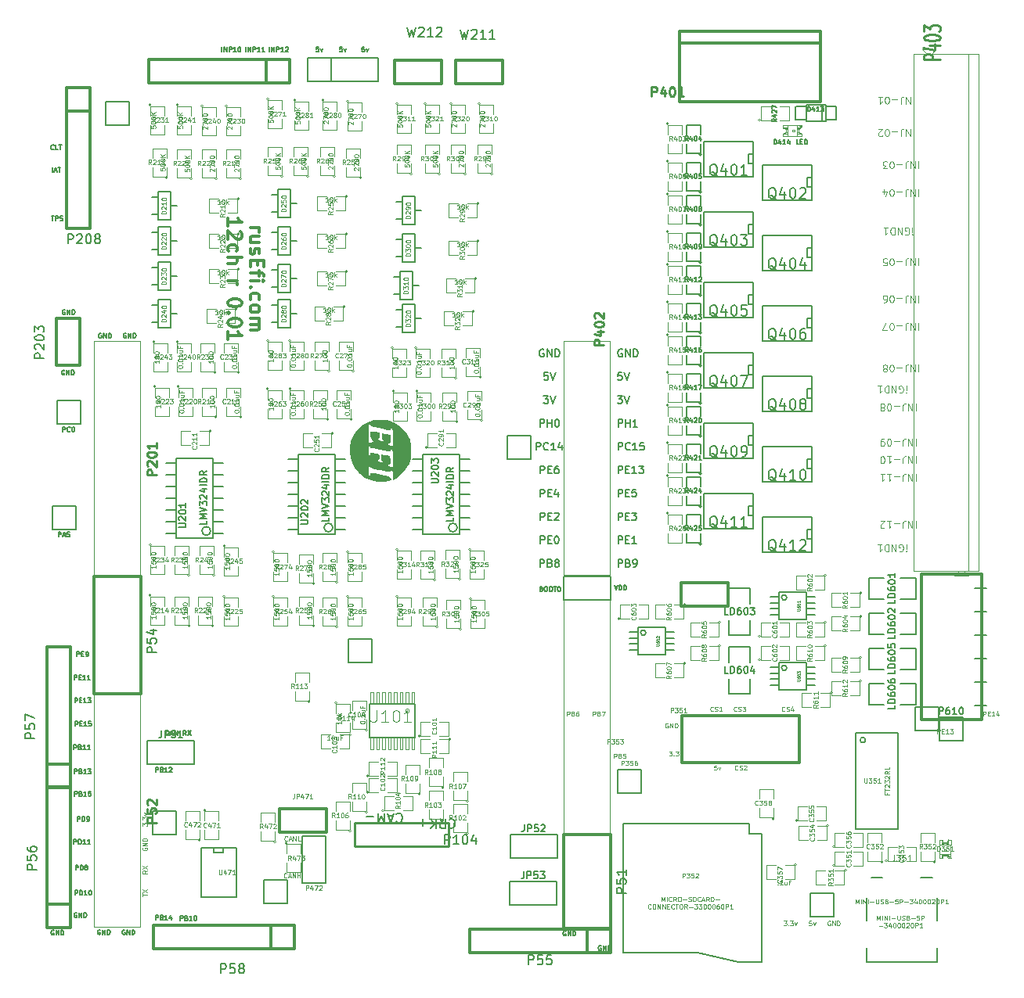
<source format=gto>
G04 (created by PCBNEW (2013-07-07 BZR 4022)-stable) date 28/01/2014 16:49:45*
%MOIN*%
G04 Gerber Fmt 3.4, Leading zero omitted, Abs format*
%FSLAX34Y34*%
G01*
G70*
G90*
G04 APERTURE LIST*
%ADD10C,0.00590551*%
%ADD11C,0.005*%
%ADD12C,0.011811*%
%ADD13C,0.004925*%
%ADD14C,0.004*%
%ADD15C,0.0045*%
%ADD16C,0.012*%
%ADD17C,0.006*%
%ADD18C,0.0039*%
%ADD19C,0.0001*%
%ADD20C,0.0026*%
%ADD21C,0.002*%
%ADD22C,0.0059*%
%ADD23C,0.008*%
%ADD24C,0.01*%
%ADD25C,0.0043*%
%ADD26C,0.0035*%
%ADD27C,0.0107*%
%ADD28C,0.0028*%
G04 APERTURE END LIST*
G54D10*
G54D11*
X52132Y-67830D02*
X52132Y-67630D01*
X52208Y-67630D01*
X52227Y-67640D01*
X52236Y-67650D01*
X52246Y-67669D01*
X52246Y-67697D01*
X52236Y-67716D01*
X52227Y-67726D01*
X52208Y-67735D01*
X52132Y-67735D01*
X52398Y-67726D02*
X52427Y-67735D01*
X52436Y-67745D01*
X52446Y-67764D01*
X52446Y-67792D01*
X52436Y-67811D01*
X52427Y-67821D01*
X52408Y-67830D01*
X52332Y-67830D01*
X52332Y-67630D01*
X52398Y-67630D01*
X52417Y-67640D01*
X52427Y-67650D01*
X52436Y-67669D01*
X52436Y-67688D01*
X52427Y-67707D01*
X52417Y-67716D01*
X52398Y-67726D01*
X52332Y-67726D01*
X52636Y-67830D02*
X52522Y-67830D01*
X52579Y-67830D02*
X52579Y-67630D01*
X52560Y-67659D01*
X52541Y-67678D01*
X52522Y-67688D01*
X52713Y-67650D02*
X52722Y-67640D01*
X52741Y-67630D01*
X52789Y-67630D01*
X52808Y-67640D01*
X52817Y-67650D01*
X52827Y-67669D01*
X52827Y-67688D01*
X52817Y-67716D01*
X52703Y-67830D01*
X52827Y-67830D01*
X53182Y-74155D02*
X53182Y-73955D01*
X53258Y-73955D01*
X53277Y-73965D01*
X53286Y-73975D01*
X53296Y-73994D01*
X53296Y-74022D01*
X53286Y-74041D01*
X53277Y-74051D01*
X53258Y-74060D01*
X53182Y-74060D01*
X53448Y-74051D02*
X53477Y-74060D01*
X53486Y-74070D01*
X53496Y-74089D01*
X53496Y-74117D01*
X53486Y-74136D01*
X53477Y-74146D01*
X53458Y-74155D01*
X53382Y-74155D01*
X53382Y-73955D01*
X53448Y-73955D01*
X53467Y-73965D01*
X53477Y-73975D01*
X53486Y-73994D01*
X53486Y-74013D01*
X53477Y-74032D01*
X53467Y-74041D01*
X53448Y-74051D01*
X53382Y-74051D01*
X53686Y-74155D02*
X53572Y-74155D01*
X53629Y-74155D02*
X53629Y-73955D01*
X53610Y-73984D01*
X53591Y-74003D01*
X53572Y-74013D01*
X53810Y-73955D02*
X53829Y-73955D01*
X53848Y-73965D01*
X53858Y-73975D01*
X53867Y-73994D01*
X53877Y-74032D01*
X53877Y-74079D01*
X53867Y-74117D01*
X53858Y-74136D01*
X53848Y-74146D01*
X53829Y-74155D01*
X53810Y-74155D01*
X53791Y-74146D01*
X53782Y-74136D01*
X53772Y-74117D01*
X53763Y-74079D01*
X53763Y-74032D01*
X53772Y-73994D01*
X53782Y-73975D01*
X53791Y-73965D01*
X53810Y-73955D01*
X52132Y-74130D02*
X52132Y-73930D01*
X52208Y-73930D01*
X52227Y-73940D01*
X52236Y-73950D01*
X52246Y-73969D01*
X52246Y-73997D01*
X52236Y-74016D01*
X52227Y-74026D01*
X52208Y-74035D01*
X52132Y-74035D01*
X52398Y-74026D02*
X52427Y-74035D01*
X52436Y-74045D01*
X52446Y-74064D01*
X52446Y-74092D01*
X52436Y-74111D01*
X52427Y-74121D01*
X52408Y-74130D01*
X52332Y-74130D01*
X52332Y-73930D01*
X52398Y-73930D01*
X52417Y-73940D01*
X52427Y-73950D01*
X52436Y-73969D01*
X52436Y-73988D01*
X52427Y-74007D01*
X52417Y-74016D01*
X52398Y-74026D01*
X52332Y-74026D01*
X52636Y-74130D02*
X52522Y-74130D01*
X52579Y-74130D02*
X52579Y-73930D01*
X52560Y-73959D01*
X52541Y-73978D01*
X52522Y-73988D01*
X52808Y-73997D02*
X52808Y-74130D01*
X52760Y-73921D02*
X52713Y-74064D01*
X52836Y-74064D01*
X48707Y-73080D02*
X48707Y-72880D01*
X48783Y-72880D01*
X48802Y-72890D01*
X48811Y-72900D01*
X48821Y-72919D01*
X48821Y-72947D01*
X48811Y-72966D01*
X48802Y-72976D01*
X48783Y-72985D01*
X48707Y-72985D01*
X48907Y-73080D02*
X48907Y-72880D01*
X48954Y-72880D01*
X48983Y-72890D01*
X49002Y-72909D01*
X49011Y-72928D01*
X49021Y-72966D01*
X49021Y-72995D01*
X49011Y-73033D01*
X49002Y-73052D01*
X48983Y-73071D01*
X48954Y-73080D01*
X48907Y-73080D01*
X49211Y-73080D02*
X49097Y-73080D01*
X49154Y-73080D02*
X49154Y-72880D01*
X49135Y-72909D01*
X49116Y-72928D01*
X49097Y-72938D01*
X49335Y-72880D02*
X49354Y-72880D01*
X49373Y-72890D01*
X49383Y-72900D01*
X49392Y-72919D01*
X49402Y-72957D01*
X49402Y-73004D01*
X49392Y-73042D01*
X49383Y-73061D01*
X49373Y-73071D01*
X49354Y-73080D01*
X49335Y-73080D01*
X49316Y-73071D01*
X49307Y-73061D01*
X49297Y-73042D01*
X49288Y-73004D01*
X49288Y-72957D01*
X49297Y-72919D01*
X49307Y-72900D01*
X49316Y-72890D01*
X49335Y-72880D01*
X48727Y-72005D02*
X48727Y-71805D01*
X48803Y-71805D01*
X48822Y-71815D01*
X48832Y-71825D01*
X48841Y-71844D01*
X48841Y-71872D01*
X48832Y-71891D01*
X48822Y-71901D01*
X48803Y-71910D01*
X48727Y-71910D01*
X48927Y-72005D02*
X48927Y-71805D01*
X48975Y-71805D01*
X49003Y-71815D01*
X49022Y-71834D01*
X49032Y-71853D01*
X49041Y-71891D01*
X49041Y-71920D01*
X49032Y-71958D01*
X49022Y-71977D01*
X49003Y-71996D01*
X48975Y-72005D01*
X48927Y-72005D01*
X49155Y-71891D02*
X49136Y-71882D01*
X49127Y-71872D01*
X49117Y-71853D01*
X49117Y-71844D01*
X49127Y-71825D01*
X49136Y-71815D01*
X49155Y-71805D01*
X49194Y-71805D01*
X49213Y-71815D01*
X49222Y-71825D01*
X49232Y-71844D01*
X49232Y-71853D01*
X49222Y-71872D01*
X49213Y-71882D01*
X49194Y-71891D01*
X49155Y-71891D01*
X49136Y-71901D01*
X49127Y-71910D01*
X49117Y-71929D01*
X49117Y-71967D01*
X49127Y-71986D01*
X49136Y-71996D01*
X49155Y-72005D01*
X49194Y-72005D01*
X49213Y-71996D01*
X49222Y-71986D01*
X49232Y-71967D01*
X49232Y-71929D01*
X49222Y-71910D01*
X49213Y-71901D01*
X49194Y-71891D01*
X48666Y-63905D02*
X48666Y-63705D01*
X48742Y-63705D01*
X48761Y-63715D01*
X48771Y-63725D01*
X48780Y-63744D01*
X48780Y-63772D01*
X48771Y-63791D01*
X48761Y-63801D01*
X48742Y-63810D01*
X48666Y-63810D01*
X48866Y-63801D02*
X48933Y-63801D01*
X48961Y-63905D02*
X48866Y-63905D01*
X48866Y-63705D01*
X48961Y-63705D01*
X49152Y-63905D02*
X49038Y-63905D01*
X49095Y-63905D02*
X49095Y-63705D01*
X49076Y-63734D01*
X49057Y-63753D01*
X49038Y-63763D01*
X49342Y-63905D02*
X49228Y-63905D01*
X49285Y-63905D02*
X49285Y-63705D01*
X49266Y-63734D01*
X49247Y-63753D01*
X49228Y-63763D01*
X48786Y-62905D02*
X48786Y-62705D01*
X48863Y-62705D01*
X48882Y-62715D01*
X48891Y-62725D01*
X48901Y-62744D01*
X48901Y-62772D01*
X48891Y-62791D01*
X48882Y-62801D01*
X48863Y-62810D01*
X48786Y-62810D01*
X48986Y-62801D02*
X49053Y-62801D01*
X49082Y-62905D02*
X48986Y-62905D01*
X48986Y-62705D01*
X49082Y-62705D01*
X49177Y-62905D02*
X49215Y-62905D01*
X49234Y-62896D01*
X49244Y-62886D01*
X49263Y-62858D01*
X49272Y-62820D01*
X49272Y-62744D01*
X49263Y-62725D01*
X49253Y-62715D01*
X49234Y-62705D01*
X49196Y-62705D01*
X49177Y-62715D01*
X49167Y-62725D01*
X49158Y-62744D01*
X49158Y-62791D01*
X49167Y-62810D01*
X49177Y-62820D01*
X49196Y-62829D01*
X49234Y-62829D01*
X49253Y-62820D01*
X49263Y-62810D01*
X49272Y-62791D01*
X68558Y-60026D02*
X68586Y-60035D01*
X68596Y-60045D01*
X68605Y-60064D01*
X68605Y-60092D01*
X68596Y-60111D01*
X68586Y-60121D01*
X68567Y-60130D01*
X68491Y-60130D01*
X68491Y-59930D01*
X68558Y-59930D01*
X68577Y-59940D01*
X68586Y-59950D01*
X68596Y-59969D01*
X68596Y-59988D01*
X68586Y-60007D01*
X68577Y-60016D01*
X68558Y-60026D01*
X68491Y-60026D01*
X68729Y-59930D02*
X68767Y-59930D01*
X68786Y-59940D01*
X68805Y-59959D01*
X68815Y-59997D01*
X68815Y-60064D01*
X68805Y-60102D01*
X68786Y-60121D01*
X68767Y-60130D01*
X68729Y-60130D01*
X68710Y-60121D01*
X68691Y-60102D01*
X68682Y-60064D01*
X68682Y-59997D01*
X68691Y-59959D01*
X68710Y-59940D01*
X68729Y-59930D01*
X68939Y-59930D02*
X68977Y-59930D01*
X68996Y-59940D01*
X69015Y-59959D01*
X69025Y-59997D01*
X69025Y-60064D01*
X69015Y-60102D01*
X68996Y-60121D01*
X68977Y-60130D01*
X68939Y-60130D01*
X68920Y-60121D01*
X68901Y-60102D01*
X68891Y-60064D01*
X68891Y-59997D01*
X68901Y-59959D01*
X68920Y-59940D01*
X68939Y-59930D01*
X69082Y-59930D02*
X69196Y-59930D01*
X69139Y-60130D02*
X69139Y-59930D01*
X69301Y-59930D02*
X69320Y-59930D01*
X69339Y-59940D01*
X69348Y-59950D01*
X69358Y-59969D01*
X69367Y-60007D01*
X69367Y-60054D01*
X69358Y-60092D01*
X69348Y-60111D01*
X69339Y-60121D01*
X69320Y-60130D01*
X69301Y-60130D01*
X69282Y-60121D01*
X69272Y-60111D01*
X69263Y-60092D01*
X69253Y-60054D01*
X69253Y-60007D01*
X69263Y-59969D01*
X69272Y-59950D01*
X69282Y-59940D01*
X69301Y-59930D01*
X71658Y-59880D02*
X71725Y-60080D01*
X71791Y-59880D01*
X71858Y-60080D02*
X71858Y-59880D01*
X71905Y-59880D01*
X71934Y-59890D01*
X71953Y-59909D01*
X71963Y-59928D01*
X71972Y-59966D01*
X71972Y-59995D01*
X71963Y-60033D01*
X71953Y-60052D01*
X71934Y-60071D01*
X71905Y-60080D01*
X71858Y-60080D01*
X72058Y-60080D02*
X72058Y-59880D01*
X72105Y-59880D01*
X72134Y-59890D01*
X72153Y-59909D01*
X72163Y-59928D01*
X72172Y-59966D01*
X72172Y-59995D01*
X72163Y-60033D01*
X72153Y-60052D01*
X72134Y-60071D01*
X72105Y-60080D01*
X72058Y-60080D01*
X71097Y-75240D02*
X71078Y-75230D01*
X71050Y-75230D01*
X71021Y-75240D01*
X71002Y-75259D01*
X70992Y-75278D01*
X70983Y-75316D01*
X70983Y-75345D01*
X70992Y-75383D01*
X71002Y-75402D01*
X71021Y-75421D01*
X71050Y-75430D01*
X71069Y-75430D01*
X71097Y-75421D01*
X71107Y-75411D01*
X71107Y-75345D01*
X71069Y-75345D01*
X71192Y-75430D02*
X71192Y-75230D01*
X71307Y-75430D01*
X71307Y-75230D01*
X71402Y-75430D02*
X71402Y-75230D01*
X71450Y-75230D01*
X71478Y-75240D01*
X71497Y-75259D01*
X71507Y-75278D01*
X71516Y-75316D01*
X71516Y-75345D01*
X71507Y-75383D01*
X71497Y-75402D01*
X71478Y-75421D01*
X71450Y-75430D01*
X71402Y-75430D01*
X69597Y-74615D02*
X69578Y-74605D01*
X69550Y-74605D01*
X69521Y-74615D01*
X69502Y-74634D01*
X69492Y-74653D01*
X69483Y-74691D01*
X69483Y-74720D01*
X69492Y-74758D01*
X69502Y-74777D01*
X69521Y-74796D01*
X69550Y-74805D01*
X69569Y-74805D01*
X69597Y-74796D01*
X69607Y-74786D01*
X69607Y-74720D01*
X69569Y-74720D01*
X69692Y-74805D02*
X69692Y-74605D01*
X69807Y-74805D01*
X69807Y-74605D01*
X69902Y-74805D02*
X69902Y-74605D01*
X69950Y-74605D01*
X69978Y-74615D01*
X69997Y-74634D01*
X70007Y-74653D01*
X70016Y-74691D01*
X70016Y-74720D01*
X70007Y-74758D01*
X69997Y-74777D01*
X69978Y-74796D01*
X69950Y-74805D01*
X69902Y-74805D01*
X50822Y-74565D02*
X50803Y-74555D01*
X50775Y-74555D01*
X50746Y-74565D01*
X50727Y-74584D01*
X50717Y-74603D01*
X50708Y-74641D01*
X50708Y-74670D01*
X50717Y-74708D01*
X50727Y-74727D01*
X50746Y-74746D01*
X50775Y-74755D01*
X50794Y-74755D01*
X50822Y-74746D01*
X50832Y-74736D01*
X50832Y-74670D01*
X50794Y-74670D01*
X50917Y-74755D02*
X50917Y-74555D01*
X51032Y-74755D01*
X51032Y-74555D01*
X51127Y-74755D02*
X51127Y-74555D01*
X51175Y-74555D01*
X51203Y-74565D01*
X51222Y-74584D01*
X51232Y-74603D01*
X51241Y-74641D01*
X51241Y-74670D01*
X51232Y-74708D01*
X51222Y-74727D01*
X51203Y-74746D01*
X51175Y-74755D01*
X51127Y-74755D01*
X49772Y-74565D02*
X49753Y-74555D01*
X49725Y-74555D01*
X49696Y-74565D01*
X49677Y-74584D01*
X49667Y-74603D01*
X49658Y-74641D01*
X49658Y-74670D01*
X49667Y-74708D01*
X49677Y-74727D01*
X49696Y-74746D01*
X49725Y-74755D01*
X49744Y-74755D01*
X49772Y-74746D01*
X49782Y-74736D01*
X49782Y-74670D01*
X49744Y-74670D01*
X49867Y-74755D02*
X49867Y-74555D01*
X49982Y-74755D01*
X49982Y-74555D01*
X50077Y-74755D02*
X50077Y-74555D01*
X50125Y-74555D01*
X50153Y-74565D01*
X50172Y-74584D01*
X50182Y-74603D01*
X50191Y-74641D01*
X50191Y-74670D01*
X50182Y-74708D01*
X50172Y-74727D01*
X50153Y-74746D01*
X50125Y-74755D01*
X50077Y-74755D01*
X47797Y-74590D02*
X47778Y-74580D01*
X47750Y-74580D01*
X47721Y-74590D01*
X47702Y-74609D01*
X47692Y-74628D01*
X47683Y-74666D01*
X47683Y-74695D01*
X47692Y-74733D01*
X47702Y-74752D01*
X47721Y-74771D01*
X47750Y-74780D01*
X47769Y-74780D01*
X47797Y-74771D01*
X47807Y-74761D01*
X47807Y-74695D01*
X47769Y-74695D01*
X47892Y-74780D02*
X47892Y-74580D01*
X48007Y-74780D01*
X48007Y-74580D01*
X48102Y-74780D02*
X48102Y-74580D01*
X48150Y-74580D01*
X48178Y-74590D01*
X48197Y-74609D01*
X48207Y-74628D01*
X48216Y-74666D01*
X48216Y-74695D01*
X48207Y-74733D01*
X48197Y-74752D01*
X48178Y-74771D01*
X48150Y-74780D01*
X48102Y-74780D01*
X48691Y-64880D02*
X48691Y-64680D01*
X48767Y-64680D01*
X48786Y-64690D01*
X48796Y-64700D01*
X48805Y-64719D01*
X48805Y-64747D01*
X48796Y-64766D01*
X48786Y-64776D01*
X48767Y-64785D01*
X48691Y-64785D01*
X48891Y-64776D02*
X48958Y-64776D01*
X48986Y-64880D02*
X48891Y-64880D01*
X48891Y-64680D01*
X48986Y-64680D01*
X49177Y-64880D02*
X49063Y-64880D01*
X49120Y-64880D02*
X49120Y-64680D01*
X49101Y-64709D01*
X49082Y-64728D01*
X49063Y-64738D01*
X49244Y-64680D02*
X49367Y-64680D01*
X49301Y-64757D01*
X49329Y-64757D01*
X49348Y-64766D01*
X49358Y-64776D01*
X49367Y-64795D01*
X49367Y-64842D01*
X49358Y-64861D01*
X49348Y-64871D01*
X49329Y-64880D01*
X49272Y-64880D01*
X49253Y-64871D01*
X49244Y-64861D01*
X48716Y-65880D02*
X48716Y-65680D01*
X48792Y-65680D01*
X48811Y-65690D01*
X48821Y-65700D01*
X48830Y-65719D01*
X48830Y-65747D01*
X48821Y-65766D01*
X48811Y-65776D01*
X48792Y-65785D01*
X48716Y-65785D01*
X48916Y-65776D02*
X48983Y-65776D01*
X49011Y-65880D02*
X48916Y-65880D01*
X48916Y-65680D01*
X49011Y-65680D01*
X49202Y-65880D02*
X49088Y-65880D01*
X49145Y-65880D02*
X49145Y-65680D01*
X49126Y-65709D01*
X49107Y-65728D01*
X49088Y-65738D01*
X49383Y-65680D02*
X49288Y-65680D01*
X49278Y-65776D01*
X49288Y-65766D01*
X49307Y-65757D01*
X49354Y-65757D01*
X49373Y-65766D01*
X49383Y-65776D01*
X49392Y-65795D01*
X49392Y-65842D01*
X49383Y-65861D01*
X49373Y-65871D01*
X49354Y-65880D01*
X49307Y-65880D01*
X49288Y-65871D01*
X49278Y-65861D01*
X48657Y-66880D02*
X48657Y-66680D01*
X48733Y-66680D01*
X48752Y-66690D01*
X48761Y-66700D01*
X48771Y-66719D01*
X48771Y-66747D01*
X48761Y-66766D01*
X48752Y-66776D01*
X48733Y-66785D01*
X48657Y-66785D01*
X48923Y-66776D02*
X48952Y-66785D01*
X48961Y-66795D01*
X48971Y-66814D01*
X48971Y-66842D01*
X48961Y-66861D01*
X48952Y-66871D01*
X48933Y-66880D01*
X48857Y-66880D01*
X48857Y-66680D01*
X48923Y-66680D01*
X48942Y-66690D01*
X48952Y-66700D01*
X48961Y-66719D01*
X48961Y-66738D01*
X48952Y-66757D01*
X48942Y-66766D01*
X48923Y-66776D01*
X48857Y-66776D01*
X49161Y-66880D02*
X49047Y-66880D01*
X49104Y-66880D02*
X49104Y-66680D01*
X49085Y-66709D01*
X49066Y-66728D01*
X49047Y-66738D01*
X49352Y-66880D02*
X49238Y-66880D01*
X49295Y-66880D02*
X49295Y-66680D01*
X49276Y-66709D01*
X49257Y-66728D01*
X49238Y-66738D01*
X48682Y-67905D02*
X48682Y-67705D01*
X48758Y-67705D01*
X48777Y-67715D01*
X48786Y-67725D01*
X48796Y-67744D01*
X48796Y-67772D01*
X48786Y-67791D01*
X48777Y-67801D01*
X48758Y-67810D01*
X48682Y-67810D01*
X48948Y-67801D02*
X48977Y-67810D01*
X48986Y-67820D01*
X48996Y-67839D01*
X48996Y-67867D01*
X48986Y-67886D01*
X48977Y-67896D01*
X48958Y-67905D01*
X48882Y-67905D01*
X48882Y-67705D01*
X48948Y-67705D01*
X48967Y-67715D01*
X48977Y-67725D01*
X48986Y-67744D01*
X48986Y-67763D01*
X48977Y-67782D01*
X48967Y-67791D01*
X48948Y-67801D01*
X48882Y-67801D01*
X49186Y-67905D02*
X49072Y-67905D01*
X49129Y-67905D02*
X49129Y-67705D01*
X49110Y-67734D01*
X49091Y-67753D01*
X49072Y-67763D01*
X49253Y-67705D02*
X49377Y-67705D01*
X49310Y-67782D01*
X49339Y-67782D01*
X49358Y-67791D01*
X49367Y-67801D01*
X49377Y-67820D01*
X49377Y-67867D01*
X49367Y-67886D01*
X49358Y-67896D01*
X49339Y-67905D01*
X49282Y-67905D01*
X49263Y-67896D01*
X49253Y-67886D01*
X48682Y-68855D02*
X48682Y-68655D01*
X48758Y-68655D01*
X48777Y-68665D01*
X48786Y-68675D01*
X48796Y-68694D01*
X48796Y-68722D01*
X48786Y-68741D01*
X48777Y-68751D01*
X48758Y-68760D01*
X48682Y-68760D01*
X48948Y-68751D02*
X48977Y-68760D01*
X48986Y-68770D01*
X48996Y-68789D01*
X48996Y-68817D01*
X48986Y-68836D01*
X48977Y-68846D01*
X48958Y-68855D01*
X48882Y-68855D01*
X48882Y-68655D01*
X48948Y-68655D01*
X48967Y-68665D01*
X48977Y-68675D01*
X48986Y-68694D01*
X48986Y-68713D01*
X48977Y-68732D01*
X48967Y-68741D01*
X48948Y-68751D01*
X48882Y-68751D01*
X49186Y-68855D02*
X49072Y-68855D01*
X49129Y-68855D02*
X49129Y-68655D01*
X49110Y-68684D01*
X49091Y-68703D01*
X49072Y-68713D01*
X49367Y-68655D02*
X49272Y-68655D01*
X49263Y-68751D01*
X49272Y-68741D01*
X49291Y-68732D01*
X49339Y-68732D01*
X49358Y-68741D01*
X49367Y-68751D01*
X49377Y-68770D01*
X49377Y-68817D01*
X49367Y-68836D01*
X49358Y-68846D01*
X49339Y-68855D01*
X49291Y-68855D01*
X49272Y-68846D01*
X49263Y-68836D01*
X48802Y-69930D02*
X48802Y-69730D01*
X48878Y-69730D01*
X48897Y-69740D01*
X48907Y-69750D01*
X48916Y-69769D01*
X48916Y-69797D01*
X48907Y-69816D01*
X48897Y-69826D01*
X48878Y-69835D01*
X48802Y-69835D01*
X49002Y-69930D02*
X49002Y-69730D01*
X49050Y-69730D01*
X49078Y-69740D01*
X49097Y-69759D01*
X49107Y-69778D01*
X49116Y-69816D01*
X49116Y-69845D01*
X49107Y-69883D01*
X49097Y-69902D01*
X49078Y-69921D01*
X49050Y-69930D01*
X49002Y-69930D01*
X49211Y-69930D02*
X49250Y-69930D01*
X49269Y-69921D01*
X49278Y-69911D01*
X49297Y-69883D01*
X49307Y-69845D01*
X49307Y-69769D01*
X49297Y-69750D01*
X49288Y-69740D01*
X49269Y-69730D01*
X49230Y-69730D01*
X49211Y-69740D01*
X49202Y-69750D01*
X49192Y-69769D01*
X49192Y-69816D01*
X49202Y-69835D01*
X49211Y-69845D01*
X49230Y-69854D01*
X49269Y-69854D01*
X49288Y-69845D01*
X49297Y-69835D01*
X49307Y-69816D01*
X48657Y-70905D02*
X48657Y-70705D01*
X48733Y-70705D01*
X48752Y-70715D01*
X48761Y-70725D01*
X48771Y-70744D01*
X48771Y-70772D01*
X48761Y-70791D01*
X48752Y-70801D01*
X48733Y-70810D01*
X48657Y-70810D01*
X48857Y-70905D02*
X48857Y-70705D01*
X48904Y-70705D01*
X48933Y-70715D01*
X48952Y-70734D01*
X48961Y-70753D01*
X48971Y-70791D01*
X48971Y-70820D01*
X48961Y-70858D01*
X48952Y-70877D01*
X48933Y-70896D01*
X48904Y-70905D01*
X48857Y-70905D01*
X49161Y-70905D02*
X49047Y-70905D01*
X49104Y-70905D02*
X49104Y-70705D01*
X49085Y-70734D01*
X49066Y-70753D01*
X49047Y-70763D01*
X49352Y-70905D02*
X49238Y-70905D01*
X49295Y-70905D02*
X49295Y-70705D01*
X49276Y-70734D01*
X49257Y-70753D01*
X49238Y-70763D01*
X52700Y-66261D02*
X52690Y-66271D01*
X52661Y-66280D01*
X52642Y-66280D01*
X52614Y-66271D01*
X52595Y-66252D01*
X52585Y-66233D01*
X52576Y-66195D01*
X52576Y-66166D01*
X52585Y-66128D01*
X52595Y-66109D01*
X52614Y-66090D01*
X52642Y-66080D01*
X52661Y-66080D01*
X52690Y-66090D01*
X52700Y-66100D01*
X52776Y-66223D02*
X52871Y-66223D01*
X52757Y-66280D02*
X52823Y-66080D01*
X52890Y-66280D01*
X52957Y-66280D02*
X52957Y-66080D01*
X53071Y-66280D01*
X53071Y-66080D01*
X53433Y-66280D02*
X53366Y-66185D01*
X53319Y-66280D02*
X53319Y-66080D01*
X53395Y-66080D01*
X53414Y-66090D01*
X53423Y-66100D01*
X53433Y-66119D01*
X53433Y-66147D01*
X53423Y-66166D01*
X53414Y-66176D01*
X53395Y-66185D01*
X53319Y-66185D01*
X53500Y-66080D02*
X53633Y-66280D01*
X53633Y-66080D02*
X53500Y-66280D01*
X48772Y-73840D02*
X48753Y-73830D01*
X48725Y-73830D01*
X48696Y-73840D01*
X48677Y-73859D01*
X48667Y-73878D01*
X48658Y-73916D01*
X48658Y-73945D01*
X48667Y-73983D01*
X48677Y-74002D01*
X48696Y-74021D01*
X48725Y-74030D01*
X48744Y-74030D01*
X48772Y-74021D01*
X48782Y-74011D01*
X48782Y-73945D01*
X48744Y-73945D01*
X48867Y-74030D02*
X48867Y-73830D01*
X48982Y-74030D01*
X48982Y-73830D01*
X49077Y-74030D02*
X49077Y-73830D01*
X49125Y-73830D01*
X49153Y-73840D01*
X49172Y-73859D01*
X49182Y-73878D01*
X49191Y-73916D01*
X49191Y-73945D01*
X49182Y-73983D01*
X49172Y-74002D01*
X49153Y-74021D01*
X49125Y-74030D01*
X49077Y-74030D01*
X47738Y-42255D02*
X47738Y-42055D01*
X47823Y-42198D02*
X47919Y-42198D01*
X47804Y-42255D02*
X47871Y-42055D01*
X47938Y-42255D01*
X47976Y-42055D02*
X48090Y-42055D01*
X48033Y-42255D02*
X48033Y-42055D01*
X54954Y-37130D02*
X54954Y-36930D01*
X55050Y-37130D02*
X55050Y-36930D01*
X55164Y-37130D01*
X55164Y-36930D01*
X55259Y-37130D02*
X55259Y-36930D01*
X55335Y-36930D01*
X55354Y-36940D01*
X55364Y-36950D01*
X55373Y-36969D01*
X55373Y-36997D01*
X55364Y-37016D01*
X55354Y-37026D01*
X55335Y-37035D01*
X55259Y-37035D01*
X55564Y-37130D02*
X55450Y-37130D01*
X55507Y-37130D02*
X55507Y-36930D01*
X55488Y-36959D01*
X55469Y-36978D01*
X55450Y-36988D01*
X55688Y-36930D02*
X55707Y-36930D01*
X55726Y-36940D01*
X55735Y-36950D01*
X55745Y-36969D01*
X55754Y-37007D01*
X55754Y-37054D01*
X55745Y-37092D01*
X55735Y-37111D01*
X55726Y-37121D01*
X55707Y-37130D01*
X55688Y-37130D01*
X55669Y-37121D01*
X55659Y-37111D01*
X55650Y-37092D01*
X55640Y-37054D01*
X55640Y-37007D01*
X55650Y-36969D01*
X55659Y-36950D01*
X55669Y-36940D01*
X55688Y-36930D01*
X55979Y-37130D02*
X55979Y-36930D01*
X56075Y-37130D02*
X56075Y-36930D01*
X56189Y-37130D01*
X56189Y-36930D01*
X56284Y-37130D02*
X56284Y-36930D01*
X56360Y-36930D01*
X56379Y-36940D01*
X56389Y-36950D01*
X56398Y-36969D01*
X56398Y-36997D01*
X56389Y-37016D01*
X56379Y-37026D01*
X56360Y-37035D01*
X56284Y-37035D01*
X56589Y-37130D02*
X56475Y-37130D01*
X56532Y-37130D02*
X56532Y-36930D01*
X56513Y-36959D01*
X56494Y-36978D01*
X56475Y-36988D01*
X56779Y-37130D02*
X56665Y-37130D01*
X56722Y-37130D02*
X56722Y-36930D01*
X56703Y-36959D01*
X56684Y-36978D01*
X56665Y-36988D01*
X56979Y-37130D02*
X56979Y-36930D01*
X57075Y-37130D02*
X57075Y-36930D01*
X57189Y-37130D01*
X57189Y-36930D01*
X57284Y-37130D02*
X57284Y-36930D01*
X57360Y-36930D01*
X57379Y-36940D01*
X57389Y-36950D01*
X57398Y-36969D01*
X57398Y-36997D01*
X57389Y-37016D01*
X57379Y-37026D01*
X57360Y-37035D01*
X57284Y-37035D01*
X57589Y-37130D02*
X57475Y-37130D01*
X57532Y-37130D02*
X57532Y-36930D01*
X57513Y-36959D01*
X57494Y-36978D01*
X57475Y-36988D01*
X57665Y-36950D02*
X57675Y-36940D01*
X57694Y-36930D01*
X57741Y-36930D01*
X57760Y-36940D01*
X57770Y-36950D01*
X57779Y-36969D01*
X57779Y-36988D01*
X57770Y-37016D01*
X57655Y-37130D01*
X57779Y-37130D01*
X61021Y-36930D02*
X60926Y-36930D01*
X60916Y-37026D01*
X60926Y-37016D01*
X60945Y-37007D01*
X60992Y-37007D01*
X61011Y-37016D01*
X61021Y-37026D01*
X61030Y-37045D01*
X61030Y-37092D01*
X61021Y-37111D01*
X61011Y-37121D01*
X60992Y-37130D01*
X60945Y-37130D01*
X60926Y-37121D01*
X60916Y-37111D01*
X61097Y-36997D02*
X61145Y-37130D01*
X61192Y-36997D01*
X60071Y-36930D02*
X59976Y-36930D01*
X59966Y-37026D01*
X59976Y-37016D01*
X59995Y-37007D01*
X60042Y-37007D01*
X60061Y-37016D01*
X60071Y-37026D01*
X60080Y-37045D01*
X60080Y-37092D01*
X60071Y-37111D01*
X60061Y-37121D01*
X60042Y-37130D01*
X59995Y-37130D01*
X59976Y-37121D01*
X59966Y-37111D01*
X60147Y-36997D02*
X60195Y-37130D01*
X60242Y-36997D01*
X59071Y-36930D02*
X58976Y-36930D01*
X58966Y-37026D01*
X58976Y-37016D01*
X58995Y-37007D01*
X59042Y-37007D01*
X59061Y-37016D01*
X59071Y-37026D01*
X59080Y-37045D01*
X59080Y-37092D01*
X59071Y-37111D01*
X59061Y-37121D01*
X59042Y-37130D01*
X58995Y-37130D01*
X58976Y-37121D01*
X58966Y-37111D01*
X59147Y-36997D02*
X59195Y-37130D01*
X59242Y-36997D01*
X47804Y-41286D02*
X47795Y-41296D01*
X47766Y-41305D01*
X47747Y-41305D01*
X47719Y-41296D01*
X47700Y-41277D01*
X47690Y-41258D01*
X47680Y-41220D01*
X47680Y-41191D01*
X47690Y-41153D01*
X47700Y-41134D01*
X47719Y-41115D01*
X47747Y-41105D01*
X47766Y-41105D01*
X47795Y-41115D01*
X47804Y-41125D01*
X47985Y-41305D02*
X47890Y-41305D01*
X47890Y-41105D01*
X48023Y-41105D02*
X48138Y-41105D01*
X48080Y-41305D02*
X48080Y-41105D01*
X47697Y-44130D02*
X47811Y-44130D01*
X47754Y-44330D02*
X47754Y-44130D01*
X47878Y-44330D02*
X47878Y-44130D01*
X47954Y-44130D01*
X47973Y-44140D01*
X47983Y-44150D01*
X47992Y-44169D01*
X47992Y-44197D01*
X47983Y-44216D01*
X47973Y-44226D01*
X47954Y-44235D01*
X47878Y-44235D01*
X48069Y-44321D02*
X48097Y-44330D01*
X48145Y-44330D01*
X48164Y-44321D01*
X48173Y-44311D01*
X48183Y-44292D01*
X48183Y-44273D01*
X48173Y-44254D01*
X48164Y-44245D01*
X48145Y-44235D01*
X48107Y-44226D01*
X48088Y-44216D01*
X48078Y-44207D01*
X48069Y-44188D01*
X48069Y-44169D01*
X48078Y-44150D01*
X48088Y-44140D01*
X48107Y-44130D01*
X48154Y-44130D01*
X48183Y-44140D01*
X47991Y-57805D02*
X47991Y-57605D01*
X48067Y-57605D01*
X48086Y-57615D01*
X48096Y-57625D01*
X48105Y-57644D01*
X48105Y-57672D01*
X48096Y-57691D01*
X48086Y-57701D01*
X48067Y-57710D01*
X47991Y-57710D01*
X48182Y-57748D02*
X48277Y-57748D01*
X48163Y-57805D02*
X48229Y-57605D01*
X48296Y-57805D01*
X48458Y-57605D02*
X48363Y-57605D01*
X48353Y-57701D01*
X48363Y-57691D01*
X48382Y-57682D01*
X48429Y-57682D01*
X48448Y-57691D01*
X48458Y-57701D01*
X48467Y-57720D01*
X48467Y-57767D01*
X48458Y-57786D01*
X48448Y-57796D01*
X48429Y-57805D01*
X48382Y-57805D01*
X48363Y-57796D01*
X48353Y-57786D01*
X48177Y-53330D02*
X48177Y-53130D01*
X48253Y-53130D01*
X48272Y-53140D01*
X48282Y-53150D01*
X48291Y-53169D01*
X48291Y-53197D01*
X48282Y-53216D01*
X48272Y-53226D01*
X48253Y-53235D01*
X48177Y-53235D01*
X48491Y-53311D02*
X48482Y-53321D01*
X48453Y-53330D01*
X48434Y-53330D01*
X48405Y-53321D01*
X48386Y-53302D01*
X48377Y-53283D01*
X48367Y-53245D01*
X48367Y-53216D01*
X48377Y-53178D01*
X48386Y-53159D01*
X48405Y-53140D01*
X48434Y-53130D01*
X48453Y-53130D01*
X48482Y-53140D01*
X48491Y-53150D01*
X48615Y-53130D02*
X48634Y-53130D01*
X48653Y-53140D01*
X48663Y-53150D01*
X48672Y-53169D01*
X48682Y-53207D01*
X48682Y-53254D01*
X48672Y-53292D01*
X48663Y-53311D01*
X48653Y-53321D01*
X48634Y-53330D01*
X48615Y-53330D01*
X48596Y-53321D01*
X48586Y-53311D01*
X48577Y-53292D01*
X48567Y-53254D01*
X48567Y-53207D01*
X48577Y-53169D01*
X48586Y-53150D01*
X48596Y-53140D01*
X48615Y-53130D01*
X48247Y-50715D02*
X48228Y-50705D01*
X48200Y-50705D01*
X48171Y-50715D01*
X48152Y-50734D01*
X48142Y-50753D01*
X48133Y-50791D01*
X48133Y-50820D01*
X48142Y-50858D01*
X48152Y-50877D01*
X48171Y-50896D01*
X48200Y-50905D01*
X48219Y-50905D01*
X48247Y-50896D01*
X48257Y-50886D01*
X48257Y-50820D01*
X48219Y-50820D01*
X48342Y-50905D02*
X48342Y-50705D01*
X48457Y-50905D01*
X48457Y-50705D01*
X48552Y-50905D02*
X48552Y-50705D01*
X48600Y-50705D01*
X48628Y-50715D01*
X48647Y-50734D01*
X48657Y-50753D01*
X48666Y-50791D01*
X48666Y-50820D01*
X48657Y-50858D01*
X48647Y-50877D01*
X48628Y-50896D01*
X48600Y-50905D01*
X48552Y-50905D01*
X48272Y-48140D02*
X48253Y-48130D01*
X48225Y-48130D01*
X48196Y-48140D01*
X48177Y-48159D01*
X48167Y-48178D01*
X48158Y-48216D01*
X48158Y-48245D01*
X48167Y-48283D01*
X48177Y-48302D01*
X48196Y-48321D01*
X48225Y-48330D01*
X48244Y-48330D01*
X48272Y-48321D01*
X48282Y-48311D01*
X48282Y-48245D01*
X48244Y-48245D01*
X48367Y-48330D02*
X48367Y-48130D01*
X48482Y-48330D01*
X48482Y-48130D01*
X48577Y-48330D02*
X48577Y-48130D01*
X48625Y-48130D01*
X48653Y-48140D01*
X48672Y-48159D01*
X48682Y-48178D01*
X48691Y-48216D01*
X48691Y-48245D01*
X48682Y-48283D01*
X48672Y-48302D01*
X48653Y-48321D01*
X48625Y-48330D01*
X48577Y-48330D01*
X50872Y-49140D02*
X50853Y-49130D01*
X50825Y-49130D01*
X50796Y-49140D01*
X50777Y-49159D01*
X50767Y-49178D01*
X50758Y-49216D01*
X50758Y-49245D01*
X50767Y-49283D01*
X50777Y-49302D01*
X50796Y-49321D01*
X50825Y-49330D01*
X50844Y-49330D01*
X50872Y-49321D01*
X50882Y-49311D01*
X50882Y-49245D01*
X50844Y-49245D01*
X50967Y-49330D02*
X50967Y-49130D01*
X51082Y-49330D01*
X51082Y-49130D01*
X51177Y-49330D02*
X51177Y-49130D01*
X51225Y-49130D01*
X51253Y-49140D01*
X51272Y-49159D01*
X51282Y-49178D01*
X51291Y-49216D01*
X51291Y-49245D01*
X51282Y-49283D01*
X51272Y-49302D01*
X51253Y-49321D01*
X51225Y-49330D01*
X51177Y-49330D01*
X49822Y-49140D02*
X49803Y-49130D01*
X49775Y-49130D01*
X49746Y-49140D01*
X49727Y-49159D01*
X49717Y-49178D01*
X49708Y-49216D01*
X49708Y-49245D01*
X49717Y-49283D01*
X49727Y-49302D01*
X49746Y-49321D01*
X49775Y-49330D01*
X49794Y-49330D01*
X49822Y-49321D01*
X49832Y-49311D01*
X49832Y-49245D01*
X49794Y-49245D01*
X49917Y-49330D02*
X49917Y-49130D01*
X50032Y-49330D01*
X50032Y-49130D01*
X50127Y-49330D02*
X50127Y-49130D01*
X50175Y-49130D01*
X50203Y-49140D01*
X50222Y-49159D01*
X50232Y-49178D01*
X50241Y-49216D01*
X50241Y-49245D01*
X50232Y-49283D01*
X50222Y-49302D01*
X50203Y-49321D01*
X50175Y-49330D01*
X50127Y-49330D01*
G54D12*
X56160Y-44645D02*
X56554Y-44645D01*
X56442Y-44645D02*
X56498Y-44673D01*
X56526Y-44701D01*
X56554Y-44758D01*
X56554Y-44814D01*
X56554Y-45264D02*
X56160Y-45264D01*
X56554Y-45011D02*
X56245Y-45011D01*
X56189Y-45039D01*
X56160Y-45095D01*
X56160Y-45179D01*
X56189Y-45236D01*
X56217Y-45264D01*
X56189Y-45517D02*
X56160Y-45573D01*
X56160Y-45686D01*
X56189Y-45742D01*
X56245Y-45770D01*
X56273Y-45770D01*
X56329Y-45742D01*
X56357Y-45686D01*
X56357Y-45601D01*
X56385Y-45545D01*
X56442Y-45517D01*
X56470Y-45517D01*
X56526Y-45545D01*
X56554Y-45601D01*
X56554Y-45686D01*
X56526Y-45742D01*
X56470Y-46023D02*
X56470Y-46220D01*
X56160Y-46304D02*
X56160Y-46023D01*
X56751Y-46023D01*
X56751Y-46304D01*
X56554Y-46473D02*
X56554Y-46698D01*
X56160Y-46557D02*
X56667Y-46557D01*
X56723Y-46585D01*
X56751Y-46642D01*
X56751Y-46698D01*
X56160Y-46895D02*
X56554Y-46895D01*
X56751Y-46895D02*
X56723Y-46867D01*
X56695Y-46895D01*
X56723Y-46923D01*
X56751Y-46895D01*
X56695Y-46895D01*
X56217Y-47176D02*
X56189Y-47204D01*
X56160Y-47176D01*
X56189Y-47148D01*
X56217Y-47176D01*
X56160Y-47176D01*
X56189Y-47710D02*
X56160Y-47654D01*
X56160Y-47542D01*
X56189Y-47485D01*
X56217Y-47457D01*
X56273Y-47429D01*
X56442Y-47429D01*
X56498Y-47457D01*
X56526Y-47485D01*
X56554Y-47542D01*
X56554Y-47654D01*
X56526Y-47710D01*
X56160Y-48048D02*
X56189Y-47992D01*
X56217Y-47963D01*
X56273Y-47935D01*
X56442Y-47935D01*
X56498Y-47963D01*
X56526Y-47992D01*
X56554Y-48048D01*
X56554Y-48132D01*
X56526Y-48188D01*
X56498Y-48217D01*
X56442Y-48245D01*
X56273Y-48245D01*
X56217Y-48217D01*
X56189Y-48188D01*
X56160Y-48132D01*
X56160Y-48048D01*
X56160Y-48498D02*
X56554Y-48498D01*
X56498Y-48498D02*
X56526Y-48526D01*
X56554Y-48582D01*
X56554Y-48666D01*
X56526Y-48723D01*
X56470Y-48751D01*
X56160Y-48751D01*
X56470Y-48751D02*
X56526Y-48779D01*
X56554Y-48835D01*
X56554Y-48920D01*
X56526Y-48976D01*
X56470Y-49004D01*
X56160Y-49004D01*
X55216Y-44575D02*
X55216Y-44237D01*
X55216Y-44406D02*
X55806Y-44406D01*
X55722Y-44350D01*
X55666Y-44294D01*
X55637Y-44237D01*
X55750Y-44800D02*
X55778Y-44828D01*
X55806Y-44884D01*
X55806Y-45025D01*
X55778Y-45081D01*
X55750Y-45109D01*
X55694Y-45137D01*
X55637Y-45137D01*
X55553Y-45109D01*
X55216Y-44772D01*
X55216Y-45137D01*
X55244Y-45643D02*
X55216Y-45587D01*
X55216Y-45475D01*
X55244Y-45418D01*
X55272Y-45390D01*
X55328Y-45362D01*
X55497Y-45362D01*
X55553Y-45390D01*
X55581Y-45418D01*
X55609Y-45475D01*
X55609Y-45587D01*
X55581Y-45643D01*
X55216Y-45896D02*
X55806Y-45896D01*
X55216Y-46150D02*
X55525Y-46150D01*
X55581Y-46121D01*
X55609Y-46065D01*
X55609Y-45981D01*
X55581Y-45925D01*
X55553Y-45896D01*
X55216Y-46881D02*
X55609Y-46881D01*
X55497Y-46881D02*
X55553Y-46909D01*
X55581Y-46937D01*
X55609Y-46993D01*
X55609Y-47049D01*
X55806Y-47809D02*
X55806Y-47865D01*
X55778Y-47921D01*
X55750Y-47949D01*
X55694Y-47977D01*
X55581Y-48006D01*
X55441Y-48006D01*
X55328Y-47977D01*
X55272Y-47949D01*
X55244Y-47921D01*
X55216Y-47865D01*
X55216Y-47809D01*
X55244Y-47753D01*
X55272Y-47724D01*
X55328Y-47696D01*
X55441Y-47668D01*
X55581Y-47668D01*
X55694Y-47696D01*
X55750Y-47724D01*
X55778Y-47753D01*
X55806Y-47809D01*
X55272Y-48259D02*
X55244Y-48287D01*
X55216Y-48259D01*
X55244Y-48231D01*
X55272Y-48259D01*
X55216Y-48259D01*
X55806Y-48652D02*
X55806Y-48709D01*
X55778Y-48765D01*
X55750Y-48793D01*
X55694Y-48821D01*
X55581Y-48849D01*
X55441Y-48849D01*
X55328Y-48821D01*
X55272Y-48793D01*
X55244Y-48765D01*
X55216Y-48709D01*
X55216Y-48652D01*
X55244Y-48596D01*
X55272Y-48568D01*
X55328Y-48540D01*
X55441Y-48512D01*
X55581Y-48512D01*
X55694Y-48540D01*
X55750Y-48568D01*
X55778Y-48596D01*
X55806Y-48652D01*
X55216Y-49412D02*
X55216Y-49074D01*
X55216Y-49243D02*
X55806Y-49243D01*
X55722Y-49187D01*
X55666Y-49130D01*
X55637Y-49074D01*
G54D13*
X71656Y-67247D02*
X71656Y-67050D01*
X71731Y-67050D01*
X71749Y-67060D01*
X71759Y-67069D01*
X71768Y-67088D01*
X71768Y-67116D01*
X71759Y-67135D01*
X71749Y-67144D01*
X71731Y-67154D01*
X71656Y-67154D01*
X71918Y-67144D02*
X71946Y-67154D01*
X71956Y-67163D01*
X71965Y-67182D01*
X71965Y-67210D01*
X71956Y-67229D01*
X71946Y-67238D01*
X71928Y-67247D01*
X71853Y-67247D01*
X71853Y-67050D01*
X71918Y-67050D01*
X71937Y-67060D01*
X71946Y-67069D01*
X71956Y-67088D01*
X71956Y-67107D01*
X71946Y-67125D01*
X71937Y-67135D01*
X71918Y-67144D01*
X71853Y-67144D01*
X72143Y-67050D02*
X72050Y-67050D01*
X72040Y-67144D01*
X72050Y-67135D01*
X72068Y-67125D01*
X72115Y-67125D01*
X72134Y-67135D01*
X72143Y-67144D01*
X72153Y-67163D01*
X72153Y-67210D01*
X72143Y-67229D01*
X72134Y-67238D01*
X72115Y-67247D01*
X72068Y-67247D01*
X72050Y-67238D01*
X72040Y-67229D01*
X76923Y-67729D02*
X76913Y-67738D01*
X76885Y-67747D01*
X76867Y-67747D01*
X76838Y-67738D01*
X76820Y-67719D01*
X76810Y-67700D01*
X76801Y-67663D01*
X76801Y-67635D01*
X76810Y-67597D01*
X76820Y-67578D01*
X76838Y-67560D01*
X76867Y-67550D01*
X76885Y-67550D01*
X76913Y-67560D01*
X76923Y-67569D01*
X76998Y-67738D02*
X77026Y-67747D01*
X77073Y-67747D01*
X77092Y-67738D01*
X77101Y-67729D01*
X77110Y-67710D01*
X77110Y-67691D01*
X77101Y-67672D01*
X77092Y-67663D01*
X77073Y-67654D01*
X77035Y-67644D01*
X77017Y-67635D01*
X77007Y-67625D01*
X76998Y-67607D01*
X76998Y-67588D01*
X77007Y-67569D01*
X77017Y-67560D01*
X77035Y-67550D01*
X77082Y-67550D01*
X77110Y-67560D01*
X77186Y-67569D02*
X77195Y-67560D01*
X77214Y-67550D01*
X77261Y-67550D01*
X77279Y-67560D01*
X77289Y-67569D01*
X77298Y-67588D01*
X77298Y-67607D01*
X77289Y-67635D01*
X77176Y-67747D01*
X77298Y-67747D01*
X78923Y-65229D02*
X78913Y-65238D01*
X78885Y-65247D01*
X78867Y-65247D01*
X78838Y-65238D01*
X78820Y-65219D01*
X78810Y-65200D01*
X78801Y-65163D01*
X78801Y-65135D01*
X78810Y-65097D01*
X78820Y-65078D01*
X78838Y-65060D01*
X78867Y-65050D01*
X78885Y-65050D01*
X78913Y-65060D01*
X78923Y-65069D01*
X78998Y-65238D02*
X79026Y-65247D01*
X79073Y-65247D01*
X79092Y-65238D01*
X79101Y-65229D01*
X79110Y-65210D01*
X79110Y-65191D01*
X79101Y-65172D01*
X79092Y-65163D01*
X79073Y-65154D01*
X79035Y-65144D01*
X79017Y-65135D01*
X79007Y-65125D01*
X78998Y-65107D01*
X78998Y-65088D01*
X79007Y-65069D01*
X79017Y-65060D01*
X79035Y-65050D01*
X79082Y-65050D01*
X79110Y-65060D01*
X79279Y-65116D02*
X79279Y-65247D01*
X79232Y-65041D02*
X79186Y-65182D01*
X79307Y-65182D01*
X76873Y-65229D02*
X76863Y-65238D01*
X76835Y-65247D01*
X76817Y-65247D01*
X76788Y-65238D01*
X76770Y-65219D01*
X76760Y-65200D01*
X76751Y-65163D01*
X76751Y-65135D01*
X76760Y-65097D01*
X76770Y-65078D01*
X76788Y-65060D01*
X76817Y-65050D01*
X76835Y-65050D01*
X76863Y-65060D01*
X76873Y-65069D01*
X76948Y-65238D02*
X76976Y-65247D01*
X77023Y-65247D01*
X77042Y-65238D01*
X77051Y-65229D01*
X77060Y-65210D01*
X77060Y-65191D01*
X77051Y-65172D01*
X77042Y-65163D01*
X77023Y-65154D01*
X76985Y-65144D01*
X76967Y-65135D01*
X76957Y-65125D01*
X76948Y-65107D01*
X76948Y-65088D01*
X76957Y-65069D01*
X76967Y-65060D01*
X76985Y-65050D01*
X77032Y-65050D01*
X77060Y-65060D01*
X77126Y-65050D02*
X77248Y-65050D01*
X77182Y-65125D01*
X77211Y-65125D01*
X77229Y-65135D01*
X77239Y-65144D01*
X77248Y-65163D01*
X77248Y-65210D01*
X77239Y-65229D01*
X77229Y-65238D01*
X77211Y-65247D01*
X77154Y-65247D01*
X77136Y-65238D01*
X77126Y-65229D01*
X75873Y-65229D02*
X75863Y-65238D01*
X75835Y-65247D01*
X75817Y-65247D01*
X75788Y-65238D01*
X75770Y-65219D01*
X75760Y-65200D01*
X75751Y-65163D01*
X75751Y-65135D01*
X75760Y-65097D01*
X75770Y-65078D01*
X75788Y-65060D01*
X75817Y-65050D01*
X75835Y-65050D01*
X75863Y-65060D01*
X75873Y-65069D01*
X75948Y-65238D02*
X75976Y-65247D01*
X76023Y-65247D01*
X76042Y-65238D01*
X76051Y-65229D01*
X76060Y-65210D01*
X76060Y-65191D01*
X76051Y-65172D01*
X76042Y-65163D01*
X76023Y-65154D01*
X75985Y-65144D01*
X75967Y-65135D01*
X75957Y-65125D01*
X75948Y-65107D01*
X75948Y-65088D01*
X75957Y-65069D01*
X75967Y-65060D01*
X75985Y-65050D01*
X76032Y-65050D01*
X76060Y-65060D01*
X76248Y-65247D02*
X76136Y-65247D01*
X76192Y-65247D02*
X76192Y-65050D01*
X76173Y-65078D01*
X76154Y-65097D01*
X76136Y-65107D01*
X76021Y-67550D02*
X75928Y-67550D01*
X75918Y-67644D01*
X75928Y-67635D01*
X75946Y-67625D01*
X75993Y-67625D01*
X76012Y-67635D01*
X76021Y-67644D01*
X76031Y-67663D01*
X76031Y-67710D01*
X76021Y-67729D01*
X76012Y-67738D01*
X75993Y-67747D01*
X75946Y-67747D01*
X75928Y-67738D01*
X75918Y-67729D01*
X76096Y-67616D02*
X76143Y-67747D01*
X76190Y-67616D01*
X73993Y-66950D02*
X74115Y-66950D01*
X74049Y-67025D01*
X74078Y-67025D01*
X74096Y-67035D01*
X74106Y-67044D01*
X74115Y-67063D01*
X74115Y-67110D01*
X74106Y-67129D01*
X74096Y-67138D01*
X74078Y-67147D01*
X74021Y-67147D01*
X74003Y-67138D01*
X73993Y-67129D01*
X74200Y-67129D02*
X74209Y-67138D01*
X74200Y-67147D01*
X74190Y-67138D01*
X74200Y-67129D01*
X74200Y-67147D01*
X74275Y-66950D02*
X74397Y-66950D01*
X74331Y-67025D01*
X74359Y-67025D01*
X74378Y-67035D01*
X74387Y-67044D01*
X74397Y-67063D01*
X74397Y-67110D01*
X74387Y-67129D01*
X74378Y-67138D01*
X74359Y-67147D01*
X74303Y-67147D01*
X74284Y-67138D01*
X74275Y-67129D01*
X70756Y-65447D02*
X70756Y-65250D01*
X70831Y-65250D01*
X70849Y-65260D01*
X70859Y-65269D01*
X70868Y-65288D01*
X70868Y-65316D01*
X70859Y-65335D01*
X70849Y-65344D01*
X70831Y-65354D01*
X70756Y-65354D01*
X71018Y-65344D02*
X71046Y-65354D01*
X71056Y-65363D01*
X71065Y-65382D01*
X71065Y-65410D01*
X71056Y-65429D01*
X71046Y-65438D01*
X71028Y-65447D01*
X70953Y-65447D01*
X70953Y-65250D01*
X71018Y-65250D01*
X71037Y-65260D01*
X71046Y-65269D01*
X71056Y-65288D01*
X71056Y-65307D01*
X71046Y-65325D01*
X71037Y-65335D01*
X71018Y-65344D01*
X70953Y-65344D01*
X71131Y-65250D02*
X71262Y-65250D01*
X71178Y-65447D01*
X69656Y-65447D02*
X69656Y-65250D01*
X69731Y-65250D01*
X69749Y-65260D01*
X69759Y-65269D01*
X69768Y-65288D01*
X69768Y-65316D01*
X69759Y-65335D01*
X69749Y-65344D01*
X69731Y-65354D01*
X69656Y-65354D01*
X69918Y-65344D02*
X69946Y-65354D01*
X69956Y-65363D01*
X69965Y-65382D01*
X69965Y-65410D01*
X69956Y-65429D01*
X69946Y-65438D01*
X69928Y-65447D01*
X69853Y-65447D01*
X69853Y-65250D01*
X69918Y-65250D01*
X69937Y-65260D01*
X69946Y-65269D01*
X69956Y-65288D01*
X69956Y-65307D01*
X69946Y-65325D01*
X69937Y-65335D01*
X69918Y-65344D01*
X69853Y-65344D01*
X70134Y-65250D02*
X70097Y-65250D01*
X70078Y-65260D01*
X70068Y-65269D01*
X70050Y-65297D01*
X70040Y-65335D01*
X70040Y-65410D01*
X70050Y-65429D01*
X70059Y-65438D01*
X70078Y-65447D01*
X70115Y-65447D01*
X70134Y-65438D01*
X70143Y-65429D01*
X70153Y-65410D01*
X70153Y-65363D01*
X70143Y-65344D01*
X70134Y-65335D01*
X70115Y-65325D01*
X70078Y-65325D01*
X70059Y-65335D01*
X70050Y-65344D01*
X70040Y-65363D01*
X73949Y-65760D02*
X73931Y-65750D01*
X73903Y-65750D01*
X73874Y-65760D01*
X73856Y-65778D01*
X73846Y-65797D01*
X73837Y-65835D01*
X73837Y-65863D01*
X73846Y-65900D01*
X73856Y-65919D01*
X73874Y-65938D01*
X73903Y-65947D01*
X73921Y-65947D01*
X73949Y-65938D01*
X73959Y-65929D01*
X73959Y-65863D01*
X73921Y-65863D01*
X74043Y-65947D02*
X74043Y-65750D01*
X74156Y-65947D01*
X74156Y-65750D01*
X74250Y-65947D02*
X74250Y-65750D01*
X74297Y-65750D01*
X74325Y-65760D01*
X74343Y-65778D01*
X74353Y-65797D01*
X74362Y-65835D01*
X74362Y-65863D01*
X74353Y-65900D01*
X74343Y-65919D01*
X74325Y-65938D01*
X74297Y-65947D01*
X74250Y-65947D01*
X87371Y-65447D02*
X87371Y-65250D01*
X87446Y-65250D01*
X87465Y-65260D01*
X87474Y-65269D01*
X87484Y-65288D01*
X87484Y-65316D01*
X87474Y-65335D01*
X87465Y-65344D01*
X87446Y-65354D01*
X87371Y-65354D01*
X87568Y-65344D02*
X87634Y-65344D01*
X87662Y-65447D02*
X87568Y-65447D01*
X87568Y-65250D01*
X87662Y-65250D01*
X87850Y-65447D02*
X87737Y-65447D01*
X87793Y-65447D02*
X87793Y-65250D01*
X87775Y-65278D01*
X87756Y-65297D01*
X87737Y-65307D01*
X88018Y-65316D02*
X88018Y-65447D01*
X87972Y-65241D02*
X87925Y-65382D01*
X88047Y-65382D01*
X85421Y-66197D02*
X85421Y-66000D01*
X85496Y-66000D01*
X85515Y-66010D01*
X85524Y-66019D01*
X85534Y-66038D01*
X85534Y-66066D01*
X85524Y-66085D01*
X85515Y-66094D01*
X85496Y-66104D01*
X85421Y-66104D01*
X85618Y-66094D02*
X85684Y-66094D01*
X85712Y-66197D02*
X85618Y-66197D01*
X85618Y-66000D01*
X85712Y-66000D01*
X85900Y-66197D02*
X85787Y-66197D01*
X85843Y-66197D02*
X85843Y-66000D01*
X85825Y-66028D01*
X85806Y-66047D01*
X85787Y-66057D01*
X85965Y-66000D02*
X86087Y-66000D01*
X86022Y-66075D01*
X86050Y-66075D01*
X86068Y-66085D01*
X86078Y-66094D01*
X86087Y-66113D01*
X86087Y-66160D01*
X86078Y-66179D01*
X86068Y-66188D01*
X86050Y-66197D01*
X85993Y-66197D01*
X85975Y-66188D01*
X85965Y-66179D01*
G54D14*
X78874Y-74175D02*
X78996Y-74175D01*
X78930Y-74250D01*
X78958Y-74250D01*
X78977Y-74260D01*
X78986Y-74269D01*
X78996Y-74288D01*
X78996Y-74335D01*
X78986Y-74354D01*
X78977Y-74363D01*
X78958Y-74372D01*
X78902Y-74372D01*
X78883Y-74363D01*
X78874Y-74354D01*
X79080Y-74354D02*
X79090Y-74363D01*
X79080Y-74372D01*
X79071Y-74363D01*
X79080Y-74354D01*
X79080Y-74372D01*
X79155Y-74175D02*
X79277Y-74175D01*
X79211Y-74250D01*
X79240Y-74250D01*
X79258Y-74260D01*
X79268Y-74269D01*
X79277Y-74288D01*
X79277Y-74335D01*
X79268Y-74354D01*
X79258Y-74363D01*
X79240Y-74372D01*
X79183Y-74372D01*
X79165Y-74363D01*
X79155Y-74354D01*
X79343Y-74241D02*
X79390Y-74372D01*
X79437Y-74241D01*
X80056Y-74175D02*
X79962Y-74175D01*
X79953Y-74269D01*
X79962Y-74260D01*
X79981Y-74250D01*
X80028Y-74250D01*
X80046Y-74260D01*
X80056Y-74269D01*
X80065Y-74288D01*
X80065Y-74335D01*
X80056Y-74354D01*
X80046Y-74363D01*
X80028Y-74372D01*
X79981Y-74372D01*
X79962Y-74363D01*
X79953Y-74354D01*
X80131Y-74241D02*
X80178Y-74372D01*
X80225Y-74241D01*
X80853Y-74185D02*
X80834Y-74175D01*
X80806Y-74175D01*
X80778Y-74185D01*
X80759Y-74203D01*
X80750Y-74222D01*
X80741Y-74260D01*
X80741Y-74288D01*
X80750Y-74325D01*
X80759Y-74344D01*
X80778Y-74363D01*
X80806Y-74372D01*
X80825Y-74372D01*
X80853Y-74363D01*
X80863Y-74354D01*
X80863Y-74288D01*
X80825Y-74288D01*
X80947Y-74372D02*
X80947Y-74175D01*
X81060Y-74372D01*
X81060Y-74175D01*
X81153Y-74372D02*
X81153Y-74175D01*
X81200Y-74175D01*
X81228Y-74185D01*
X81247Y-74203D01*
X81257Y-74222D01*
X81266Y-74260D01*
X81266Y-74288D01*
X81257Y-74325D01*
X81247Y-74344D01*
X81228Y-74363D01*
X81200Y-74372D01*
X81153Y-74372D01*
X82855Y-74147D02*
X82855Y-73950D01*
X82921Y-74091D01*
X82986Y-73950D01*
X82986Y-74147D01*
X83080Y-74147D02*
X83080Y-73950D01*
X83174Y-74147D02*
X83174Y-73950D01*
X83287Y-74147D01*
X83287Y-73950D01*
X83380Y-74147D02*
X83380Y-73950D01*
X83474Y-74072D02*
X83624Y-74072D01*
X83718Y-73950D02*
X83718Y-74110D01*
X83728Y-74129D01*
X83737Y-74138D01*
X83756Y-74147D01*
X83793Y-74147D01*
X83812Y-74138D01*
X83821Y-74129D01*
X83831Y-74110D01*
X83831Y-73950D01*
X83915Y-74138D02*
X83943Y-74147D01*
X83990Y-74147D01*
X84009Y-74138D01*
X84018Y-74129D01*
X84028Y-74110D01*
X84028Y-74091D01*
X84018Y-74072D01*
X84009Y-74063D01*
X83990Y-74054D01*
X83953Y-74044D01*
X83934Y-74035D01*
X83925Y-74025D01*
X83915Y-74007D01*
X83915Y-73988D01*
X83925Y-73969D01*
X83934Y-73960D01*
X83953Y-73950D01*
X84000Y-73950D01*
X84028Y-73960D01*
X84178Y-74044D02*
X84206Y-74054D01*
X84215Y-74063D01*
X84225Y-74082D01*
X84225Y-74110D01*
X84215Y-74129D01*
X84206Y-74138D01*
X84187Y-74147D01*
X84112Y-74147D01*
X84112Y-73950D01*
X84178Y-73950D01*
X84197Y-73960D01*
X84206Y-73969D01*
X84215Y-73988D01*
X84215Y-74007D01*
X84206Y-74025D01*
X84197Y-74035D01*
X84178Y-74044D01*
X84112Y-74044D01*
X84309Y-74072D02*
X84459Y-74072D01*
X84647Y-73950D02*
X84553Y-73950D01*
X84544Y-74044D01*
X84553Y-74035D01*
X84572Y-74025D01*
X84619Y-74025D01*
X84638Y-74035D01*
X84647Y-74044D01*
X84656Y-74063D01*
X84656Y-74110D01*
X84647Y-74129D01*
X84638Y-74138D01*
X84619Y-74147D01*
X84572Y-74147D01*
X84553Y-74138D01*
X84544Y-74129D01*
X84741Y-74147D02*
X84741Y-73950D01*
X84816Y-73950D01*
X84835Y-73960D01*
X84844Y-73969D01*
X84853Y-73988D01*
X84853Y-74016D01*
X84844Y-74035D01*
X84835Y-74044D01*
X84816Y-74054D01*
X84741Y-74054D01*
X82925Y-74388D02*
X83076Y-74388D01*
X83151Y-74266D02*
X83273Y-74266D01*
X83207Y-74341D01*
X83235Y-74341D01*
X83254Y-74351D01*
X83263Y-74360D01*
X83273Y-74379D01*
X83273Y-74426D01*
X83263Y-74444D01*
X83254Y-74454D01*
X83235Y-74463D01*
X83179Y-74463D01*
X83160Y-74454D01*
X83151Y-74444D01*
X83441Y-74332D02*
X83441Y-74463D01*
X83395Y-74257D02*
X83348Y-74397D01*
X83470Y-74397D01*
X83582Y-74266D02*
X83601Y-74266D01*
X83620Y-74276D01*
X83629Y-74285D01*
X83638Y-74304D01*
X83648Y-74341D01*
X83648Y-74388D01*
X83638Y-74426D01*
X83629Y-74444D01*
X83620Y-74454D01*
X83601Y-74463D01*
X83582Y-74463D01*
X83563Y-74454D01*
X83554Y-74444D01*
X83545Y-74426D01*
X83535Y-74388D01*
X83535Y-74341D01*
X83545Y-74304D01*
X83554Y-74285D01*
X83563Y-74276D01*
X83582Y-74266D01*
X83770Y-74266D02*
X83789Y-74266D01*
X83807Y-74276D01*
X83817Y-74285D01*
X83826Y-74304D01*
X83835Y-74341D01*
X83835Y-74388D01*
X83826Y-74426D01*
X83817Y-74444D01*
X83807Y-74454D01*
X83789Y-74463D01*
X83770Y-74463D01*
X83751Y-74454D01*
X83742Y-74444D01*
X83732Y-74426D01*
X83723Y-74388D01*
X83723Y-74341D01*
X83732Y-74304D01*
X83742Y-74285D01*
X83751Y-74276D01*
X83770Y-74266D01*
X83957Y-74266D02*
X83976Y-74266D01*
X83995Y-74276D01*
X84004Y-74285D01*
X84014Y-74304D01*
X84023Y-74341D01*
X84023Y-74388D01*
X84014Y-74426D01*
X84004Y-74444D01*
X83995Y-74454D01*
X83976Y-74463D01*
X83957Y-74463D01*
X83939Y-74454D01*
X83929Y-74444D01*
X83920Y-74426D01*
X83910Y-74388D01*
X83910Y-74341D01*
X83920Y-74304D01*
X83929Y-74285D01*
X83939Y-74276D01*
X83957Y-74266D01*
X84098Y-74285D02*
X84107Y-74276D01*
X84126Y-74266D01*
X84173Y-74266D01*
X84192Y-74276D01*
X84201Y-74285D01*
X84211Y-74304D01*
X84211Y-74322D01*
X84201Y-74351D01*
X84089Y-74463D01*
X84211Y-74463D01*
X84333Y-74266D02*
X84351Y-74266D01*
X84370Y-74276D01*
X84380Y-74285D01*
X84389Y-74304D01*
X84398Y-74341D01*
X84398Y-74388D01*
X84389Y-74426D01*
X84380Y-74444D01*
X84370Y-74454D01*
X84351Y-74463D01*
X84333Y-74463D01*
X84314Y-74454D01*
X84304Y-74444D01*
X84295Y-74426D01*
X84286Y-74388D01*
X84286Y-74341D01*
X84295Y-74304D01*
X84304Y-74285D01*
X84314Y-74276D01*
X84333Y-74266D01*
X84483Y-74463D02*
X84483Y-74266D01*
X84558Y-74266D01*
X84577Y-74276D01*
X84586Y-74285D01*
X84595Y-74304D01*
X84595Y-74332D01*
X84586Y-74351D01*
X84577Y-74360D01*
X84558Y-74369D01*
X84483Y-74369D01*
X84783Y-74463D02*
X84670Y-74463D01*
X84727Y-74463D02*
X84727Y-74266D01*
X84708Y-74294D01*
X84689Y-74313D01*
X84670Y-74322D01*
X73671Y-73347D02*
X73671Y-73150D01*
X73736Y-73291D01*
X73802Y-73150D01*
X73802Y-73347D01*
X73896Y-73347D02*
X73896Y-73150D01*
X74102Y-73329D02*
X74093Y-73338D01*
X74065Y-73347D01*
X74046Y-73347D01*
X74018Y-73338D01*
X73999Y-73319D01*
X73990Y-73300D01*
X73980Y-73263D01*
X73980Y-73235D01*
X73990Y-73197D01*
X73999Y-73178D01*
X74018Y-73160D01*
X74046Y-73150D01*
X74065Y-73150D01*
X74093Y-73160D01*
X74102Y-73169D01*
X74299Y-73347D02*
X74233Y-73254D01*
X74187Y-73347D02*
X74187Y-73150D01*
X74262Y-73150D01*
X74280Y-73160D01*
X74290Y-73169D01*
X74299Y-73188D01*
X74299Y-73216D01*
X74290Y-73235D01*
X74280Y-73244D01*
X74262Y-73254D01*
X74187Y-73254D01*
X74421Y-73150D02*
X74459Y-73150D01*
X74477Y-73160D01*
X74496Y-73178D01*
X74506Y-73216D01*
X74506Y-73282D01*
X74496Y-73319D01*
X74477Y-73338D01*
X74459Y-73347D01*
X74421Y-73347D01*
X74402Y-73338D01*
X74384Y-73319D01*
X74374Y-73282D01*
X74374Y-73216D01*
X74384Y-73178D01*
X74402Y-73160D01*
X74421Y-73150D01*
X74590Y-73272D02*
X74740Y-73272D01*
X74824Y-73338D02*
X74853Y-73347D01*
X74900Y-73347D01*
X74918Y-73338D01*
X74928Y-73329D01*
X74937Y-73310D01*
X74937Y-73291D01*
X74928Y-73272D01*
X74918Y-73263D01*
X74900Y-73254D01*
X74862Y-73244D01*
X74843Y-73235D01*
X74834Y-73225D01*
X74824Y-73207D01*
X74824Y-73188D01*
X74834Y-73169D01*
X74843Y-73160D01*
X74862Y-73150D01*
X74909Y-73150D01*
X74937Y-73160D01*
X75021Y-73347D02*
X75021Y-73150D01*
X75068Y-73150D01*
X75097Y-73160D01*
X75115Y-73178D01*
X75125Y-73197D01*
X75134Y-73235D01*
X75134Y-73263D01*
X75125Y-73300D01*
X75115Y-73319D01*
X75097Y-73338D01*
X75068Y-73347D01*
X75021Y-73347D01*
X75331Y-73329D02*
X75322Y-73338D01*
X75294Y-73347D01*
X75275Y-73347D01*
X75247Y-73338D01*
X75228Y-73319D01*
X75218Y-73300D01*
X75209Y-73263D01*
X75209Y-73235D01*
X75218Y-73197D01*
X75228Y-73178D01*
X75247Y-73160D01*
X75275Y-73150D01*
X75294Y-73150D01*
X75322Y-73160D01*
X75331Y-73169D01*
X75406Y-73291D02*
X75500Y-73291D01*
X75387Y-73347D02*
X75453Y-73150D01*
X75519Y-73347D01*
X75697Y-73347D02*
X75631Y-73254D01*
X75584Y-73347D02*
X75584Y-73150D01*
X75659Y-73150D01*
X75678Y-73160D01*
X75688Y-73169D01*
X75697Y-73188D01*
X75697Y-73216D01*
X75688Y-73235D01*
X75678Y-73244D01*
X75659Y-73254D01*
X75584Y-73254D01*
X75781Y-73347D02*
X75781Y-73150D01*
X75828Y-73150D01*
X75856Y-73160D01*
X75875Y-73178D01*
X75885Y-73197D01*
X75894Y-73235D01*
X75894Y-73263D01*
X75885Y-73300D01*
X75875Y-73319D01*
X75856Y-73338D01*
X75828Y-73347D01*
X75781Y-73347D01*
X75978Y-73272D02*
X76128Y-73272D01*
X73216Y-73644D02*
X73206Y-73654D01*
X73178Y-73663D01*
X73159Y-73663D01*
X73131Y-73654D01*
X73112Y-73635D01*
X73103Y-73616D01*
X73094Y-73579D01*
X73094Y-73551D01*
X73103Y-73513D01*
X73112Y-73494D01*
X73131Y-73476D01*
X73159Y-73466D01*
X73178Y-73466D01*
X73206Y-73476D01*
X73216Y-73485D01*
X73338Y-73466D02*
X73375Y-73466D01*
X73394Y-73476D01*
X73413Y-73494D01*
X73422Y-73532D01*
X73422Y-73597D01*
X73413Y-73635D01*
X73394Y-73654D01*
X73375Y-73663D01*
X73338Y-73663D01*
X73319Y-73654D01*
X73300Y-73635D01*
X73291Y-73597D01*
X73291Y-73532D01*
X73300Y-73494D01*
X73319Y-73476D01*
X73338Y-73466D01*
X73506Y-73663D02*
X73506Y-73466D01*
X73619Y-73663D01*
X73619Y-73466D01*
X73713Y-73663D02*
X73713Y-73466D01*
X73825Y-73663D01*
X73825Y-73466D01*
X73919Y-73560D02*
X73985Y-73560D01*
X74013Y-73663D02*
X73919Y-73663D01*
X73919Y-73466D01*
X74013Y-73466D01*
X74210Y-73644D02*
X74201Y-73654D01*
X74172Y-73663D01*
X74154Y-73663D01*
X74126Y-73654D01*
X74107Y-73635D01*
X74097Y-73616D01*
X74088Y-73579D01*
X74088Y-73551D01*
X74097Y-73513D01*
X74107Y-73494D01*
X74126Y-73476D01*
X74154Y-73466D01*
X74172Y-73466D01*
X74201Y-73476D01*
X74210Y-73485D01*
X74266Y-73466D02*
X74379Y-73466D01*
X74323Y-73663D02*
X74323Y-73466D01*
X74482Y-73466D02*
X74520Y-73466D01*
X74538Y-73476D01*
X74557Y-73494D01*
X74566Y-73532D01*
X74566Y-73597D01*
X74557Y-73635D01*
X74538Y-73654D01*
X74520Y-73663D01*
X74482Y-73663D01*
X74463Y-73654D01*
X74445Y-73635D01*
X74435Y-73597D01*
X74435Y-73532D01*
X74445Y-73494D01*
X74463Y-73476D01*
X74482Y-73466D01*
X74763Y-73663D02*
X74698Y-73569D01*
X74651Y-73663D02*
X74651Y-73466D01*
X74726Y-73466D01*
X74745Y-73476D01*
X74754Y-73485D01*
X74763Y-73504D01*
X74763Y-73532D01*
X74754Y-73551D01*
X74745Y-73560D01*
X74726Y-73569D01*
X74651Y-73569D01*
X74848Y-73588D02*
X74998Y-73588D01*
X75073Y-73466D02*
X75195Y-73466D01*
X75129Y-73541D01*
X75157Y-73541D01*
X75176Y-73551D01*
X75186Y-73560D01*
X75195Y-73579D01*
X75195Y-73626D01*
X75186Y-73644D01*
X75176Y-73654D01*
X75157Y-73663D01*
X75101Y-73663D01*
X75082Y-73654D01*
X75073Y-73644D01*
X75261Y-73466D02*
X75383Y-73466D01*
X75317Y-73541D01*
X75345Y-73541D01*
X75364Y-73551D01*
X75373Y-73560D01*
X75383Y-73579D01*
X75383Y-73626D01*
X75373Y-73644D01*
X75364Y-73654D01*
X75345Y-73663D01*
X75289Y-73663D01*
X75270Y-73654D01*
X75261Y-73644D01*
X75505Y-73466D02*
X75523Y-73466D01*
X75542Y-73476D01*
X75551Y-73485D01*
X75561Y-73504D01*
X75570Y-73541D01*
X75570Y-73588D01*
X75561Y-73626D01*
X75551Y-73644D01*
X75542Y-73654D01*
X75523Y-73663D01*
X75505Y-73663D01*
X75486Y-73654D01*
X75476Y-73644D01*
X75467Y-73626D01*
X75458Y-73588D01*
X75458Y-73541D01*
X75467Y-73504D01*
X75476Y-73485D01*
X75486Y-73476D01*
X75505Y-73466D01*
X75692Y-73466D02*
X75711Y-73466D01*
X75730Y-73476D01*
X75739Y-73485D01*
X75748Y-73504D01*
X75758Y-73541D01*
X75758Y-73588D01*
X75748Y-73626D01*
X75739Y-73644D01*
X75730Y-73654D01*
X75711Y-73663D01*
X75692Y-73663D01*
X75673Y-73654D01*
X75664Y-73644D01*
X75655Y-73626D01*
X75645Y-73588D01*
X75645Y-73541D01*
X75655Y-73504D01*
X75664Y-73485D01*
X75673Y-73476D01*
X75692Y-73466D01*
X75880Y-73466D02*
X75899Y-73466D01*
X75917Y-73476D01*
X75927Y-73485D01*
X75936Y-73504D01*
X75945Y-73541D01*
X75945Y-73588D01*
X75936Y-73626D01*
X75927Y-73644D01*
X75917Y-73654D01*
X75899Y-73663D01*
X75880Y-73663D01*
X75861Y-73654D01*
X75852Y-73644D01*
X75842Y-73626D01*
X75833Y-73588D01*
X75833Y-73541D01*
X75842Y-73504D01*
X75852Y-73485D01*
X75861Y-73476D01*
X75880Y-73466D01*
X76114Y-73466D02*
X76077Y-73466D01*
X76058Y-73476D01*
X76049Y-73485D01*
X76030Y-73513D01*
X76021Y-73551D01*
X76021Y-73626D01*
X76030Y-73644D01*
X76039Y-73654D01*
X76058Y-73663D01*
X76096Y-73663D01*
X76114Y-73654D01*
X76124Y-73644D01*
X76133Y-73626D01*
X76133Y-73579D01*
X76124Y-73560D01*
X76114Y-73551D01*
X76096Y-73541D01*
X76058Y-73541D01*
X76039Y-73551D01*
X76030Y-73560D01*
X76021Y-73579D01*
X76255Y-73466D02*
X76274Y-73466D01*
X76293Y-73476D01*
X76302Y-73485D01*
X76311Y-73504D01*
X76321Y-73541D01*
X76321Y-73588D01*
X76311Y-73626D01*
X76302Y-73644D01*
X76293Y-73654D01*
X76274Y-73663D01*
X76255Y-73663D01*
X76236Y-73654D01*
X76227Y-73644D01*
X76218Y-73626D01*
X76208Y-73588D01*
X76208Y-73541D01*
X76218Y-73504D01*
X76227Y-73485D01*
X76236Y-73476D01*
X76255Y-73466D01*
X76405Y-73663D02*
X76405Y-73466D01*
X76480Y-73466D01*
X76499Y-73476D01*
X76508Y-73485D01*
X76518Y-73504D01*
X76518Y-73532D01*
X76508Y-73551D01*
X76499Y-73560D01*
X76480Y-73569D01*
X76405Y-73569D01*
X76705Y-73663D02*
X76593Y-73663D01*
X76649Y-73663D02*
X76649Y-73466D01*
X76630Y-73494D01*
X76612Y-73513D01*
X76593Y-73522D01*
G54D11*
X62384Y-69620D02*
X62403Y-69601D01*
X62460Y-69582D01*
X62498Y-69582D01*
X62555Y-69601D01*
X62593Y-69639D01*
X62612Y-69677D01*
X62631Y-69754D01*
X62631Y-69811D01*
X62612Y-69887D01*
X62593Y-69925D01*
X62555Y-69963D01*
X62498Y-69982D01*
X62460Y-69982D01*
X62403Y-69963D01*
X62384Y-69944D01*
X62231Y-69696D02*
X62041Y-69696D01*
X62269Y-69582D02*
X62136Y-69982D01*
X62003Y-69582D01*
X61869Y-69582D02*
X61869Y-69982D01*
X61736Y-69696D01*
X61603Y-69982D01*
X61603Y-69582D01*
X61412Y-69735D02*
X61107Y-69735D01*
X64634Y-69870D02*
X64653Y-69851D01*
X64710Y-69832D01*
X64748Y-69832D01*
X64805Y-69851D01*
X64843Y-69889D01*
X64862Y-69927D01*
X64881Y-70004D01*
X64881Y-70061D01*
X64862Y-70137D01*
X64843Y-70175D01*
X64805Y-70213D01*
X64748Y-70232D01*
X64710Y-70232D01*
X64653Y-70213D01*
X64634Y-70194D01*
X64234Y-69832D02*
X64367Y-70023D01*
X64462Y-69832D02*
X64462Y-70232D01*
X64310Y-70232D01*
X64272Y-70213D01*
X64253Y-70194D01*
X64234Y-70156D01*
X64234Y-70099D01*
X64253Y-70061D01*
X64272Y-70042D01*
X64310Y-70023D01*
X64462Y-70023D01*
X64062Y-69832D02*
X64062Y-70232D01*
X63834Y-69832D02*
X64005Y-70061D01*
X63834Y-70232D02*
X64062Y-70004D01*
X63662Y-69985D02*
X63357Y-69985D01*
X63510Y-69832D02*
X63510Y-70137D01*
G54D14*
X57737Y-70748D02*
X57728Y-70757D01*
X57700Y-70767D01*
X57681Y-70767D01*
X57653Y-70757D01*
X57634Y-70739D01*
X57625Y-70720D01*
X57615Y-70682D01*
X57615Y-70654D01*
X57625Y-70617D01*
X57634Y-70598D01*
X57653Y-70579D01*
X57681Y-70570D01*
X57700Y-70570D01*
X57728Y-70579D01*
X57737Y-70589D01*
X57812Y-70711D02*
X57906Y-70711D01*
X57793Y-70767D02*
X57859Y-70570D01*
X57925Y-70767D01*
X57990Y-70767D02*
X57990Y-70570D01*
X58103Y-70767D01*
X58103Y-70570D01*
X58291Y-70767D02*
X58197Y-70767D01*
X58197Y-70570D01*
X57714Y-72323D02*
X57704Y-72332D01*
X57676Y-72342D01*
X57657Y-72342D01*
X57629Y-72332D01*
X57611Y-72314D01*
X57601Y-72295D01*
X57592Y-72257D01*
X57592Y-72229D01*
X57601Y-72192D01*
X57611Y-72173D01*
X57629Y-72154D01*
X57657Y-72145D01*
X57676Y-72145D01*
X57704Y-72154D01*
X57714Y-72164D01*
X57789Y-72286D02*
X57883Y-72286D01*
X57770Y-72342D02*
X57836Y-72145D01*
X57901Y-72342D01*
X57967Y-72342D02*
X57967Y-72145D01*
X58080Y-72342D01*
X58080Y-72145D01*
X58173Y-72342D02*
X58173Y-72145D01*
X58173Y-72239D02*
X58286Y-72239D01*
X58286Y-72342D02*
X58286Y-72145D01*
X51576Y-73115D02*
X51576Y-73002D01*
X51773Y-73059D02*
X51576Y-73059D01*
X51576Y-72955D02*
X51773Y-72824D01*
X51576Y-72824D02*
X51773Y-72955D01*
X51773Y-72036D02*
X51680Y-72102D01*
X51773Y-72149D02*
X51576Y-72149D01*
X51576Y-72074D01*
X51586Y-72055D01*
X51595Y-72045D01*
X51614Y-72036D01*
X51642Y-72036D01*
X51661Y-72045D01*
X51670Y-72055D01*
X51680Y-72074D01*
X51680Y-72149D01*
X51576Y-71970D02*
X51773Y-71839D01*
X51576Y-71839D02*
X51773Y-71970D01*
X51586Y-71060D02*
X51576Y-71079D01*
X51576Y-71107D01*
X51586Y-71135D01*
X51604Y-71154D01*
X51623Y-71164D01*
X51661Y-71173D01*
X51689Y-71173D01*
X51726Y-71164D01*
X51745Y-71154D01*
X51764Y-71135D01*
X51773Y-71107D01*
X51773Y-71089D01*
X51764Y-71060D01*
X51755Y-71051D01*
X51689Y-71051D01*
X51689Y-71089D01*
X51773Y-70967D02*
X51576Y-70967D01*
X51773Y-70854D01*
X51576Y-70854D01*
X51773Y-70760D02*
X51576Y-70760D01*
X51576Y-70713D01*
X51586Y-70685D01*
X51604Y-70666D01*
X51623Y-70657D01*
X51661Y-70648D01*
X51689Y-70648D01*
X51726Y-70657D01*
X51745Y-70666D01*
X51764Y-70685D01*
X51773Y-70713D01*
X51773Y-70760D01*
X51576Y-70132D02*
X51576Y-70010D01*
X51651Y-70075D01*
X51651Y-70047D01*
X51661Y-70028D01*
X51670Y-70019D01*
X51689Y-70010D01*
X51736Y-70010D01*
X51755Y-70019D01*
X51764Y-70028D01*
X51773Y-70047D01*
X51773Y-70104D01*
X51764Y-70122D01*
X51755Y-70132D01*
X51755Y-69925D02*
X51764Y-69916D01*
X51773Y-69925D01*
X51764Y-69935D01*
X51755Y-69925D01*
X51773Y-69925D01*
X51576Y-69850D02*
X51576Y-69728D01*
X51651Y-69794D01*
X51651Y-69766D01*
X51661Y-69747D01*
X51670Y-69738D01*
X51689Y-69728D01*
X51736Y-69728D01*
X51755Y-69738D01*
X51764Y-69747D01*
X51773Y-69766D01*
X51773Y-69822D01*
X51764Y-69841D01*
X51755Y-69850D01*
X51642Y-69663D02*
X51773Y-69616D01*
X51642Y-69569D01*
G54D15*
X84601Y-50469D02*
X84601Y-50769D01*
X84458Y-50469D02*
X84458Y-50769D01*
X84286Y-50469D01*
X84286Y-50769D01*
X84058Y-50769D02*
X84058Y-50554D01*
X84072Y-50511D01*
X84101Y-50483D01*
X84143Y-50469D01*
X84172Y-50469D01*
X83915Y-50583D02*
X83686Y-50583D01*
X83486Y-50769D02*
X83458Y-50769D01*
X83429Y-50754D01*
X83415Y-50740D01*
X83401Y-50711D01*
X83386Y-50654D01*
X83386Y-50583D01*
X83401Y-50526D01*
X83415Y-50497D01*
X83429Y-50483D01*
X83458Y-50469D01*
X83486Y-50469D01*
X83515Y-50483D01*
X83529Y-50497D01*
X83543Y-50526D01*
X83558Y-50583D01*
X83558Y-50654D01*
X83543Y-50711D01*
X83529Y-50740D01*
X83515Y-50754D01*
X83486Y-50769D01*
X83215Y-50640D02*
X83243Y-50654D01*
X83258Y-50669D01*
X83272Y-50697D01*
X83272Y-50711D01*
X83258Y-50740D01*
X83243Y-50754D01*
X83215Y-50769D01*
X83158Y-50769D01*
X83129Y-50754D01*
X83115Y-50740D01*
X83101Y-50711D01*
X83101Y-50697D01*
X83115Y-50669D01*
X83129Y-50654D01*
X83158Y-50640D01*
X83215Y-50640D01*
X83243Y-50626D01*
X83258Y-50611D01*
X83272Y-50583D01*
X83272Y-50526D01*
X83258Y-50497D01*
X83243Y-50483D01*
X83215Y-50469D01*
X83158Y-50469D01*
X83129Y-50483D01*
X83115Y-50497D01*
X83101Y-50526D01*
X83101Y-50583D01*
X83115Y-50611D01*
X83129Y-50626D01*
X83158Y-50640D01*
X84099Y-51378D02*
X84099Y-51578D01*
X84099Y-51678D02*
X84114Y-51664D01*
X84099Y-51650D01*
X84085Y-51664D01*
X84099Y-51678D01*
X84099Y-51650D01*
X83800Y-51664D02*
X83828Y-51678D01*
X83871Y-51678D01*
X83914Y-51664D01*
X83942Y-51635D01*
X83957Y-51607D01*
X83971Y-51550D01*
X83971Y-51507D01*
X83957Y-51450D01*
X83942Y-51421D01*
X83914Y-51392D01*
X83871Y-51378D01*
X83842Y-51378D01*
X83800Y-51392D01*
X83785Y-51407D01*
X83785Y-51507D01*
X83842Y-51507D01*
X83657Y-51378D02*
X83657Y-51678D01*
X83485Y-51378D01*
X83485Y-51678D01*
X83342Y-51378D02*
X83342Y-51678D01*
X83271Y-51678D01*
X83228Y-51664D01*
X83199Y-51635D01*
X83185Y-51607D01*
X83171Y-51550D01*
X83171Y-51507D01*
X83185Y-51450D01*
X83199Y-51421D01*
X83228Y-51392D01*
X83271Y-51378D01*
X83342Y-51378D01*
X82885Y-51378D02*
X83057Y-51378D01*
X82971Y-51378D02*
X82971Y-51678D01*
X82999Y-51635D01*
X83028Y-51607D01*
X83057Y-51592D01*
X84099Y-58128D02*
X84099Y-58328D01*
X84099Y-58428D02*
X84114Y-58414D01*
X84099Y-58400D01*
X84085Y-58414D01*
X84099Y-58428D01*
X84099Y-58400D01*
X83800Y-58414D02*
X83828Y-58428D01*
X83871Y-58428D01*
X83914Y-58414D01*
X83942Y-58385D01*
X83957Y-58357D01*
X83971Y-58300D01*
X83971Y-58257D01*
X83957Y-58200D01*
X83942Y-58171D01*
X83914Y-58142D01*
X83871Y-58128D01*
X83842Y-58128D01*
X83800Y-58142D01*
X83785Y-58157D01*
X83785Y-58257D01*
X83842Y-58257D01*
X83657Y-58128D02*
X83657Y-58428D01*
X83485Y-58128D01*
X83485Y-58428D01*
X83342Y-58128D02*
X83342Y-58428D01*
X83271Y-58428D01*
X83228Y-58414D01*
X83199Y-58385D01*
X83185Y-58357D01*
X83171Y-58300D01*
X83171Y-58257D01*
X83185Y-58200D01*
X83199Y-58171D01*
X83228Y-58142D01*
X83271Y-58128D01*
X83342Y-58128D01*
X82885Y-58128D02*
X83057Y-58128D01*
X82971Y-58128D02*
X82971Y-58428D01*
X82999Y-58385D01*
X83028Y-58357D01*
X83057Y-58342D01*
X84492Y-53628D02*
X84492Y-53928D01*
X84349Y-53628D02*
X84349Y-53928D01*
X84178Y-53628D01*
X84178Y-53928D01*
X83949Y-53928D02*
X83949Y-53714D01*
X83964Y-53671D01*
X83992Y-53642D01*
X84035Y-53628D01*
X84064Y-53628D01*
X83807Y-53742D02*
X83578Y-53742D01*
X83378Y-53928D02*
X83349Y-53928D01*
X83321Y-53914D01*
X83307Y-53900D01*
X83292Y-53871D01*
X83278Y-53814D01*
X83278Y-53742D01*
X83292Y-53685D01*
X83307Y-53657D01*
X83321Y-53642D01*
X83349Y-53628D01*
X83378Y-53628D01*
X83407Y-53642D01*
X83421Y-53657D01*
X83435Y-53685D01*
X83449Y-53742D01*
X83449Y-53814D01*
X83435Y-53871D01*
X83421Y-53900D01*
X83407Y-53914D01*
X83378Y-53928D01*
X83135Y-53628D02*
X83078Y-53628D01*
X83049Y-53642D01*
X83035Y-53657D01*
X83007Y-53700D01*
X82992Y-53757D01*
X82992Y-53871D01*
X83007Y-53900D01*
X83021Y-53914D01*
X83049Y-53928D01*
X83107Y-53928D01*
X83135Y-53914D01*
X83149Y-53900D01*
X83164Y-53871D01*
X83164Y-53800D01*
X83149Y-53771D01*
X83135Y-53757D01*
X83107Y-53742D01*
X83049Y-53742D01*
X83021Y-53757D01*
X83007Y-53771D01*
X82992Y-53800D01*
X84492Y-52128D02*
X84492Y-52428D01*
X84349Y-52128D02*
X84349Y-52428D01*
X84178Y-52128D01*
X84178Y-52428D01*
X83949Y-52428D02*
X83949Y-52214D01*
X83964Y-52171D01*
X83992Y-52142D01*
X84035Y-52128D01*
X84064Y-52128D01*
X83807Y-52242D02*
X83578Y-52242D01*
X83378Y-52428D02*
X83349Y-52428D01*
X83321Y-52414D01*
X83307Y-52400D01*
X83292Y-52371D01*
X83278Y-52314D01*
X83278Y-52242D01*
X83292Y-52185D01*
X83307Y-52157D01*
X83321Y-52142D01*
X83349Y-52128D01*
X83378Y-52128D01*
X83407Y-52142D01*
X83421Y-52157D01*
X83435Y-52185D01*
X83449Y-52242D01*
X83449Y-52314D01*
X83435Y-52371D01*
X83421Y-52400D01*
X83407Y-52414D01*
X83378Y-52428D01*
X83107Y-52300D02*
X83135Y-52314D01*
X83149Y-52328D01*
X83164Y-52357D01*
X83164Y-52371D01*
X83149Y-52400D01*
X83135Y-52414D01*
X83107Y-52428D01*
X83049Y-52428D01*
X83021Y-52414D01*
X83007Y-52400D01*
X82992Y-52371D01*
X82992Y-52357D01*
X83007Y-52328D01*
X83021Y-52314D01*
X83049Y-52300D01*
X83107Y-52300D01*
X83135Y-52285D01*
X83149Y-52271D01*
X83164Y-52242D01*
X83164Y-52185D01*
X83149Y-52157D01*
X83135Y-52142D01*
X83107Y-52128D01*
X83049Y-52128D01*
X83021Y-52142D01*
X83007Y-52157D01*
X82992Y-52185D01*
X82992Y-52242D01*
X83007Y-52271D01*
X83021Y-52285D01*
X83049Y-52300D01*
X84601Y-48697D02*
X84601Y-48997D01*
X84458Y-48697D02*
X84458Y-48997D01*
X84286Y-48697D01*
X84286Y-48997D01*
X84058Y-48997D02*
X84058Y-48783D01*
X84072Y-48740D01*
X84101Y-48711D01*
X84143Y-48697D01*
X84172Y-48697D01*
X83915Y-48811D02*
X83686Y-48811D01*
X83486Y-48997D02*
X83458Y-48997D01*
X83429Y-48983D01*
X83415Y-48968D01*
X83401Y-48940D01*
X83386Y-48883D01*
X83386Y-48811D01*
X83401Y-48754D01*
X83415Y-48726D01*
X83429Y-48711D01*
X83458Y-48697D01*
X83486Y-48697D01*
X83515Y-48711D01*
X83529Y-48726D01*
X83543Y-48754D01*
X83558Y-48811D01*
X83558Y-48883D01*
X83543Y-48940D01*
X83529Y-48968D01*
X83515Y-48983D01*
X83486Y-48997D01*
X83286Y-48997D02*
X83086Y-48997D01*
X83215Y-48697D01*
X84492Y-54378D02*
X84492Y-54678D01*
X84349Y-54378D02*
X84349Y-54678D01*
X84178Y-54378D01*
X84178Y-54678D01*
X83949Y-54678D02*
X83949Y-54464D01*
X83964Y-54421D01*
X83992Y-54392D01*
X84035Y-54378D01*
X84064Y-54378D01*
X83807Y-54492D02*
X83578Y-54492D01*
X83278Y-54378D02*
X83449Y-54378D01*
X83364Y-54378D02*
X83364Y-54678D01*
X83392Y-54635D01*
X83421Y-54607D01*
X83449Y-54592D01*
X83092Y-54678D02*
X83064Y-54678D01*
X83035Y-54664D01*
X83021Y-54650D01*
X83007Y-54621D01*
X82992Y-54564D01*
X82992Y-54492D01*
X83007Y-54435D01*
X83021Y-54407D01*
X83035Y-54392D01*
X83064Y-54378D01*
X83092Y-54378D01*
X83121Y-54392D01*
X83135Y-54407D01*
X83149Y-54435D01*
X83164Y-54492D01*
X83164Y-54564D01*
X83149Y-54621D01*
X83135Y-54650D01*
X83121Y-54664D01*
X83092Y-54678D01*
X84492Y-55128D02*
X84492Y-55428D01*
X84349Y-55128D02*
X84349Y-55428D01*
X84178Y-55128D01*
X84178Y-55428D01*
X83949Y-55428D02*
X83949Y-55214D01*
X83964Y-55171D01*
X83992Y-55142D01*
X84035Y-55128D01*
X84064Y-55128D01*
X83807Y-55242D02*
X83578Y-55242D01*
X83278Y-55128D02*
X83449Y-55128D01*
X83364Y-55128D02*
X83364Y-55428D01*
X83392Y-55385D01*
X83421Y-55357D01*
X83449Y-55342D01*
X82992Y-55128D02*
X83164Y-55128D01*
X83078Y-55128D02*
X83078Y-55428D01*
X83107Y-55385D01*
X83135Y-55357D01*
X83164Y-55342D01*
X84492Y-57128D02*
X84492Y-57428D01*
X84349Y-57128D02*
X84349Y-57428D01*
X84178Y-57128D01*
X84178Y-57428D01*
X83949Y-57428D02*
X83949Y-57214D01*
X83964Y-57171D01*
X83992Y-57142D01*
X84035Y-57128D01*
X84064Y-57128D01*
X83807Y-57242D02*
X83578Y-57242D01*
X83278Y-57128D02*
X83449Y-57128D01*
X83364Y-57128D02*
X83364Y-57428D01*
X83392Y-57385D01*
X83421Y-57357D01*
X83449Y-57342D01*
X83164Y-57400D02*
X83149Y-57414D01*
X83121Y-57428D01*
X83049Y-57428D01*
X83021Y-57414D01*
X83007Y-57400D01*
X82992Y-57371D01*
X82992Y-57342D01*
X83007Y-57300D01*
X83178Y-57128D01*
X82992Y-57128D01*
G54D11*
X71993Y-49824D02*
X71963Y-49809D01*
X71917Y-49809D01*
X71871Y-49824D01*
X71841Y-49855D01*
X71826Y-49885D01*
X71810Y-49946D01*
X71810Y-49992D01*
X71826Y-50053D01*
X71841Y-50083D01*
X71871Y-50114D01*
X71917Y-50129D01*
X71948Y-50129D01*
X71993Y-50114D01*
X72009Y-50099D01*
X72009Y-49992D01*
X71948Y-49992D01*
X72146Y-50129D02*
X72146Y-49809D01*
X72329Y-50129D01*
X72329Y-49809D01*
X72481Y-50129D02*
X72481Y-49809D01*
X72557Y-49809D01*
X72603Y-49824D01*
X72633Y-49855D01*
X72649Y-49885D01*
X72664Y-49946D01*
X72664Y-49992D01*
X72649Y-50053D01*
X72633Y-50083D01*
X72603Y-50114D01*
X72557Y-50129D01*
X72481Y-50129D01*
X71978Y-50805D02*
X71826Y-50805D01*
X71810Y-50957D01*
X71826Y-50942D01*
X71856Y-50927D01*
X71932Y-50927D01*
X71963Y-50942D01*
X71978Y-50957D01*
X71993Y-50988D01*
X71993Y-51064D01*
X71978Y-51095D01*
X71963Y-51110D01*
X71932Y-51125D01*
X71856Y-51125D01*
X71826Y-51110D01*
X71810Y-51095D01*
X72085Y-50805D02*
X72191Y-51125D01*
X72298Y-50805D01*
X71795Y-51801D02*
X71993Y-51801D01*
X71887Y-51923D01*
X71932Y-51923D01*
X71963Y-51938D01*
X71978Y-51953D01*
X71993Y-51984D01*
X71993Y-52060D01*
X71978Y-52091D01*
X71963Y-52106D01*
X71932Y-52121D01*
X71841Y-52121D01*
X71810Y-52106D01*
X71795Y-52091D01*
X72085Y-51801D02*
X72191Y-52121D01*
X72298Y-51801D01*
X71826Y-53117D02*
X71826Y-52797D01*
X71948Y-52797D01*
X71978Y-52812D01*
X71993Y-52828D01*
X72009Y-52858D01*
X72009Y-52904D01*
X71993Y-52934D01*
X71978Y-52949D01*
X71948Y-52965D01*
X71826Y-52965D01*
X72146Y-53117D02*
X72146Y-52797D01*
X72146Y-52949D02*
X72329Y-52949D01*
X72329Y-53117D02*
X72329Y-52797D01*
X72649Y-53117D02*
X72466Y-53117D01*
X72557Y-53117D02*
X72557Y-52797D01*
X72527Y-52843D01*
X72496Y-52873D01*
X72466Y-52888D01*
X71826Y-54113D02*
X71826Y-53793D01*
X71948Y-53793D01*
X71978Y-53808D01*
X71993Y-53824D01*
X72009Y-53854D01*
X72009Y-53900D01*
X71993Y-53930D01*
X71978Y-53945D01*
X71948Y-53961D01*
X71826Y-53961D01*
X72329Y-54083D02*
X72313Y-54098D01*
X72268Y-54113D01*
X72237Y-54113D01*
X72191Y-54098D01*
X72161Y-54067D01*
X72146Y-54037D01*
X72130Y-53976D01*
X72130Y-53930D01*
X72146Y-53869D01*
X72161Y-53839D01*
X72191Y-53808D01*
X72237Y-53793D01*
X72268Y-53793D01*
X72313Y-53808D01*
X72329Y-53824D01*
X72633Y-54113D02*
X72450Y-54113D01*
X72542Y-54113D02*
X72542Y-53793D01*
X72511Y-53839D01*
X72481Y-53869D01*
X72450Y-53884D01*
X72923Y-53793D02*
X72770Y-53793D01*
X72755Y-53945D01*
X72770Y-53930D01*
X72801Y-53915D01*
X72877Y-53915D01*
X72908Y-53930D01*
X72923Y-53945D01*
X72938Y-53976D01*
X72938Y-54052D01*
X72923Y-54083D01*
X72908Y-54098D01*
X72877Y-54113D01*
X72801Y-54113D01*
X72770Y-54098D01*
X72755Y-54083D01*
X71826Y-55109D02*
X71826Y-54789D01*
X71948Y-54789D01*
X71978Y-54804D01*
X71993Y-54820D01*
X72009Y-54850D01*
X72009Y-54896D01*
X71993Y-54926D01*
X71978Y-54941D01*
X71948Y-54957D01*
X71826Y-54957D01*
X72146Y-54941D02*
X72252Y-54941D01*
X72298Y-55109D02*
X72146Y-55109D01*
X72146Y-54789D01*
X72298Y-54789D01*
X72603Y-55109D02*
X72420Y-55109D01*
X72511Y-55109D02*
X72511Y-54789D01*
X72481Y-54835D01*
X72450Y-54865D01*
X72420Y-54880D01*
X72709Y-54789D02*
X72908Y-54789D01*
X72801Y-54911D01*
X72847Y-54911D01*
X72877Y-54926D01*
X72892Y-54941D01*
X72908Y-54972D01*
X72908Y-55048D01*
X72892Y-55079D01*
X72877Y-55094D01*
X72847Y-55109D01*
X72755Y-55109D01*
X72725Y-55094D01*
X72709Y-55079D01*
X71826Y-56105D02*
X71826Y-55785D01*
X71948Y-55785D01*
X71978Y-55800D01*
X71993Y-55816D01*
X72009Y-55846D01*
X72009Y-55892D01*
X71993Y-55922D01*
X71978Y-55937D01*
X71948Y-55953D01*
X71826Y-55953D01*
X72146Y-55937D02*
X72252Y-55937D01*
X72298Y-56105D02*
X72146Y-56105D01*
X72146Y-55785D01*
X72298Y-55785D01*
X72588Y-55785D02*
X72435Y-55785D01*
X72420Y-55937D01*
X72435Y-55922D01*
X72466Y-55907D01*
X72542Y-55907D01*
X72572Y-55922D01*
X72588Y-55937D01*
X72603Y-55968D01*
X72603Y-56044D01*
X72588Y-56075D01*
X72572Y-56090D01*
X72542Y-56105D01*
X72466Y-56105D01*
X72435Y-56090D01*
X72420Y-56075D01*
X71826Y-57101D02*
X71826Y-56781D01*
X71948Y-56781D01*
X71978Y-56796D01*
X71993Y-56812D01*
X72009Y-56842D01*
X72009Y-56888D01*
X71993Y-56918D01*
X71978Y-56933D01*
X71948Y-56949D01*
X71826Y-56949D01*
X72146Y-56933D02*
X72252Y-56933D01*
X72298Y-57101D02*
X72146Y-57101D01*
X72146Y-56781D01*
X72298Y-56781D01*
X72405Y-56781D02*
X72603Y-56781D01*
X72496Y-56903D01*
X72542Y-56903D01*
X72572Y-56918D01*
X72588Y-56933D01*
X72603Y-56964D01*
X72603Y-57040D01*
X72588Y-57071D01*
X72572Y-57086D01*
X72542Y-57101D01*
X72450Y-57101D01*
X72420Y-57086D01*
X72405Y-57071D01*
X71826Y-58097D02*
X71826Y-57777D01*
X71948Y-57777D01*
X71978Y-57792D01*
X71993Y-57808D01*
X72009Y-57838D01*
X72009Y-57884D01*
X71993Y-57914D01*
X71978Y-57929D01*
X71948Y-57945D01*
X71826Y-57945D01*
X72146Y-57929D02*
X72252Y-57929D01*
X72298Y-58097D02*
X72146Y-58097D01*
X72146Y-57777D01*
X72298Y-57777D01*
X72603Y-58097D02*
X72420Y-58097D01*
X72511Y-58097D02*
X72511Y-57777D01*
X72481Y-57823D01*
X72450Y-57853D01*
X72420Y-57868D01*
X71826Y-59093D02*
X71826Y-58773D01*
X71948Y-58773D01*
X71978Y-58788D01*
X71993Y-58804D01*
X72009Y-58834D01*
X72009Y-58880D01*
X71993Y-58910D01*
X71978Y-58925D01*
X71948Y-58941D01*
X71826Y-58941D01*
X72252Y-58925D02*
X72298Y-58941D01*
X72313Y-58956D01*
X72329Y-58986D01*
X72329Y-59032D01*
X72313Y-59063D01*
X72298Y-59078D01*
X72268Y-59093D01*
X72146Y-59093D01*
X72146Y-58773D01*
X72252Y-58773D01*
X72283Y-58788D01*
X72298Y-58804D01*
X72313Y-58834D01*
X72313Y-58864D01*
X72298Y-58895D01*
X72283Y-58910D01*
X72252Y-58925D01*
X72146Y-58925D01*
X72481Y-59093D02*
X72542Y-59093D01*
X72572Y-59078D01*
X72588Y-59063D01*
X72618Y-59017D01*
X72633Y-58956D01*
X72633Y-58834D01*
X72618Y-58804D01*
X72603Y-58788D01*
X72572Y-58773D01*
X72511Y-58773D01*
X72481Y-58788D01*
X72466Y-58804D01*
X72450Y-58834D01*
X72450Y-58910D01*
X72466Y-58941D01*
X72481Y-58956D01*
X72511Y-58971D01*
X72572Y-58971D01*
X72603Y-58956D01*
X72618Y-58941D01*
X72633Y-58910D01*
X68656Y-49824D02*
X68625Y-49809D01*
X68580Y-49809D01*
X68534Y-49824D01*
X68503Y-49855D01*
X68488Y-49885D01*
X68473Y-49946D01*
X68473Y-49992D01*
X68488Y-50053D01*
X68503Y-50083D01*
X68534Y-50114D01*
X68580Y-50129D01*
X68610Y-50129D01*
X68656Y-50114D01*
X68671Y-50099D01*
X68671Y-49992D01*
X68610Y-49992D01*
X68808Y-50129D02*
X68808Y-49809D01*
X68991Y-50129D01*
X68991Y-49809D01*
X69143Y-50129D02*
X69143Y-49809D01*
X69220Y-49809D01*
X69265Y-49824D01*
X69296Y-49855D01*
X69311Y-49885D01*
X69326Y-49946D01*
X69326Y-49992D01*
X69311Y-50053D01*
X69296Y-50083D01*
X69265Y-50114D01*
X69220Y-50129D01*
X69143Y-50129D01*
X68839Y-50805D02*
X68686Y-50805D01*
X68671Y-50957D01*
X68686Y-50942D01*
X68717Y-50927D01*
X68793Y-50927D01*
X68823Y-50942D01*
X68839Y-50957D01*
X68854Y-50988D01*
X68854Y-51064D01*
X68839Y-51095D01*
X68823Y-51110D01*
X68793Y-51125D01*
X68717Y-51125D01*
X68686Y-51110D01*
X68671Y-51095D01*
X68945Y-50805D02*
X69052Y-51125D01*
X69159Y-50805D01*
X68656Y-51801D02*
X68854Y-51801D01*
X68747Y-51923D01*
X68793Y-51923D01*
X68823Y-51938D01*
X68839Y-51953D01*
X68854Y-51984D01*
X68854Y-52060D01*
X68839Y-52091D01*
X68823Y-52106D01*
X68793Y-52121D01*
X68701Y-52121D01*
X68671Y-52106D01*
X68656Y-52091D01*
X68945Y-51801D02*
X69052Y-52121D01*
X69159Y-51801D01*
X68496Y-53117D02*
X68496Y-52797D01*
X68618Y-52797D01*
X68648Y-52812D01*
X68663Y-52828D01*
X68679Y-52858D01*
X68679Y-52904D01*
X68663Y-52934D01*
X68648Y-52949D01*
X68618Y-52965D01*
X68496Y-52965D01*
X68816Y-53117D02*
X68816Y-52797D01*
X68816Y-52949D02*
X68999Y-52949D01*
X68999Y-53117D02*
X68999Y-52797D01*
X69212Y-52797D02*
X69242Y-52797D01*
X69273Y-52812D01*
X69288Y-52828D01*
X69303Y-52858D01*
X69319Y-52919D01*
X69319Y-52995D01*
X69303Y-53056D01*
X69288Y-53087D01*
X69273Y-53102D01*
X69242Y-53117D01*
X69212Y-53117D01*
X69181Y-53102D01*
X69166Y-53087D01*
X69151Y-53056D01*
X69136Y-52995D01*
X69136Y-52919D01*
X69151Y-52858D01*
X69166Y-52828D01*
X69181Y-52812D01*
X69212Y-52797D01*
X68351Y-54113D02*
X68351Y-53793D01*
X68473Y-53793D01*
X68503Y-53808D01*
X68519Y-53824D01*
X68534Y-53854D01*
X68534Y-53900D01*
X68519Y-53930D01*
X68503Y-53945D01*
X68473Y-53961D01*
X68351Y-53961D01*
X68854Y-54083D02*
X68839Y-54098D01*
X68793Y-54113D01*
X68762Y-54113D01*
X68717Y-54098D01*
X68686Y-54067D01*
X68671Y-54037D01*
X68656Y-53976D01*
X68656Y-53930D01*
X68671Y-53869D01*
X68686Y-53839D01*
X68717Y-53808D01*
X68762Y-53793D01*
X68793Y-53793D01*
X68839Y-53808D01*
X68854Y-53824D01*
X69159Y-54113D02*
X68976Y-54113D01*
X69067Y-54113D02*
X69067Y-53793D01*
X69037Y-53839D01*
X69006Y-53869D01*
X68976Y-53884D01*
X69433Y-53900D02*
X69433Y-54113D01*
X69357Y-53778D02*
X69280Y-54006D01*
X69479Y-54006D01*
X68519Y-55109D02*
X68519Y-54789D01*
X68640Y-54789D01*
X68671Y-54804D01*
X68686Y-54820D01*
X68701Y-54850D01*
X68701Y-54896D01*
X68686Y-54926D01*
X68671Y-54941D01*
X68640Y-54957D01*
X68519Y-54957D01*
X68839Y-54941D02*
X68945Y-54941D01*
X68991Y-55109D02*
X68839Y-55109D01*
X68839Y-54789D01*
X68991Y-54789D01*
X69265Y-54789D02*
X69204Y-54789D01*
X69174Y-54804D01*
X69159Y-54820D01*
X69128Y-54865D01*
X69113Y-54926D01*
X69113Y-55048D01*
X69128Y-55079D01*
X69143Y-55094D01*
X69174Y-55109D01*
X69235Y-55109D01*
X69265Y-55094D01*
X69280Y-55079D01*
X69296Y-55048D01*
X69296Y-54972D01*
X69280Y-54941D01*
X69265Y-54926D01*
X69235Y-54911D01*
X69174Y-54911D01*
X69143Y-54926D01*
X69128Y-54941D01*
X69113Y-54972D01*
X68519Y-56105D02*
X68519Y-55785D01*
X68640Y-55785D01*
X68671Y-55800D01*
X68686Y-55816D01*
X68701Y-55846D01*
X68701Y-55892D01*
X68686Y-55922D01*
X68671Y-55937D01*
X68640Y-55953D01*
X68519Y-55953D01*
X68839Y-55937D02*
X68945Y-55937D01*
X68991Y-56105D02*
X68839Y-56105D01*
X68839Y-55785D01*
X68991Y-55785D01*
X69265Y-55892D02*
X69265Y-56105D01*
X69189Y-55770D02*
X69113Y-55998D01*
X69311Y-55998D01*
X68519Y-57101D02*
X68519Y-56781D01*
X68640Y-56781D01*
X68671Y-56796D01*
X68686Y-56812D01*
X68701Y-56842D01*
X68701Y-56888D01*
X68686Y-56918D01*
X68671Y-56933D01*
X68640Y-56949D01*
X68519Y-56949D01*
X68839Y-56933D02*
X68945Y-56933D01*
X68991Y-57101D02*
X68839Y-57101D01*
X68839Y-56781D01*
X68991Y-56781D01*
X69113Y-56812D02*
X69128Y-56796D01*
X69159Y-56781D01*
X69235Y-56781D01*
X69265Y-56796D01*
X69280Y-56812D01*
X69296Y-56842D01*
X69296Y-56872D01*
X69280Y-56918D01*
X69098Y-57101D01*
X69296Y-57101D01*
X68519Y-58097D02*
X68519Y-57777D01*
X68640Y-57777D01*
X68671Y-57792D01*
X68686Y-57808D01*
X68701Y-57838D01*
X68701Y-57884D01*
X68686Y-57914D01*
X68671Y-57929D01*
X68640Y-57945D01*
X68519Y-57945D01*
X68839Y-57929D02*
X68945Y-57929D01*
X68991Y-58097D02*
X68839Y-58097D01*
X68839Y-57777D01*
X68991Y-57777D01*
X69189Y-57777D02*
X69220Y-57777D01*
X69250Y-57792D01*
X69265Y-57808D01*
X69280Y-57838D01*
X69296Y-57899D01*
X69296Y-57975D01*
X69280Y-58036D01*
X69265Y-58067D01*
X69250Y-58082D01*
X69220Y-58097D01*
X69189Y-58097D01*
X69159Y-58082D01*
X69143Y-58067D01*
X69128Y-58036D01*
X69113Y-57975D01*
X69113Y-57899D01*
X69128Y-57838D01*
X69143Y-57808D01*
X69159Y-57792D01*
X69189Y-57777D01*
X68503Y-59093D02*
X68503Y-58773D01*
X68625Y-58773D01*
X68656Y-58788D01*
X68671Y-58804D01*
X68686Y-58834D01*
X68686Y-58880D01*
X68671Y-58910D01*
X68656Y-58925D01*
X68625Y-58941D01*
X68503Y-58941D01*
X68930Y-58925D02*
X68976Y-58941D01*
X68991Y-58956D01*
X69006Y-58986D01*
X69006Y-59032D01*
X68991Y-59063D01*
X68976Y-59078D01*
X68945Y-59093D01*
X68823Y-59093D01*
X68823Y-58773D01*
X68930Y-58773D01*
X68960Y-58788D01*
X68976Y-58804D01*
X68991Y-58834D01*
X68991Y-58864D01*
X68976Y-58895D01*
X68960Y-58910D01*
X68930Y-58925D01*
X68823Y-58925D01*
X69189Y-58910D02*
X69159Y-58895D01*
X69143Y-58880D01*
X69128Y-58849D01*
X69128Y-58834D01*
X69143Y-58804D01*
X69159Y-58788D01*
X69189Y-58773D01*
X69250Y-58773D01*
X69280Y-58788D01*
X69296Y-58804D01*
X69311Y-58834D01*
X69311Y-58849D01*
X69296Y-58880D01*
X69280Y-58895D01*
X69250Y-58910D01*
X69189Y-58910D01*
X69159Y-58925D01*
X69143Y-58941D01*
X69128Y-58971D01*
X69128Y-59032D01*
X69143Y-59063D01*
X69159Y-59078D01*
X69189Y-59093D01*
X69250Y-59093D01*
X69280Y-59078D01*
X69296Y-59063D01*
X69311Y-59032D01*
X69311Y-58971D01*
X69296Y-58941D01*
X69280Y-58925D01*
X69250Y-58910D01*
G54D15*
X84404Y-39051D02*
X84404Y-39351D01*
X84261Y-39051D02*
X84261Y-39351D01*
X84089Y-39051D01*
X84089Y-39351D01*
X83861Y-39351D02*
X83861Y-39137D01*
X83875Y-39094D01*
X83904Y-39066D01*
X83947Y-39051D01*
X83975Y-39051D01*
X83718Y-39166D02*
X83489Y-39166D01*
X83289Y-39351D02*
X83261Y-39351D01*
X83232Y-39337D01*
X83218Y-39323D01*
X83204Y-39294D01*
X83189Y-39237D01*
X83189Y-39166D01*
X83204Y-39108D01*
X83218Y-39080D01*
X83232Y-39066D01*
X83261Y-39051D01*
X83289Y-39051D01*
X83318Y-39066D01*
X83332Y-39080D01*
X83347Y-39108D01*
X83361Y-39166D01*
X83361Y-39237D01*
X83347Y-39294D01*
X83332Y-39323D01*
X83318Y-39337D01*
X83289Y-39351D01*
X82904Y-39051D02*
X83075Y-39051D01*
X82989Y-39051D02*
X82989Y-39351D01*
X83018Y-39308D01*
X83047Y-39280D01*
X83075Y-39266D01*
X84404Y-40429D02*
X84404Y-40729D01*
X84261Y-40429D02*
X84261Y-40729D01*
X84089Y-40429D01*
X84089Y-40729D01*
X83861Y-40729D02*
X83861Y-40515D01*
X83875Y-40472D01*
X83904Y-40444D01*
X83947Y-40429D01*
X83975Y-40429D01*
X83718Y-40544D02*
X83489Y-40544D01*
X83289Y-40729D02*
X83261Y-40729D01*
X83232Y-40715D01*
X83218Y-40701D01*
X83204Y-40672D01*
X83189Y-40615D01*
X83189Y-40544D01*
X83204Y-40486D01*
X83218Y-40458D01*
X83232Y-40444D01*
X83261Y-40429D01*
X83289Y-40429D01*
X83318Y-40444D01*
X83332Y-40458D01*
X83347Y-40486D01*
X83361Y-40544D01*
X83361Y-40615D01*
X83347Y-40672D01*
X83332Y-40701D01*
X83318Y-40715D01*
X83289Y-40729D01*
X83075Y-40701D02*
X83061Y-40715D01*
X83032Y-40729D01*
X82961Y-40729D01*
X82932Y-40715D01*
X82918Y-40701D01*
X82904Y-40672D01*
X82904Y-40644D01*
X82918Y-40601D01*
X83089Y-40429D01*
X82904Y-40429D01*
X84601Y-41807D02*
X84601Y-42107D01*
X84458Y-41807D02*
X84458Y-42107D01*
X84286Y-41807D01*
X84286Y-42107D01*
X84058Y-42107D02*
X84058Y-41893D01*
X84072Y-41850D01*
X84101Y-41821D01*
X84143Y-41807D01*
X84172Y-41807D01*
X83915Y-41921D02*
X83686Y-41921D01*
X83486Y-42107D02*
X83458Y-42107D01*
X83429Y-42093D01*
X83415Y-42079D01*
X83401Y-42050D01*
X83386Y-41993D01*
X83386Y-41921D01*
X83401Y-41864D01*
X83415Y-41836D01*
X83429Y-41821D01*
X83458Y-41807D01*
X83486Y-41807D01*
X83515Y-41821D01*
X83529Y-41836D01*
X83543Y-41864D01*
X83558Y-41921D01*
X83558Y-41993D01*
X83543Y-42050D01*
X83529Y-42079D01*
X83515Y-42093D01*
X83486Y-42107D01*
X83286Y-42107D02*
X83101Y-42107D01*
X83201Y-41993D01*
X83158Y-41993D01*
X83129Y-41979D01*
X83115Y-41964D01*
X83101Y-41936D01*
X83101Y-41864D01*
X83115Y-41836D01*
X83129Y-41821D01*
X83158Y-41807D01*
X83243Y-41807D01*
X83272Y-41821D01*
X83286Y-41836D01*
X84601Y-47516D02*
X84601Y-47816D01*
X84458Y-47516D02*
X84458Y-47816D01*
X84286Y-47516D01*
X84286Y-47816D01*
X84058Y-47816D02*
X84058Y-47602D01*
X84072Y-47559D01*
X84101Y-47530D01*
X84143Y-47516D01*
X84172Y-47516D01*
X83915Y-47630D02*
X83686Y-47630D01*
X83486Y-47816D02*
X83458Y-47816D01*
X83429Y-47802D01*
X83415Y-47787D01*
X83401Y-47759D01*
X83386Y-47702D01*
X83386Y-47630D01*
X83401Y-47573D01*
X83415Y-47544D01*
X83429Y-47530D01*
X83458Y-47516D01*
X83486Y-47516D01*
X83515Y-47530D01*
X83529Y-47544D01*
X83543Y-47573D01*
X83558Y-47630D01*
X83558Y-47702D01*
X83543Y-47759D01*
X83529Y-47787D01*
X83515Y-47802D01*
X83486Y-47816D01*
X83129Y-47816D02*
X83186Y-47816D01*
X83215Y-47802D01*
X83229Y-47787D01*
X83258Y-47744D01*
X83272Y-47687D01*
X83272Y-47573D01*
X83258Y-47544D01*
X83243Y-47530D01*
X83215Y-47516D01*
X83158Y-47516D01*
X83129Y-47530D01*
X83115Y-47544D01*
X83101Y-47573D01*
X83101Y-47644D01*
X83115Y-47673D01*
X83129Y-47687D01*
X83158Y-47702D01*
X83215Y-47702D01*
X83243Y-47687D01*
X83258Y-47673D01*
X83272Y-47644D01*
X84601Y-45941D02*
X84601Y-46241D01*
X84458Y-45941D02*
X84458Y-46241D01*
X84286Y-45941D01*
X84286Y-46241D01*
X84058Y-46241D02*
X84058Y-46027D01*
X84072Y-45984D01*
X84101Y-45955D01*
X84143Y-45941D01*
X84172Y-45941D01*
X83915Y-46055D02*
X83686Y-46055D01*
X83486Y-46241D02*
X83458Y-46241D01*
X83429Y-46227D01*
X83415Y-46212D01*
X83401Y-46184D01*
X83386Y-46127D01*
X83386Y-46055D01*
X83401Y-45998D01*
X83415Y-45970D01*
X83429Y-45955D01*
X83458Y-45941D01*
X83486Y-45941D01*
X83515Y-45955D01*
X83529Y-45970D01*
X83543Y-45998D01*
X83558Y-46055D01*
X83558Y-46127D01*
X83543Y-46184D01*
X83529Y-46212D01*
X83515Y-46227D01*
X83486Y-46241D01*
X83115Y-46241D02*
X83258Y-46241D01*
X83272Y-46098D01*
X83258Y-46112D01*
X83229Y-46127D01*
X83158Y-46127D01*
X83129Y-46112D01*
X83115Y-46098D01*
X83101Y-46070D01*
X83101Y-45998D01*
X83115Y-45970D01*
X83129Y-45955D01*
X83158Y-45941D01*
X83229Y-45941D01*
X83258Y-45955D01*
X83272Y-45970D01*
X84601Y-42988D02*
X84601Y-43288D01*
X84458Y-42988D02*
X84458Y-43288D01*
X84286Y-42988D01*
X84286Y-43288D01*
X84058Y-43288D02*
X84058Y-43074D01*
X84072Y-43031D01*
X84101Y-43003D01*
X84143Y-42988D01*
X84172Y-42988D01*
X83915Y-43103D02*
X83686Y-43103D01*
X83486Y-43288D02*
X83458Y-43288D01*
X83429Y-43274D01*
X83415Y-43260D01*
X83401Y-43231D01*
X83386Y-43174D01*
X83386Y-43103D01*
X83401Y-43045D01*
X83415Y-43017D01*
X83429Y-43003D01*
X83458Y-42988D01*
X83486Y-42988D01*
X83515Y-43003D01*
X83529Y-43017D01*
X83543Y-43045D01*
X83558Y-43103D01*
X83558Y-43174D01*
X83543Y-43231D01*
X83529Y-43260D01*
X83515Y-43274D01*
X83486Y-43288D01*
X83129Y-43188D02*
X83129Y-42988D01*
X83201Y-43303D02*
X83272Y-43088D01*
X83086Y-43088D01*
X84349Y-44628D02*
X84349Y-44828D01*
X84349Y-44928D02*
X84364Y-44914D01*
X84349Y-44900D01*
X84335Y-44914D01*
X84349Y-44928D01*
X84349Y-44900D01*
X84050Y-44914D02*
X84078Y-44928D01*
X84121Y-44928D01*
X84164Y-44914D01*
X84192Y-44885D01*
X84207Y-44857D01*
X84221Y-44800D01*
X84221Y-44757D01*
X84207Y-44700D01*
X84192Y-44671D01*
X84164Y-44642D01*
X84121Y-44628D01*
X84092Y-44628D01*
X84050Y-44642D01*
X84035Y-44657D01*
X84035Y-44757D01*
X84092Y-44757D01*
X83907Y-44628D02*
X83907Y-44928D01*
X83735Y-44628D01*
X83735Y-44928D01*
X83592Y-44628D02*
X83592Y-44928D01*
X83521Y-44928D01*
X83478Y-44914D01*
X83449Y-44885D01*
X83435Y-44857D01*
X83421Y-44800D01*
X83421Y-44757D01*
X83435Y-44700D01*
X83449Y-44671D01*
X83478Y-44642D01*
X83521Y-44628D01*
X83592Y-44628D01*
X83135Y-44628D02*
X83307Y-44628D01*
X83221Y-44628D02*
X83221Y-44928D01*
X83249Y-44885D01*
X83278Y-44857D01*
X83307Y-44842D01*
G54D16*
X71500Y-70500D02*
X71500Y-74500D01*
X71500Y-74500D02*
X69500Y-74500D01*
X69500Y-74500D02*
X69500Y-70500D01*
X69500Y-70500D02*
X71500Y-70500D01*
X51500Y-59500D02*
X51500Y-64500D01*
X51500Y-64500D02*
X49500Y-64500D01*
X49500Y-64500D02*
X49500Y-59500D01*
X49500Y-59500D02*
X51500Y-59500D01*
G54D17*
X69500Y-60500D02*
X69500Y-59500D01*
X69500Y-59500D02*
X71500Y-59500D01*
X71500Y-59500D02*
X71500Y-60500D01*
X71500Y-60500D02*
X69500Y-60500D01*
G54D18*
X49516Y-74421D02*
X51484Y-74421D01*
X51484Y-74421D02*
X51484Y-64480D01*
X51484Y-64480D02*
X49516Y-64480D01*
X49516Y-64480D02*
X49516Y-74421D01*
G54D16*
X48500Y-74450D02*
X47500Y-74450D01*
X47500Y-74450D02*
X47500Y-68450D01*
X47500Y-68450D02*
X48500Y-68450D01*
X48500Y-68450D02*
X48500Y-74450D01*
X48500Y-73450D02*
X47500Y-73450D01*
X48500Y-68500D02*
X47500Y-68500D01*
X47500Y-68500D02*
X47500Y-62500D01*
X47500Y-62500D02*
X48500Y-62500D01*
X48500Y-62500D02*
X48500Y-68500D01*
X48500Y-67500D02*
X47500Y-67500D01*
X58025Y-74350D02*
X58025Y-75350D01*
X58025Y-75350D02*
X52025Y-75350D01*
X52025Y-75350D02*
X52025Y-74350D01*
X52025Y-74350D02*
X58025Y-74350D01*
X57025Y-74350D02*
X57025Y-75350D01*
G54D17*
X67225Y-71500D02*
X67225Y-70500D01*
X67225Y-70500D02*
X69225Y-70500D01*
X69225Y-70500D02*
X69225Y-71500D01*
X69225Y-71500D02*
X67225Y-71500D01*
X67200Y-73500D02*
X67200Y-72500D01*
X67200Y-72500D02*
X69200Y-72500D01*
X69200Y-72500D02*
X69200Y-73500D01*
X69200Y-73500D02*
X67200Y-73500D01*
X51775Y-67500D02*
X51775Y-66500D01*
X51775Y-66500D02*
X53775Y-66500D01*
X53775Y-66500D02*
X53775Y-67500D01*
X53775Y-67500D02*
X51775Y-67500D01*
G54D16*
X71500Y-74525D02*
X71500Y-75525D01*
X71500Y-75525D02*
X65500Y-75525D01*
X65500Y-75525D02*
X65500Y-74525D01*
X65500Y-74525D02*
X71500Y-74525D01*
X70500Y-74525D02*
X70500Y-75525D01*
G54D17*
X86500Y-66500D02*
X85500Y-66500D01*
X85500Y-65500D02*
X86500Y-65500D01*
X85500Y-66500D02*
X85500Y-65500D01*
X86500Y-65500D02*
X86500Y-66500D01*
X68100Y-54500D02*
X67100Y-54500D01*
X67100Y-53500D02*
X68100Y-53500D01*
X67100Y-54500D02*
X67100Y-53500D01*
X68100Y-53500D02*
X68100Y-54500D01*
X51000Y-39250D02*
X51000Y-40250D01*
X50000Y-40250D02*
X50000Y-39250D01*
X51000Y-40250D02*
X50000Y-40250D01*
X50000Y-39250D02*
X51000Y-39250D01*
X61325Y-62150D02*
X61325Y-63150D01*
X60325Y-63150D02*
X60325Y-62150D01*
X61325Y-63150D02*
X60325Y-63150D01*
X60325Y-62150D02*
X61325Y-62150D01*
X58600Y-38400D02*
X58600Y-37400D01*
X58600Y-37400D02*
X61600Y-37400D01*
X61600Y-37400D02*
X61600Y-38400D01*
X61600Y-38400D02*
X58600Y-38400D01*
X59600Y-37400D02*
X59600Y-38400D01*
G54D11*
X52225Y-47075D02*
X51965Y-47075D01*
X52225Y-46325D02*
X51965Y-46325D01*
X52775Y-46700D02*
X53035Y-46700D01*
X52775Y-46110D02*
X52775Y-47290D01*
X52775Y-47290D02*
X52225Y-47290D01*
X52225Y-47290D02*
X52225Y-46110D01*
X52225Y-46110D02*
X52775Y-46110D01*
X62625Y-45875D02*
X62365Y-45875D01*
X62625Y-45125D02*
X62365Y-45125D01*
X63175Y-45500D02*
X63435Y-45500D01*
X63175Y-44910D02*
X63175Y-46090D01*
X63175Y-46090D02*
X62625Y-46090D01*
X62625Y-46090D02*
X62625Y-44910D01*
X62625Y-44910D02*
X63175Y-44910D01*
X62625Y-44275D02*
X62365Y-44275D01*
X62625Y-43525D02*
X62365Y-43525D01*
X63175Y-43900D02*
X63435Y-43900D01*
X63175Y-43310D02*
X63175Y-44490D01*
X63175Y-44490D02*
X62625Y-44490D01*
X62625Y-44490D02*
X62625Y-43310D01*
X62625Y-43310D02*
X63175Y-43310D01*
X52225Y-45575D02*
X51965Y-45575D01*
X52225Y-44825D02*
X51965Y-44825D01*
X52775Y-45200D02*
X53035Y-45200D01*
X52775Y-44610D02*
X52775Y-45790D01*
X52775Y-45790D02*
X52225Y-45790D01*
X52225Y-45790D02*
X52225Y-44610D01*
X52225Y-44610D02*
X52775Y-44610D01*
X52225Y-48675D02*
X51965Y-48675D01*
X52225Y-47925D02*
X51965Y-47925D01*
X52775Y-48300D02*
X53035Y-48300D01*
X52775Y-47710D02*
X52775Y-48890D01*
X52775Y-48890D02*
X52225Y-48890D01*
X52225Y-48890D02*
X52225Y-47710D01*
X52225Y-47710D02*
X52775Y-47710D01*
X52225Y-44075D02*
X51965Y-44075D01*
X52225Y-43325D02*
X51965Y-43325D01*
X52775Y-43700D02*
X53035Y-43700D01*
X52775Y-43110D02*
X52775Y-44290D01*
X52775Y-44290D02*
X52225Y-44290D01*
X52225Y-44290D02*
X52225Y-43110D01*
X52225Y-43110D02*
X52775Y-43110D01*
G54D16*
X57850Y-37450D02*
X57850Y-38450D01*
X57850Y-38450D02*
X51850Y-38450D01*
X51850Y-38450D02*
X51850Y-37450D01*
X51850Y-37450D02*
X57850Y-37450D01*
X56850Y-37450D02*
X56850Y-38450D01*
G54D11*
X57325Y-45575D02*
X57065Y-45575D01*
X57325Y-44825D02*
X57065Y-44825D01*
X57875Y-45200D02*
X58135Y-45200D01*
X57875Y-44610D02*
X57875Y-45790D01*
X57875Y-45790D02*
X57325Y-45790D01*
X57325Y-45790D02*
X57325Y-44610D01*
X57325Y-44610D02*
X57875Y-44610D01*
X57325Y-43975D02*
X57065Y-43975D01*
X57325Y-43225D02*
X57065Y-43225D01*
X57875Y-43600D02*
X58135Y-43600D01*
X57875Y-43010D02*
X57875Y-44190D01*
X57875Y-44190D02*
X57325Y-44190D01*
X57325Y-44190D02*
X57325Y-43010D01*
X57325Y-43010D02*
X57875Y-43010D01*
X57325Y-48675D02*
X57065Y-48675D01*
X57325Y-47925D02*
X57065Y-47925D01*
X57875Y-48300D02*
X58135Y-48300D01*
X57875Y-47710D02*
X57875Y-48890D01*
X57875Y-48890D02*
X57325Y-48890D01*
X57325Y-48890D02*
X57325Y-47710D01*
X57325Y-47710D02*
X57875Y-47710D01*
X57325Y-47175D02*
X57065Y-47175D01*
X57325Y-46425D02*
X57065Y-46425D01*
X57875Y-46800D02*
X58135Y-46800D01*
X57875Y-46210D02*
X57875Y-47390D01*
X57875Y-47390D02*
X57325Y-47390D01*
X57325Y-47390D02*
X57325Y-46210D01*
X57325Y-46210D02*
X57875Y-46210D01*
X53020Y-57850D02*
X54580Y-57850D01*
X54580Y-57850D02*
X54580Y-54450D01*
X54580Y-54450D02*
X53020Y-54450D01*
X53020Y-54450D02*
X53020Y-57850D01*
X53020Y-57150D02*
X52590Y-57150D01*
X53020Y-56650D02*
X52590Y-56650D01*
X53020Y-56150D02*
X52590Y-56150D01*
X53020Y-57650D02*
X52590Y-57650D01*
X52590Y-55650D02*
X53020Y-55650D01*
X52590Y-55150D02*
X53020Y-55150D01*
X52590Y-54650D02*
X53020Y-54650D01*
X54580Y-54650D02*
X55010Y-54650D01*
X54580Y-55150D02*
X55010Y-55150D01*
X54580Y-57650D02*
X55010Y-57650D01*
X55010Y-57150D02*
X54580Y-57150D01*
X55010Y-55650D02*
X54580Y-55650D01*
X55010Y-56150D02*
X54580Y-56150D01*
X55010Y-56650D02*
X54580Y-56650D01*
X54476Y-57560D02*
G75*
G03X54476Y-57560I-186J0D01*
G74*
G01*
X58220Y-57700D02*
X59780Y-57700D01*
X59780Y-57700D02*
X59780Y-54300D01*
X59780Y-54300D02*
X58220Y-54300D01*
X58220Y-54300D02*
X58220Y-57700D01*
X58220Y-57000D02*
X57790Y-57000D01*
X58220Y-56500D02*
X57790Y-56500D01*
X58220Y-56000D02*
X57790Y-56000D01*
X58220Y-57500D02*
X57790Y-57500D01*
X57790Y-55500D02*
X58220Y-55500D01*
X57790Y-55000D02*
X58220Y-55000D01*
X57790Y-54500D02*
X58220Y-54500D01*
X59780Y-54500D02*
X60210Y-54500D01*
X59780Y-55000D02*
X60210Y-55000D01*
X59780Y-57500D02*
X60210Y-57500D01*
X60210Y-57000D02*
X59780Y-57000D01*
X60210Y-55500D02*
X59780Y-55500D01*
X60210Y-56000D02*
X59780Y-56000D01*
X60210Y-56500D02*
X59780Y-56500D01*
X59676Y-57410D02*
G75*
G03X59676Y-57410I-186J0D01*
G74*
G01*
X63520Y-57700D02*
X65080Y-57700D01*
X65080Y-57700D02*
X65080Y-54300D01*
X65080Y-54300D02*
X63520Y-54300D01*
X63520Y-54300D02*
X63520Y-57700D01*
X63520Y-57000D02*
X63090Y-57000D01*
X63520Y-56500D02*
X63090Y-56500D01*
X63520Y-56000D02*
X63090Y-56000D01*
X63520Y-57500D02*
X63090Y-57500D01*
X63090Y-55500D02*
X63520Y-55500D01*
X63090Y-55000D02*
X63520Y-55000D01*
X63090Y-54500D02*
X63520Y-54500D01*
X65080Y-54500D02*
X65510Y-54500D01*
X65080Y-55000D02*
X65510Y-55000D01*
X65080Y-57500D02*
X65510Y-57500D01*
X65510Y-57000D02*
X65080Y-57000D01*
X65510Y-55500D02*
X65080Y-55500D01*
X65510Y-56000D02*
X65080Y-56000D01*
X65510Y-56500D02*
X65080Y-56500D01*
X64976Y-57410D02*
G75*
G03X64976Y-57410I-186J0D01*
G74*
G01*
X62525Y-47475D02*
X62265Y-47475D01*
X62525Y-46725D02*
X62265Y-46725D01*
X63075Y-47100D02*
X63335Y-47100D01*
X63075Y-46510D02*
X63075Y-47690D01*
X63075Y-47690D02*
X62525Y-47690D01*
X62525Y-47690D02*
X62525Y-46510D01*
X62525Y-46510D02*
X63075Y-46510D01*
X62625Y-48875D02*
X62365Y-48875D01*
X62625Y-48125D02*
X62365Y-48125D01*
X63175Y-48500D02*
X63435Y-48500D01*
X63175Y-47910D02*
X63175Y-49090D01*
X63175Y-49090D02*
X62625Y-49090D01*
X62625Y-49090D02*
X62625Y-47910D01*
X62625Y-47910D02*
X63175Y-47910D01*
G54D17*
X48725Y-57500D02*
X47725Y-57500D01*
X47725Y-56500D02*
X48725Y-56500D01*
X47725Y-57500D02*
X47725Y-56500D01*
X48725Y-56500D02*
X48725Y-57500D01*
X48950Y-53000D02*
X47950Y-53000D01*
X47950Y-52000D02*
X48950Y-52000D01*
X47950Y-53000D02*
X47950Y-52000D01*
X48950Y-52000D02*
X48950Y-53000D01*
G54D16*
X48325Y-38650D02*
X49325Y-38650D01*
X49325Y-38650D02*
X49325Y-44650D01*
X49325Y-44650D02*
X48325Y-44650D01*
X48325Y-44650D02*
X48325Y-38650D01*
X48325Y-39650D02*
X49325Y-39650D01*
X47900Y-48500D02*
X48900Y-48500D01*
X48900Y-48500D02*
X48900Y-50500D01*
X48900Y-50500D02*
X47900Y-50500D01*
X47900Y-50500D02*
X47900Y-48500D01*
X62300Y-38500D02*
X62300Y-37500D01*
X62300Y-37500D02*
X64300Y-37500D01*
X64300Y-37500D02*
X64300Y-38500D01*
X64300Y-38500D02*
X62300Y-38500D01*
X64900Y-38500D02*
X64900Y-37500D01*
X64900Y-37500D02*
X66900Y-37500D01*
X66900Y-37500D02*
X66900Y-38500D01*
X66900Y-38500D02*
X64900Y-38500D01*
G54D19*
G36*
X61856Y-55470D02*
X61582Y-55469D01*
X61310Y-55408D01*
X61053Y-55290D01*
X60826Y-55121D01*
X60764Y-55061D01*
X60600Y-54859D01*
X60491Y-54652D01*
X60430Y-54421D01*
X60411Y-54200D01*
X60413Y-53966D01*
X60440Y-53785D01*
X60454Y-53734D01*
X60573Y-53467D01*
X60748Y-53236D01*
X60979Y-53040D01*
X61170Y-52926D01*
X61256Y-52884D01*
X61334Y-52857D01*
X61421Y-52842D01*
X61535Y-52835D01*
X61696Y-52833D01*
X61717Y-52833D01*
X61884Y-52835D01*
X62004Y-52841D01*
X62095Y-52856D01*
X62177Y-52882D01*
X62268Y-52923D01*
X62278Y-52929D01*
X62486Y-53060D01*
X62682Y-53238D01*
X62844Y-53442D01*
X62918Y-53569D01*
X62961Y-53663D01*
X62990Y-53744D01*
X63006Y-53833D01*
X63014Y-53947D01*
X63016Y-54107D01*
X63016Y-54134D01*
X63015Y-54299D01*
X63009Y-54418D01*
X62995Y-54508D01*
X62969Y-54590D01*
X62927Y-54683D01*
X62910Y-54717D01*
X62777Y-54928D01*
X62601Y-55126D01*
X62402Y-55287D01*
X62358Y-55314D01*
X62233Y-55389D01*
X62233Y-55189D01*
X62228Y-55066D01*
X62210Y-54996D01*
X62184Y-54971D01*
X62141Y-54977D01*
X62134Y-55005D01*
X62117Y-55041D01*
X62057Y-55042D01*
X62042Y-55039D01*
X61970Y-55025D01*
X61852Y-55004D01*
X61707Y-54977D01*
X61620Y-54962D01*
X61462Y-54931D01*
X61359Y-54904D01*
X61300Y-54877D01*
X61276Y-54847D01*
X61275Y-54843D01*
X61273Y-54838D01*
X62233Y-54838D01*
X62233Y-54461D01*
X62232Y-54294D01*
X62227Y-54183D01*
X62217Y-54118D01*
X62201Y-54089D01*
X62183Y-54083D01*
X62139Y-54110D01*
X62133Y-54133D01*
X62135Y-54156D01*
X62132Y-54171D01*
X62115Y-54177D01*
X62074Y-54174D01*
X61997Y-54160D01*
X61876Y-54136D01*
X61700Y-54100D01*
X61544Y-54068D01*
X61413Y-54042D01*
X61321Y-54024D01*
X61280Y-54017D01*
X61279Y-54017D01*
X61268Y-53989D01*
X61267Y-53967D01*
X61256Y-53938D01*
X62233Y-53938D01*
X62233Y-53561D01*
X62232Y-53394D01*
X62227Y-53283D01*
X62217Y-53218D01*
X62201Y-53189D01*
X62183Y-53183D01*
X62140Y-53210D01*
X62133Y-53235D01*
X62111Y-53273D01*
X62075Y-53271D01*
X62020Y-53258D01*
X61915Y-53235D01*
X61777Y-53207D01*
X61642Y-53180D01*
X61454Y-53140D01*
X61330Y-53104D01*
X61272Y-53074D01*
X61267Y-53064D01*
X61244Y-53009D01*
X61233Y-53000D01*
X61218Y-53022D01*
X61207Y-53107D01*
X61201Y-53253D01*
X61200Y-53381D01*
X61200Y-53783D01*
X61300Y-53783D01*
X61380Y-53768D01*
X61400Y-53733D01*
X61375Y-53689D01*
X61353Y-53683D01*
X61326Y-53654D01*
X61299Y-53581D01*
X61278Y-53489D01*
X61267Y-53400D01*
X61272Y-53338D01*
X61279Y-53327D01*
X61319Y-53321D01*
X61405Y-53324D01*
X61482Y-53332D01*
X61667Y-53355D01*
X61667Y-53486D01*
X61659Y-53568D01*
X61638Y-53614D01*
X61631Y-53617D01*
X61598Y-53630D01*
X61612Y-53660D01*
X61659Y-53695D01*
X61727Y-53720D01*
X61728Y-53720D01*
X61804Y-53727D01*
X61833Y-53705D01*
X61833Y-53696D01*
X61814Y-53654D01*
X61800Y-53650D01*
X61779Y-53620D01*
X61767Y-53547D01*
X61767Y-53522D01*
X61767Y-53395D01*
X61950Y-53428D01*
X62134Y-53461D01*
X62133Y-53659D01*
X62131Y-53770D01*
X62120Y-53827D01*
X62097Y-53841D01*
X62083Y-53838D01*
X62040Y-53842D01*
X62033Y-53864D01*
X62063Y-53900D01*
X62132Y-53923D01*
X62133Y-53924D01*
X62233Y-53938D01*
X61256Y-53938D01*
X61249Y-53922D01*
X61233Y-53917D01*
X61216Y-53947D01*
X61204Y-54026D01*
X61200Y-54117D01*
X61205Y-54223D01*
X61218Y-54295D01*
X61233Y-54317D01*
X61262Y-54289D01*
X61267Y-54263D01*
X61277Y-54231D01*
X61319Y-54221D01*
X61408Y-54230D01*
X61421Y-54232D01*
X61524Y-54250D01*
X61602Y-54267D01*
X61621Y-54273D01*
X61649Y-54311D01*
X61665Y-54380D01*
X61665Y-54455D01*
X61650Y-54507D01*
X61633Y-54517D01*
X61598Y-54533D01*
X61605Y-54570D01*
X61646Y-54609D01*
X61692Y-54626D01*
X61776Y-54634D01*
X61800Y-54614D01*
X61773Y-54576D01*
X61746Y-54517D01*
X61734Y-54429D01*
X61733Y-54422D01*
X61733Y-54308D01*
X61907Y-54331D01*
X62010Y-54347D01*
X62085Y-54363D01*
X62107Y-54370D01*
X62121Y-54410D01*
X62131Y-54496D01*
X62133Y-54572D01*
X62130Y-54678D01*
X62118Y-54730D01*
X62094Y-54741D01*
X62084Y-54738D01*
X62040Y-54742D01*
X62033Y-54764D01*
X62063Y-54800D01*
X62132Y-54823D01*
X62133Y-54824D01*
X62233Y-54838D01*
X61273Y-54838D01*
X61251Y-54786D01*
X61228Y-54789D01*
X61210Y-54844D01*
X61201Y-54945D01*
X61200Y-54983D01*
X61205Y-55090D01*
X61218Y-55162D01*
X61233Y-55183D01*
X61263Y-55156D01*
X61267Y-55133D01*
X61269Y-55109D01*
X61281Y-55094D01*
X61313Y-55090D01*
X61376Y-55096D01*
X61479Y-55113D01*
X61632Y-55143D01*
X61732Y-55163D01*
X61922Y-55204D01*
X62052Y-55242D01*
X62119Y-55274D01*
X62128Y-55286D01*
X62165Y-55344D01*
X62179Y-55356D01*
X62182Y-55381D01*
X62130Y-55410D01*
X62035Y-55439D01*
X61910Y-55463D01*
X61856Y-55470D01*
X61856Y-55470D01*
X61856Y-55470D01*
G37*
G54D18*
X54500Y-53300D02*
G75*
G03X54500Y-53300I-50J0D01*
G74*
G01*
X54000Y-53300D02*
X54400Y-53300D01*
X54400Y-53300D02*
X54400Y-53900D01*
X54400Y-53900D02*
X54000Y-53900D01*
X53600Y-53900D02*
X53200Y-53900D01*
X53200Y-53900D02*
X53200Y-53300D01*
X53200Y-53300D02*
X53600Y-53300D01*
X63700Y-54000D02*
G75*
G03X63700Y-54000I-50J0D01*
G74*
G01*
X64100Y-54000D02*
X63700Y-54000D01*
X63700Y-54000D02*
X63700Y-53400D01*
X63700Y-53400D02*
X64100Y-53400D01*
X64500Y-53400D02*
X64900Y-53400D01*
X64900Y-53400D02*
X64900Y-54000D01*
X64900Y-54000D02*
X64500Y-54000D01*
X59700Y-53400D02*
G75*
G03X59700Y-53400I-50J0D01*
G74*
G01*
X59200Y-53400D02*
X59600Y-53400D01*
X59600Y-53400D02*
X59600Y-54000D01*
X59600Y-54000D02*
X59200Y-54000D01*
X58800Y-54000D02*
X58400Y-54000D01*
X58400Y-54000D02*
X58400Y-53400D01*
X58400Y-53400D02*
X58800Y-53400D01*
X53600Y-61600D02*
G75*
G03X53600Y-61600I-50J0D01*
G74*
G01*
X53550Y-61150D02*
X53550Y-61550D01*
X53550Y-61550D02*
X52950Y-61550D01*
X52950Y-61550D02*
X52950Y-61150D01*
X52950Y-60750D02*
X52950Y-60350D01*
X52950Y-60350D02*
X53550Y-60350D01*
X53550Y-60350D02*
X53550Y-60750D01*
X51950Y-60300D02*
G75*
G03X51950Y-60300I-50J0D01*
G74*
G01*
X51900Y-60750D02*
X51900Y-60350D01*
X51900Y-60350D02*
X52500Y-60350D01*
X52500Y-60350D02*
X52500Y-60750D01*
X52500Y-61150D02*
X52500Y-61550D01*
X52500Y-61550D02*
X51900Y-61550D01*
X51900Y-61550D02*
X51900Y-61150D01*
X52650Y-42500D02*
G75*
G03X52650Y-42500I-50J0D01*
G74*
G01*
X52600Y-42050D02*
X52600Y-42450D01*
X52600Y-42450D02*
X52000Y-42450D01*
X52000Y-42450D02*
X52000Y-42050D01*
X52000Y-41650D02*
X52000Y-41250D01*
X52000Y-41250D02*
X52600Y-41250D01*
X52600Y-41250D02*
X52600Y-41650D01*
X55100Y-60350D02*
G75*
G03X55100Y-60350I-50J0D01*
G74*
G01*
X55050Y-60800D02*
X55050Y-60400D01*
X55050Y-60400D02*
X55650Y-60400D01*
X55650Y-60400D02*
X55650Y-60800D01*
X55650Y-61200D02*
X55650Y-61600D01*
X55650Y-61600D02*
X55050Y-61600D01*
X55050Y-61600D02*
X55050Y-61200D01*
X54600Y-61600D02*
G75*
G03X54600Y-61600I-50J0D01*
G74*
G01*
X54550Y-61150D02*
X54550Y-61550D01*
X54550Y-61550D02*
X53950Y-61550D01*
X53950Y-61550D02*
X53950Y-61150D01*
X53950Y-60750D02*
X53950Y-60350D01*
X53950Y-60350D02*
X54550Y-60350D01*
X54550Y-60350D02*
X54550Y-60750D01*
X53700Y-42550D02*
G75*
G03X53700Y-42550I-50J0D01*
G74*
G01*
X53650Y-42100D02*
X53650Y-42500D01*
X53650Y-42500D02*
X53050Y-42500D01*
X53050Y-42500D02*
X53050Y-42100D01*
X53050Y-41700D02*
X53050Y-41300D01*
X53050Y-41300D02*
X53650Y-41300D01*
X53650Y-41300D02*
X53650Y-41700D01*
X53600Y-59450D02*
G75*
G03X53600Y-59450I-50J0D01*
G74*
G01*
X53550Y-59000D02*
X53550Y-59400D01*
X53550Y-59400D02*
X52950Y-59400D01*
X52950Y-59400D02*
X52950Y-59000D01*
X52950Y-58600D02*
X52950Y-58200D01*
X52950Y-58200D02*
X53550Y-58200D01*
X53550Y-58200D02*
X53550Y-58600D01*
X51950Y-58150D02*
G75*
G03X51950Y-58150I-50J0D01*
G74*
G01*
X51900Y-58600D02*
X51900Y-58200D01*
X51900Y-58200D02*
X52500Y-58200D01*
X52500Y-58200D02*
X52500Y-58600D01*
X52500Y-59000D02*
X52500Y-59400D01*
X52500Y-59400D02*
X51900Y-59400D01*
X51900Y-59400D02*
X51900Y-59000D01*
X51950Y-39400D02*
G75*
G03X51950Y-39400I-50J0D01*
G74*
G01*
X51900Y-39850D02*
X51900Y-39450D01*
X51900Y-39450D02*
X52500Y-39450D01*
X52500Y-39450D02*
X52500Y-39850D01*
X52500Y-40250D02*
X52500Y-40650D01*
X52500Y-40650D02*
X51900Y-40650D01*
X51900Y-40650D02*
X51900Y-40250D01*
X53100Y-39400D02*
G75*
G03X53100Y-39400I-50J0D01*
G74*
G01*
X53050Y-39850D02*
X53050Y-39450D01*
X53050Y-39450D02*
X53650Y-39450D01*
X53650Y-39450D02*
X53650Y-39850D01*
X53650Y-40250D02*
X53650Y-40650D01*
X53650Y-40650D02*
X53050Y-40650D01*
X53050Y-40650D02*
X53050Y-40250D01*
X54650Y-59450D02*
G75*
G03X54650Y-59450I-50J0D01*
G74*
G01*
X54600Y-59000D02*
X54600Y-59400D01*
X54600Y-59400D02*
X54000Y-59400D01*
X54000Y-59400D02*
X54000Y-59000D01*
X54000Y-58600D02*
X54000Y-58200D01*
X54000Y-58200D02*
X54600Y-58200D01*
X54600Y-58200D02*
X54600Y-58600D01*
X55100Y-58200D02*
G75*
G03X55100Y-58200I-50J0D01*
G74*
G01*
X55050Y-58650D02*
X55050Y-58250D01*
X55050Y-58250D02*
X55650Y-58250D01*
X55650Y-58250D02*
X55650Y-58650D01*
X55650Y-59050D02*
X55650Y-59450D01*
X55650Y-59450D02*
X55050Y-59450D01*
X55050Y-59450D02*
X55050Y-59050D01*
X54750Y-52700D02*
G75*
G03X54750Y-52700I-50J0D01*
G74*
G01*
X54700Y-52250D02*
X54700Y-52650D01*
X54700Y-52650D02*
X54100Y-52650D01*
X54100Y-52650D02*
X54100Y-52250D01*
X54100Y-51850D02*
X54100Y-51450D01*
X54100Y-51450D02*
X54700Y-51450D01*
X54700Y-51450D02*
X54700Y-51850D01*
X55800Y-42550D02*
G75*
G03X55800Y-42550I-50J0D01*
G74*
G01*
X55750Y-42100D02*
X55750Y-42500D01*
X55750Y-42500D02*
X55150Y-42500D01*
X55150Y-42500D02*
X55150Y-42100D01*
X55150Y-41700D02*
X55150Y-41300D01*
X55150Y-41300D02*
X55750Y-41300D01*
X55750Y-41300D02*
X55750Y-41700D01*
X53150Y-51400D02*
G75*
G03X53150Y-51400I-50J0D01*
G74*
G01*
X53100Y-51850D02*
X53100Y-51450D01*
X53100Y-51450D02*
X53700Y-51450D01*
X53700Y-51450D02*
X53700Y-51850D01*
X53700Y-52250D02*
X53700Y-52650D01*
X53700Y-52650D02*
X53100Y-52650D01*
X53100Y-52650D02*
X53100Y-52250D01*
X55800Y-52700D02*
G75*
G03X55800Y-52700I-50J0D01*
G74*
G01*
X55750Y-52250D02*
X55750Y-52650D01*
X55750Y-52650D02*
X55150Y-52650D01*
X55150Y-52650D02*
X55150Y-52250D01*
X55150Y-51850D02*
X55150Y-51450D01*
X55150Y-51450D02*
X55750Y-51450D01*
X55750Y-51450D02*
X55750Y-51850D01*
X52150Y-51400D02*
G75*
G03X52150Y-51400I-50J0D01*
G74*
G01*
X52100Y-51850D02*
X52100Y-51450D01*
X52100Y-51450D02*
X52700Y-51450D01*
X52700Y-51450D02*
X52700Y-51850D01*
X52700Y-52250D02*
X52700Y-52650D01*
X52700Y-52650D02*
X52100Y-52650D01*
X52100Y-52650D02*
X52100Y-52250D01*
X54750Y-42550D02*
G75*
G03X54750Y-42550I-50J0D01*
G74*
G01*
X54700Y-42100D02*
X54700Y-42500D01*
X54700Y-42500D02*
X54100Y-42500D01*
X54100Y-42500D02*
X54100Y-42100D01*
X54100Y-41700D02*
X54100Y-41300D01*
X54100Y-41300D02*
X54700Y-41300D01*
X54700Y-41300D02*
X54700Y-41700D01*
X54700Y-50800D02*
G75*
G03X54700Y-50800I-50J0D01*
G74*
G01*
X54650Y-50350D02*
X54650Y-50750D01*
X54650Y-50750D02*
X54050Y-50750D01*
X54050Y-50750D02*
X54050Y-50350D01*
X54050Y-49950D02*
X54050Y-49550D01*
X54050Y-49550D02*
X54650Y-49550D01*
X54650Y-49550D02*
X54650Y-49950D01*
X55200Y-39450D02*
G75*
G03X55200Y-39450I-50J0D01*
G74*
G01*
X55150Y-39900D02*
X55150Y-39500D01*
X55150Y-39500D02*
X55750Y-39500D01*
X55750Y-39500D02*
X55750Y-39900D01*
X55750Y-40300D02*
X55750Y-40700D01*
X55750Y-40700D02*
X55150Y-40700D01*
X55150Y-40700D02*
X55150Y-40300D01*
X52100Y-49500D02*
G75*
G03X52100Y-49500I-50J0D01*
G74*
G01*
X52050Y-49950D02*
X52050Y-49550D01*
X52050Y-49550D02*
X52650Y-49550D01*
X52650Y-49550D02*
X52650Y-49950D01*
X52650Y-50350D02*
X52650Y-50750D01*
X52650Y-50750D02*
X52050Y-50750D01*
X52050Y-50750D02*
X52050Y-50350D01*
X54150Y-39450D02*
G75*
G03X54150Y-39450I-50J0D01*
G74*
G01*
X54100Y-39900D02*
X54100Y-39500D01*
X54100Y-39500D02*
X54700Y-39500D01*
X54700Y-39500D02*
X54700Y-39900D01*
X54700Y-40300D02*
X54700Y-40700D01*
X54700Y-40700D02*
X54100Y-40700D01*
X54100Y-40700D02*
X54100Y-40300D01*
X58900Y-61600D02*
G75*
G03X58900Y-61600I-50J0D01*
G74*
G01*
X58850Y-61150D02*
X58850Y-61550D01*
X58850Y-61550D02*
X58250Y-61550D01*
X58250Y-61550D02*
X58250Y-61150D01*
X58250Y-60750D02*
X58250Y-60350D01*
X58250Y-60350D02*
X58850Y-60350D01*
X58850Y-60350D02*
X58850Y-60750D01*
X59800Y-42450D02*
G75*
G03X59800Y-42450I-50J0D01*
G74*
G01*
X59750Y-42000D02*
X59750Y-42400D01*
X59750Y-42400D02*
X59150Y-42400D01*
X59150Y-42400D02*
X59150Y-42000D01*
X59150Y-41600D02*
X59150Y-41200D01*
X59150Y-41200D02*
X59750Y-41200D01*
X59750Y-41200D02*
X59750Y-41600D01*
X56950Y-51500D02*
G75*
G03X56950Y-51500I-50J0D01*
G74*
G01*
X56900Y-51950D02*
X56900Y-51550D01*
X56900Y-51550D02*
X57500Y-51550D01*
X57500Y-51550D02*
X57500Y-51950D01*
X57500Y-52350D02*
X57500Y-52750D01*
X57500Y-52750D02*
X56900Y-52750D01*
X56900Y-52750D02*
X56900Y-52350D01*
X60900Y-42500D02*
G75*
G03X60900Y-42500I-50J0D01*
G74*
G01*
X60850Y-42050D02*
X60850Y-42450D01*
X60850Y-42450D02*
X60250Y-42450D01*
X60250Y-42450D02*
X60250Y-42050D01*
X60250Y-41650D02*
X60250Y-41250D01*
X60250Y-41250D02*
X60850Y-41250D01*
X60850Y-41250D02*
X60850Y-41650D01*
X59500Y-52800D02*
G75*
G03X59500Y-52800I-50J0D01*
G74*
G01*
X59450Y-52350D02*
X59450Y-52750D01*
X59450Y-52750D02*
X58850Y-52750D01*
X58850Y-52750D02*
X58850Y-52350D01*
X58850Y-51950D02*
X58850Y-51550D01*
X58850Y-51550D02*
X59450Y-51550D01*
X59450Y-51550D02*
X59450Y-51950D01*
X55700Y-44900D02*
G75*
G03X55700Y-44900I-50J0D01*
G74*
G01*
X55200Y-44900D02*
X55600Y-44900D01*
X55600Y-44900D02*
X55600Y-45500D01*
X55600Y-45500D02*
X55200Y-45500D01*
X54800Y-45500D02*
X54400Y-45500D01*
X54400Y-45500D02*
X54400Y-44900D01*
X54400Y-44900D02*
X54800Y-44900D01*
X55700Y-43400D02*
G75*
G03X55700Y-43400I-50J0D01*
G74*
G01*
X55200Y-43400D02*
X55600Y-43400D01*
X55600Y-43400D02*
X55600Y-44000D01*
X55600Y-44000D02*
X55200Y-44000D01*
X54800Y-44000D02*
X54400Y-44000D01*
X54400Y-44000D02*
X54400Y-43400D01*
X54400Y-43400D02*
X54800Y-43400D01*
X57550Y-42450D02*
G75*
G03X57550Y-42450I-50J0D01*
G74*
G01*
X57500Y-42000D02*
X57500Y-42400D01*
X57500Y-42400D02*
X56900Y-42400D01*
X56900Y-42400D02*
X56900Y-42000D01*
X56900Y-41600D02*
X56900Y-41200D01*
X56900Y-41200D02*
X57500Y-41200D01*
X57500Y-41200D02*
X57500Y-41600D01*
X57200Y-60350D02*
G75*
G03X57200Y-60350I-50J0D01*
G74*
G01*
X57150Y-60800D02*
X57150Y-60400D01*
X57150Y-60400D02*
X57750Y-60400D01*
X57750Y-60400D02*
X57750Y-60800D01*
X57750Y-61200D02*
X57750Y-61600D01*
X57750Y-61600D02*
X57150Y-61600D01*
X57150Y-61600D02*
X57150Y-61200D01*
X64150Y-61650D02*
G75*
G03X64150Y-61650I-50J0D01*
G74*
G01*
X64100Y-61200D02*
X64100Y-61600D01*
X64100Y-61600D02*
X63500Y-61600D01*
X63500Y-61600D02*
X63500Y-61200D01*
X63500Y-60800D02*
X63500Y-60400D01*
X63500Y-60400D02*
X64100Y-60400D01*
X64100Y-60400D02*
X64100Y-60800D01*
X62450Y-60350D02*
G75*
G03X62450Y-60350I-50J0D01*
G74*
G01*
X62400Y-60800D02*
X62400Y-60400D01*
X62400Y-60400D02*
X63000Y-60400D01*
X63000Y-60400D02*
X63000Y-60800D01*
X63000Y-61200D02*
X63000Y-61600D01*
X63000Y-61600D02*
X62400Y-61600D01*
X62400Y-61600D02*
X62400Y-61200D01*
X63050Y-42350D02*
G75*
G03X63050Y-42350I-50J0D01*
G74*
G01*
X63000Y-41900D02*
X63000Y-42300D01*
X63000Y-42300D02*
X62400Y-42300D01*
X62400Y-42300D02*
X62400Y-41900D01*
X62400Y-41500D02*
X62400Y-41100D01*
X62400Y-41100D02*
X63000Y-41100D01*
X63000Y-41100D02*
X63000Y-41500D01*
X64250Y-42350D02*
G75*
G03X64250Y-42350I-50J0D01*
G74*
G01*
X64200Y-41900D02*
X64200Y-42300D01*
X64200Y-42300D02*
X63600Y-42300D01*
X63600Y-42300D02*
X63600Y-41900D01*
X63600Y-41500D02*
X63600Y-41100D01*
X63600Y-41100D02*
X64200Y-41100D01*
X64200Y-41100D02*
X64200Y-41500D01*
X65150Y-61750D02*
G75*
G03X65150Y-61750I-50J0D01*
G74*
G01*
X65100Y-61300D02*
X65100Y-61700D01*
X65100Y-61700D02*
X64500Y-61700D01*
X64500Y-61700D02*
X64500Y-61300D01*
X64500Y-60900D02*
X64500Y-60500D01*
X64500Y-60500D02*
X65100Y-60500D01*
X65100Y-60500D02*
X65100Y-60900D01*
X65600Y-60450D02*
G75*
G03X65600Y-60450I-50J0D01*
G74*
G01*
X65550Y-60900D02*
X65550Y-60500D01*
X65550Y-60500D02*
X66150Y-60500D01*
X66150Y-60500D02*
X66150Y-60900D01*
X66150Y-61300D02*
X66150Y-61700D01*
X66150Y-61700D02*
X65550Y-61700D01*
X65550Y-61700D02*
X65550Y-61300D01*
X65000Y-52900D02*
G75*
G03X65000Y-52900I-50J0D01*
G74*
G01*
X64950Y-52450D02*
X64950Y-52850D01*
X64950Y-52850D02*
X64350Y-52850D01*
X64350Y-52850D02*
X64350Y-52450D01*
X64350Y-52050D02*
X64350Y-51650D01*
X64350Y-51650D02*
X64950Y-51650D01*
X64950Y-51650D02*
X64950Y-52050D01*
X66050Y-52850D02*
G75*
G03X66050Y-52850I-50J0D01*
G74*
G01*
X66000Y-52400D02*
X66000Y-52800D01*
X66000Y-52800D02*
X65400Y-52800D01*
X65400Y-52800D02*
X65400Y-52400D01*
X65400Y-52000D02*
X65400Y-51600D01*
X65400Y-51600D02*
X66000Y-51600D01*
X66000Y-51600D02*
X66000Y-52000D01*
X66500Y-42350D02*
G75*
G03X66500Y-42350I-50J0D01*
G74*
G01*
X66450Y-41900D02*
X66450Y-42300D01*
X66450Y-42300D02*
X65850Y-42300D01*
X65850Y-42300D02*
X65850Y-41900D01*
X65850Y-41500D02*
X65850Y-41100D01*
X65850Y-41100D02*
X66450Y-41100D01*
X66450Y-41100D02*
X66450Y-41500D01*
X62300Y-51600D02*
G75*
G03X62300Y-51600I-50J0D01*
G74*
G01*
X62250Y-52050D02*
X62250Y-51650D01*
X62250Y-51650D02*
X62850Y-51650D01*
X62850Y-51650D02*
X62850Y-52050D01*
X62850Y-52450D02*
X62850Y-52850D01*
X62850Y-52850D02*
X62250Y-52850D01*
X62250Y-52850D02*
X62250Y-52450D01*
X63300Y-51600D02*
G75*
G03X63300Y-51600I-50J0D01*
G74*
G01*
X63250Y-52050D02*
X63250Y-51650D01*
X63250Y-51650D02*
X63850Y-51650D01*
X63850Y-51650D02*
X63850Y-52050D01*
X63850Y-52450D02*
X63850Y-52850D01*
X63850Y-52850D02*
X63250Y-52850D01*
X63250Y-52850D02*
X63250Y-52450D01*
X65350Y-42350D02*
G75*
G03X65350Y-42350I-50J0D01*
G74*
G01*
X65300Y-41900D02*
X65300Y-42300D01*
X65300Y-42300D02*
X64700Y-42300D01*
X64700Y-42300D02*
X64700Y-41900D01*
X64700Y-41500D02*
X64700Y-41100D01*
X64700Y-41100D02*
X65300Y-41100D01*
X65300Y-41100D02*
X65300Y-41500D01*
X55700Y-50800D02*
G75*
G03X55700Y-50800I-50J0D01*
G74*
G01*
X55650Y-50350D02*
X55650Y-50750D01*
X55650Y-50750D02*
X55050Y-50750D01*
X55050Y-50750D02*
X55050Y-50350D01*
X55050Y-49950D02*
X55050Y-49550D01*
X55050Y-49550D02*
X55650Y-49550D01*
X55650Y-49550D02*
X55650Y-49950D01*
X53100Y-49500D02*
G75*
G03X53100Y-49500I-50J0D01*
G74*
G01*
X53050Y-49950D02*
X53050Y-49550D01*
X53050Y-49550D02*
X53650Y-49550D01*
X53650Y-49550D02*
X53650Y-49950D01*
X53650Y-50350D02*
X53650Y-50750D01*
X53650Y-50750D02*
X53050Y-50750D01*
X53050Y-50750D02*
X53050Y-50350D01*
X60500Y-52800D02*
G75*
G03X60500Y-52800I-50J0D01*
G74*
G01*
X60450Y-52350D02*
X60450Y-52750D01*
X60450Y-52750D02*
X59850Y-52750D01*
X59850Y-52750D02*
X59850Y-52350D01*
X59850Y-51950D02*
X59850Y-51550D01*
X59850Y-51550D02*
X60450Y-51550D01*
X60450Y-51550D02*
X60450Y-51950D01*
X57900Y-51500D02*
G75*
G03X57900Y-51500I-50J0D01*
G74*
G01*
X57850Y-51950D02*
X57850Y-51550D01*
X57850Y-51550D02*
X58450Y-51550D01*
X58450Y-51550D02*
X58450Y-51950D01*
X58450Y-52350D02*
X58450Y-52750D01*
X58450Y-52750D02*
X57850Y-52750D01*
X57850Y-52750D02*
X57850Y-52350D01*
X58650Y-42450D02*
G75*
G03X58650Y-42450I-50J0D01*
G74*
G01*
X58600Y-42000D02*
X58600Y-42400D01*
X58600Y-42400D02*
X58000Y-42400D01*
X58000Y-42400D02*
X58000Y-42000D01*
X58000Y-41600D02*
X58000Y-41200D01*
X58000Y-41200D02*
X58600Y-41200D01*
X58600Y-41200D02*
X58600Y-41600D01*
X57900Y-49450D02*
G75*
G03X57900Y-49450I-50J0D01*
G74*
G01*
X57850Y-49900D02*
X57850Y-49500D01*
X57850Y-49500D02*
X58450Y-49500D01*
X58450Y-49500D02*
X58450Y-49900D01*
X58450Y-50300D02*
X58450Y-50700D01*
X58450Y-50700D02*
X57850Y-50700D01*
X57850Y-50700D02*
X57850Y-50300D01*
X60600Y-50750D02*
G75*
G03X60600Y-50750I-50J0D01*
G74*
G01*
X60550Y-50300D02*
X60550Y-50700D01*
X60550Y-50700D02*
X59950Y-50700D01*
X59950Y-50700D02*
X59950Y-50300D01*
X59950Y-49900D02*
X59950Y-49500D01*
X59950Y-49500D02*
X60550Y-49500D01*
X60550Y-49500D02*
X60550Y-49900D01*
X57200Y-58450D02*
G75*
G03X57200Y-58450I-50J0D01*
G74*
G01*
X57150Y-58900D02*
X57150Y-58500D01*
X57150Y-58500D02*
X57750Y-58500D01*
X57750Y-58500D02*
X57750Y-58900D01*
X57750Y-59300D02*
X57750Y-59700D01*
X57750Y-59700D02*
X57150Y-59700D01*
X57150Y-59700D02*
X57150Y-59300D01*
X58900Y-59800D02*
G75*
G03X58900Y-59800I-50J0D01*
G74*
G01*
X58850Y-59350D02*
X58850Y-59750D01*
X58850Y-59750D02*
X58250Y-59750D01*
X58250Y-59750D02*
X58250Y-59350D01*
X58250Y-58950D02*
X58250Y-58550D01*
X58250Y-58550D02*
X58850Y-58550D01*
X58850Y-58550D02*
X58850Y-58950D01*
X59300Y-39200D02*
G75*
G03X59300Y-39200I-50J0D01*
G74*
G01*
X59250Y-39650D02*
X59250Y-39250D01*
X59250Y-39250D02*
X59850Y-39250D01*
X59850Y-39250D02*
X59850Y-39650D01*
X59850Y-40050D02*
X59850Y-40450D01*
X59850Y-40450D02*
X59250Y-40450D01*
X59250Y-40450D02*
X59250Y-40050D01*
X56950Y-49450D02*
G75*
G03X56950Y-49450I-50J0D01*
G74*
G01*
X56900Y-49900D02*
X56900Y-49500D01*
X56900Y-49500D02*
X57500Y-49500D01*
X57500Y-49500D02*
X57500Y-49900D01*
X57500Y-50300D02*
X57500Y-50700D01*
X57500Y-50700D02*
X56900Y-50700D01*
X56900Y-50700D02*
X56900Y-50300D01*
X60350Y-39250D02*
G75*
G03X60350Y-39250I-50J0D01*
G74*
G01*
X60300Y-39700D02*
X60300Y-39300D01*
X60300Y-39300D02*
X60900Y-39300D01*
X60900Y-39300D02*
X60900Y-39700D01*
X60900Y-40100D02*
X60900Y-40500D01*
X60900Y-40500D02*
X60300Y-40500D01*
X60300Y-40500D02*
X60300Y-40100D01*
X59550Y-50750D02*
G75*
G03X59550Y-50750I-50J0D01*
G74*
G01*
X59500Y-50300D02*
X59500Y-50700D01*
X59500Y-50700D02*
X58900Y-50700D01*
X58900Y-50700D02*
X58900Y-50300D01*
X58900Y-49900D02*
X58900Y-49500D01*
X58900Y-49500D02*
X59500Y-49500D01*
X59500Y-49500D02*
X59500Y-49900D01*
X60350Y-58450D02*
G75*
G03X60350Y-58450I-50J0D01*
G74*
G01*
X60300Y-58900D02*
X60300Y-58500D01*
X60300Y-58500D02*
X60900Y-58500D01*
X60900Y-58500D02*
X60900Y-58900D01*
X60900Y-59300D02*
X60900Y-59700D01*
X60900Y-59700D02*
X60300Y-59700D01*
X60300Y-59700D02*
X60300Y-59300D01*
X59900Y-59750D02*
G75*
G03X59900Y-59750I-50J0D01*
G74*
G01*
X59850Y-59300D02*
X59850Y-59700D01*
X59850Y-59700D02*
X59250Y-59700D01*
X59250Y-59700D02*
X59250Y-59300D01*
X59250Y-58900D02*
X59250Y-58500D01*
X59250Y-58500D02*
X59850Y-58500D01*
X59850Y-58500D02*
X59850Y-58900D01*
X58100Y-39200D02*
G75*
G03X58100Y-39200I-50J0D01*
G74*
G01*
X58050Y-39650D02*
X58050Y-39250D01*
X58050Y-39250D02*
X58650Y-39250D01*
X58650Y-39250D02*
X58650Y-39650D01*
X58650Y-40050D02*
X58650Y-40450D01*
X58650Y-40450D02*
X58050Y-40450D01*
X58050Y-40450D02*
X58050Y-40050D01*
X56950Y-39150D02*
G75*
G03X56950Y-39150I-50J0D01*
G74*
G01*
X56900Y-39600D02*
X56900Y-39200D01*
X56900Y-39200D02*
X57500Y-39200D01*
X57500Y-39200D02*
X57500Y-39600D01*
X57500Y-40000D02*
X57500Y-40400D01*
X57500Y-40400D02*
X56900Y-40400D01*
X56900Y-40400D02*
X56900Y-40000D01*
X55700Y-46400D02*
G75*
G03X55700Y-46400I-50J0D01*
G74*
G01*
X55200Y-46400D02*
X55600Y-46400D01*
X55600Y-46400D02*
X55600Y-47000D01*
X55600Y-47000D02*
X55200Y-47000D01*
X54800Y-47000D02*
X54400Y-47000D01*
X54400Y-47000D02*
X54400Y-46400D01*
X54400Y-46400D02*
X54800Y-46400D01*
X55600Y-48100D02*
G75*
G03X55600Y-48100I-50J0D01*
G74*
G01*
X55100Y-48100D02*
X55500Y-48100D01*
X55500Y-48100D02*
X55500Y-48700D01*
X55500Y-48700D02*
X55100Y-48700D01*
X54700Y-48700D02*
X54300Y-48700D01*
X54300Y-48700D02*
X54300Y-48100D01*
X54300Y-48100D02*
X54700Y-48100D01*
X60300Y-43300D02*
G75*
G03X60300Y-43300I-50J0D01*
G74*
G01*
X59800Y-43300D02*
X60200Y-43300D01*
X60200Y-43300D02*
X60200Y-43900D01*
X60200Y-43900D02*
X59800Y-43900D01*
X59400Y-43900D02*
X59000Y-43900D01*
X59000Y-43900D02*
X59000Y-43300D01*
X59000Y-43300D02*
X59400Y-43300D01*
X60300Y-44900D02*
G75*
G03X60300Y-44900I-50J0D01*
G74*
G01*
X59800Y-44900D02*
X60200Y-44900D01*
X60200Y-44900D02*
X60200Y-45500D01*
X60200Y-45500D02*
X59800Y-45500D01*
X59400Y-45500D02*
X59000Y-45500D01*
X59000Y-45500D02*
X59000Y-44900D01*
X59000Y-44900D02*
X59400Y-44900D01*
X65900Y-45200D02*
G75*
G03X65900Y-45200I-50J0D01*
G74*
G01*
X65400Y-45200D02*
X65800Y-45200D01*
X65800Y-45200D02*
X65800Y-45800D01*
X65800Y-45800D02*
X65400Y-45800D01*
X65000Y-45800D02*
X64600Y-45800D01*
X64600Y-45800D02*
X64600Y-45200D01*
X64600Y-45200D02*
X65000Y-45200D01*
X65900Y-43600D02*
G75*
G03X65900Y-43600I-50J0D01*
G74*
G01*
X65400Y-43600D02*
X65800Y-43600D01*
X65800Y-43600D02*
X65800Y-44200D01*
X65800Y-44200D02*
X65400Y-44200D01*
X65000Y-44200D02*
X64600Y-44200D01*
X64600Y-44200D02*
X64600Y-43600D01*
X64600Y-43600D02*
X65000Y-43600D01*
X60200Y-48000D02*
G75*
G03X60200Y-48000I-50J0D01*
G74*
G01*
X59700Y-48000D02*
X60100Y-48000D01*
X60100Y-48000D02*
X60100Y-48600D01*
X60100Y-48600D02*
X59700Y-48600D01*
X59300Y-48600D02*
X58900Y-48600D01*
X58900Y-48600D02*
X58900Y-48000D01*
X58900Y-48000D02*
X59300Y-48000D01*
X60300Y-46500D02*
G75*
G03X60300Y-46500I-50J0D01*
G74*
G01*
X59800Y-46500D02*
X60200Y-46500D01*
X60200Y-46500D02*
X60200Y-47100D01*
X60200Y-47100D02*
X59800Y-47100D01*
X59400Y-47100D02*
X59000Y-47100D01*
X59000Y-47100D02*
X59000Y-46500D01*
X59000Y-46500D02*
X59400Y-46500D01*
X59900Y-61650D02*
G75*
G03X59900Y-61650I-50J0D01*
G74*
G01*
X59850Y-61200D02*
X59850Y-61600D01*
X59850Y-61600D02*
X59250Y-61600D01*
X59250Y-61600D02*
X59250Y-61200D01*
X59250Y-60800D02*
X59250Y-60400D01*
X59250Y-60400D02*
X59850Y-60400D01*
X59850Y-60400D02*
X59850Y-60800D01*
X60350Y-60350D02*
G75*
G03X60350Y-60350I-50J0D01*
G74*
G01*
X60300Y-60800D02*
X60300Y-60400D01*
X60300Y-60400D02*
X60900Y-60400D01*
X60900Y-60400D02*
X60900Y-60800D01*
X60900Y-61200D02*
X60900Y-61600D01*
X60900Y-61600D02*
X60300Y-61600D01*
X60300Y-61600D02*
X60300Y-61200D01*
X64050Y-59650D02*
G75*
G03X64050Y-59650I-50J0D01*
G74*
G01*
X64000Y-59200D02*
X64000Y-59600D01*
X64000Y-59600D02*
X63400Y-59600D01*
X63400Y-59600D02*
X63400Y-59200D01*
X63400Y-58800D02*
X63400Y-58400D01*
X63400Y-58400D02*
X64000Y-58400D01*
X64000Y-58400D02*
X64000Y-58800D01*
X62450Y-58350D02*
G75*
G03X62450Y-58350I-50J0D01*
G74*
G01*
X62400Y-58800D02*
X62400Y-58400D01*
X62400Y-58400D02*
X63000Y-58400D01*
X63000Y-58400D02*
X63000Y-58800D01*
X63000Y-59200D02*
X63000Y-59600D01*
X63000Y-59600D02*
X62400Y-59600D01*
X62400Y-59600D02*
X62400Y-59200D01*
X62450Y-39350D02*
G75*
G03X62450Y-39350I-50J0D01*
G74*
G01*
X62400Y-39800D02*
X62400Y-39400D01*
X62400Y-39400D02*
X63000Y-39400D01*
X63000Y-39400D02*
X63000Y-39800D01*
X63000Y-40200D02*
X63000Y-40600D01*
X63000Y-40600D02*
X62400Y-40600D01*
X62400Y-40600D02*
X62400Y-40200D01*
X63650Y-39350D02*
G75*
G03X63650Y-39350I-50J0D01*
G74*
G01*
X63600Y-39800D02*
X63600Y-39400D01*
X63600Y-39400D02*
X64200Y-39400D01*
X64200Y-39400D02*
X64200Y-39800D01*
X64200Y-40200D02*
X64200Y-40600D01*
X64200Y-40600D02*
X63600Y-40600D01*
X63600Y-40600D02*
X63600Y-40200D01*
X65124Y-59624D02*
G75*
G03X65124Y-59624I-50J0D01*
G74*
G01*
X65074Y-59174D02*
X65074Y-59574D01*
X65074Y-59574D02*
X64474Y-59574D01*
X64474Y-59574D02*
X64474Y-59174D01*
X64474Y-58774D02*
X64474Y-58374D01*
X64474Y-58374D02*
X65074Y-58374D01*
X65074Y-58374D02*
X65074Y-58774D01*
X65550Y-58350D02*
G75*
G03X65550Y-58350I-50J0D01*
G74*
G01*
X65500Y-58800D02*
X65500Y-58400D01*
X65500Y-58400D02*
X66100Y-58400D01*
X66100Y-58400D02*
X66100Y-58800D01*
X66100Y-59200D02*
X66100Y-59600D01*
X66100Y-59600D02*
X65500Y-59600D01*
X65500Y-59600D02*
X65500Y-59200D01*
X64950Y-51050D02*
G75*
G03X64950Y-51050I-50J0D01*
G74*
G01*
X64900Y-50600D02*
X64900Y-51000D01*
X64900Y-51000D02*
X64300Y-51000D01*
X64300Y-51000D02*
X64300Y-50600D01*
X64300Y-50200D02*
X64300Y-49800D01*
X64300Y-49800D02*
X64900Y-49800D01*
X64900Y-49800D02*
X64900Y-50200D01*
X66000Y-51000D02*
G75*
G03X66000Y-51000I-50J0D01*
G74*
G01*
X65950Y-50550D02*
X65950Y-50950D01*
X65950Y-50950D02*
X65350Y-50950D01*
X65350Y-50950D02*
X65350Y-50550D01*
X65350Y-50150D02*
X65350Y-49750D01*
X65350Y-49750D02*
X65950Y-49750D01*
X65950Y-49750D02*
X65950Y-50150D01*
X65950Y-39350D02*
G75*
G03X65950Y-39350I-50J0D01*
G74*
G01*
X65900Y-39800D02*
X65900Y-39400D01*
X65900Y-39400D02*
X66500Y-39400D01*
X66500Y-39400D02*
X66500Y-39800D01*
X66500Y-40200D02*
X66500Y-40600D01*
X66500Y-40600D02*
X65900Y-40600D01*
X65900Y-40600D02*
X65900Y-40200D01*
X62250Y-49750D02*
G75*
G03X62250Y-49750I-50J0D01*
G74*
G01*
X62200Y-50200D02*
X62200Y-49800D01*
X62200Y-49800D02*
X62800Y-49800D01*
X62800Y-49800D02*
X62800Y-50200D01*
X62800Y-50600D02*
X62800Y-51000D01*
X62800Y-51000D02*
X62200Y-51000D01*
X62200Y-51000D02*
X62200Y-50600D01*
X63250Y-49750D02*
G75*
G03X63250Y-49750I-50J0D01*
G74*
G01*
X63200Y-50200D02*
X63200Y-49800D01*
X63200Y-49800D02*
X63800Y-49800D01*
X63800Y-49800D02*
X63800Y-50200D01*
X63800Y-50600D02*
X63800Y-51000D01*
X63800Y-51000D02*
X63200Y-51000D01*
X63200Y-51000D02*
X63200Y-50600D01*
X64750Y-39350D02*
G75*
G03X64750Y-39350I-50J0D01*
G74*
G01*
X64700Y-39800D02*
X64700Y-39400D01*
X64700Y-39400D02*
X65300Y-39400D01*
X65300Y-39400D02*
X65300Y-39800D01*
X65300Y-40200D02*
X65300Y-40600D01*
X65300Y-40600D02*
X64700Y-40600D01*
X64700Y-40600D02*
X64700Y-40200D01*
X65700Y-48200D02*
G75*
G03X65700Y-48200I-50J0D01*
G74*
G01*
X65200Y-48200D02*
X65600Y-48200D01*
X65600Y-48200D02*
X65600Y-48800D01*
X65600Y-48800D02*
X65200Y-48800D01*
X64800Y-48800D02*
X64400Y-48800D01*
X64400Y-48800D02*
X64400Y-48200D01*
X64400Y-48200D02*
X64800Y-48200D01*
X65800Y-46800D02*
G75*
G03X65800Y-46800I-50J0D01*
G74*
G01*
X65300Y-46800D02*
X65700Y-46800D01*
X65700Y-46800D02*
X65700Y-47400D01*
X65700Y-47400D02*
X65300Y-47400D01*
X64900Y-47400D02*
X64500Y-47400D01*
X64500Y-47400D02*
X64500Y-46800D01*
X64500Y-46800D02*
X64900Y-46800D01*
X49516Y-59421D02*
X51484Y-59421D01*
X51484Y-59421D02*
X51484Y-49480D01*
X51484Y-49480D02*
X49516Y-49480D01*
X49516Y-49480D02*
X49516Y-59421D01*
X81050Y-71818D02*
G75*
G03X81050Y-71818I-50J0D01*
G74*
G01*
X81450Y-71818D02*
X81050Y-71818D01*
X81050Y-71818D02*
X81050Y-71218D01*
X81050Y-71218D02*
X81450Y-71218D01*
X81850Y-71218D02*
X82250Y-71218D01*
X82250Y-71218D02*
X82250Y-71818D01*
X82250Y-71818D02*
X81850Y-71818D01*
X83100Y-71668D02*
G75*
G03X83100Y-71668I-50J0D01*
G74*
G01*
X83050Y-71218D02*
X83050Y-71618D01*
X83050Y-71618D02*
X82450Y-71618D01*
X82450Y-71618D02*
X82450Y-71218D01*
X82450Y-70818D02*
X82450Y-70418D01*
X82450Y-70418D02*
X83050Y-70418D01*
X83050Y-70418D02*
X83050Y-70818D01*
X83300Y-71618D02*
G75*
G03X83300Y-71618I-50J0D01*
G74*
G01*
X83700Y-71618D02*
X83300Y-71618D01*
X83300Y-71618D02*
X83300Y-71018D01*
X83300Y-71018D02*
X83700Y-71018D01*
X84100Y-71018D02*
X84500Y-71018D01*
X84500Y-71018D02*
X84500Y-71618D01*
X84500Y-71618D02*
X84100Y-71618D01*
X80800Y-70118D02*
G75*
G03X80800Y-70118I-50J0D01*
G74*
G01*
X80300Y-70118D02*
X80700Y-70118D01*
X80700Y-70118D02*
X80700Y-70718D01*
X80700Y-70718D02*
X80300Y-70718D01*
X79900Y-70718D02*
X79500Y-70718D01*
X79500Y-70718D02*
X79500Y-70118D01*
X79500Y-70118D02*
X79900Y-70118D01*
X79475Y-69893D02*
G75*
G03X79475Y-69893I-50J0D01*
G74*
G01*
X79875Y-69893D02*
X79475Y-69893D01*
X79475Y-69893D02*
X79475Y-69293D01*
X79475Y-69293D02*
X79875Y-69293D01*
X80275Y-69293D02*
X80675Y-69293D01*
X80675Y-69293D02*
X80675Y-69893D01*
X80675Y-69893D02*
X80275Y-69893D01*
X81050Y-71018D02*
G75*
G03X81050Y-71018I-50J0D01*
G74*
G01*
X81450Y-71018D02*
X81050Y-71018D01*
X81050Y-71018D02*
X81050Y-70418D01*
X81050Y-70418D02*
X81450Y-70418D01*
X81850Y-70418D02*
X82250Y-70418D01*
X82250Y-70418D02*
X82250Y-71018D01*
X82250Y-71018D02*
X81850Y-71018D01*
G54D20*
X85632Y-71314D02*
X85504Y-71314D01*
X85504Y-71314D02*
X85504Y-71511D01*
X85632Y-71511D02*
X85504Y-71511D01*
X85632Y-71314D02*
X85632Y-71511D01*
X85877Y-71314D02*
X85818Y-71314D01*
X85818Y-71314D02*
X85818Y-71413D01*
X85877Y-71413D02*
X85818Y-71413D01*
X85877Y-71314D02*
X85877Y-71413D01*
X85682Y-71314D02*
X85623Y-71314D01*
X85623Y-71314D02*
X85623Y-71413D01*
X85682Y-71413D02*
X85623Y-71413D01*
X85682Y-71314D02*
X85682Y-71413D01*
X85828Y-71314D02*
X85672Y-71314D01*
X85672Y-71314D02*
X85672Y-71383D01*
X85828Y-71383D02*
X85672Y-71383D01*
X85828Y-71314D02*
X85828Y-71383D01*
X85632Y-70725D02*
X85504Y-70725D01*
X85504Y-70725D02*
X85504Y-70922D01*
X85632Y-70922D02*
X85504Y-70922D01*
X85632Y-70725D02*
X85632Y-70922D01*
X85996Y-70725D02*
X85868Y-70725D01*
X85868Y-70725D02*
X85868Y-70922D01*
X85996Y-70922D02*
X85868Y-70922D01*
X85996Y-70725D02*
X85996Y-70922D01*
X85682Y-70823D02*
X85623Y-70823D01*
X85623Y-70823D02*
X85623Y-70922D01*
X85682Y-70922D02*
X85623Y-70922D01*
X85682Y-70823D02*
X85682Y-70922D01*
X85877Y-70823D02*
X85818Y-70823D01*
X85818Y-70823D02*
X85818Y-70922D01*
X85877Y-70922D02*
X85818Y-70922D01*
X85877Y-70823D02*
X85877Y-70922D01*
X85828Y-70853D02*
X85672Y-70853D01*
X85672Y-70853D02*
X85672Y-70922D01*
X85828Y-70922D02*
X85672Y-70922D01*
X85828Y-70853D02*
X85828Y-70922D01*
X85789Y-71118D02*
X85711Y-71118D01*
X85711Y-71118D02*
X85711Y-71196D01*
X85789Y-71196D02*
X85711Y-71196D01*
X85789Y-71118D02*
X85789Y-71196D01*
X85986Y-71314D02*
X85868Y-71314D01*
X85868Y-71314D02*
X85868Y-71432D01*
X85986Y-71432D02*
X85868Y-71432D01*
X85986Y-71314D02*
X85986Y-71432D01*
X85996Y-71482D02*
X85907Y-71482D01*
X85907Y-71482D02*
X85907Y-71511D01*
X85996Y-71511D02*
X85907Y-71511D01*
X85996Y-71482D02*
X85996Y-71511D01*
G54D14*
X85524Y-71324D02*
X85524Y-70912D01*
X85976Y-70922D02*
X85976Y-71482D01*
G54D21*
X85955Y-71452D02*
G75*
G03X85955Y-71452I-28J0D01*
G74*
G01*
G54D14*
X85887Y-71511D02*
G75*
G03X85613Y-71511I-137J0D01*
G74*
G01*
X85613Y-70725D02*
G75*
G03X85887Y-70725I137J0D01*
G74*
G01*
G54D18*
X81550Y-72018D02*
G75*
G03X81550Y-72018I-50J0D01*
G74*
G01*
X81050Y-72018D02*
X81450Y-72018D01*
X81450Y-72018D02*
X81450Y-72618D01*
X81450Y-72618D02*
X81050Y-72618D01*
X80650Y-72618D02*
X80250Y-72618D01*
X80250Y-72618D02*
X80250Y-72018D01*
X80250Y-72018D02*
X80650Y-72018D01*
X85350Y-71668D02*
G75*
G03X85350Y-71668I-50J0D01*
G74*
G01*
X85300Y-71218D02*
X85300Y-71618D01*
X85300Y-71618D02*
X84700Y-71618D01*
X84700Y-71618D02*
X84700Y-71218D01*
X84700Y-70818D02*
X84700Y-70418D01*
X84700Y-70418D02*
X85300Y-70418D01*
X85300Y-70418D02*
X85300Y-70818D01*
G54D22*
X83756Y-70265D02*
X81944Y-70265D01*
X81944Y-66171D02*
X83756Y-66171D01*
X83756Y-66171D02*
X83756Y-70265D01*
X81944Y-70265D02*
X81944Y-66171D01*
X82357Y-66470D02*
G75*
G03X82357Y-66470I-111J0D01*
G74*
G01*
G54D18*
X69516Y-70421D02*
X71484Y-70421D01*
X71484Y-70421D02*
X71484Y-60480D01*
X71484Y-60480D02*
X69516Y-60480D01*
X69516Y-60480D02*
X69516Y-70421D01*
G54D16*
X74550Y-65418D02*
X79550Y-65418D01*
X79550Y-65418D02*
X79550Y-67418D01*
X79550Y-67418D02*
X74550Y-67418D01*
X74550Y-67418D02*
X74550Y-65418D01*
G54D17*
X72800Y-68718D02*
X71800Y-68718D01*
X71800Y-67718D02*
X72800Y-67718D01*
X71800Y-68718D02*
X71800Y-67718D01*
X72800Y-67718D02*
X72800Y-68718D01*
G54D18*
X79425Y-71793D02*
G75*
G03X79425Y-71793I-50J0D01*
G74*
G01*
X78925Y-71793D02*
X79325Y-71793D01*
X79325Y-71793D02*
X79325Y-72393D01*
X79325Y-72393D02*
X78925Y-72393D01*
X78525Y-72393D02*
X78125Y-72393D01*
X78125Y-72393D02*
X78125Y-71793D01*
X78125Y-71793D02*
X78525Y-71793D01*
X78475Y-69818D02*
G75*
G03X78475Y-69818I-50J0D01*
G74*
G01*
X78425Y-69368D02*
X78425Y-69768D01*
X78425Y-69768D02*
X77825Y-69768D01*
X77825Y-69768D02*
X77825Y-69368D01*
X77825Y-68968D02*
X77825Y-68568D01*
X77825Y-68568D02*
X78425Y-68568D01*
X78425Y-68568D02*
X78425Y-68968D01*
G54D11*
X85400Y-75918D02*
X85400Y-75339D01*
X82400Y-75918D02*
X82400Y-75339D01*
X84700Y-72318D02*
X85200Y-72318D01*
X85400Y-73213D02*
X85400Y-74158D01*
X82400Y-75918D02*
X85400Y-75918D01*
X82400Y-73213D02*
X82400Y-74158D01*
X82600Y-72318D02*
X83073Y-72318D01*
X76950Y-75918D02*
X75200Y-75518D01*
X72050Y-75518D02*
X75220Y-75518D01*
X72050Y-70018D02*
X72050Y-75518D01*
X77950Y-75918D02*
X76953Y-75918D01*
X77400Y-70018D02*
X77400Y-70468D01*
X77400Y-70468D02*
X77950Y-70468D01*
X72050Y-70018D02*
X77400Y-70018D01*
X77950Y-70468D02*
X77950Y-75918D01*
G54D17*
X81000Y-73993D02*
X80000Y-73993D01*
X80000Y-72993D02*
X81000Y-72993D01*
X80000Y-73993D02*
X80000Y-72993D01*
X81000Y-72993D02*
X81000Y-73993D01*
X85475Y-66068D02*
X84475Y-66068D01*
X84475Y-65068D02*
X85475Y-65068D01*
X84475Y-66068D02*
X84475Y-65068D01*
X85475Y-65068D02*
X85475Y-66068D01*
G54D18*
X63410Y-66294D02*
G75*
G03X63410Y-66294I-50J0D01*
G74*
G01*
X63810Y-66294D02*
X63410Y-66294D01*
X63410Y-66294D02*
X63410Y-65694D01*
X63410Y-65694D02*
X63810Y-65694D01*
X64210Y-65694D02*
X64610Y-65694D01*
X64610Y-65694D02*
X64610Y-66294D01*
X64610Y-66294D02*
X64210Y-66294D01*
X61210Y-68694D02*
G75*
G03X61210Y-68694I-50J0D01*
G74*
G01*
X61610Y-68694D02*
X61210Y-68694D01*
X61210Y-68694D02*
X61210Y-68094D01*
X61210Y-68094D02*
X61610Y-68094D01*
X62010Y-68094D02*
X62410Y-68094D01*
X62410Y-68094D02*
X62410Y-68694D01*
X62410Y-68694D02*
X62010Y-68694D01*
X61160Y-66044D02*
G75*
G03X61160Y-66044I-50J0D01*
G74*
G01*
X61110Y-65594D02*
X61110Y-65994D01*
X61110Y-65994D02*
X60510Y-65994D01*
X60510Y-65994D02*
X60510Y-65594D01*
X60510Y-65194D02*
X60510Y-64794D01*
X60510Y-64794D02*
X61110Y-64794D01*
X61110Y-64794D02*
X61110Y-65194D01*
X65460Y-70444D02*
G75*
G03X65460Y-70444I-50J0D01*
G74*
G01*
X65410Y-69994D02*
X65410Y-70394D01*
X65410Y-70394D02*
X64810Y-70394D01*
X64810Y-70394D02*
X64810Y-69994D01*
X64810Y-69594D02*
X64810Y-69194D01*
X64810Y-69194D02*
X65410Y-69194D01*
X65410Y-69194D02*
X65410Y-69594D01*
X64410Y-69894D02*
G75*
G03X64410Y-69894I-50J0D01*
G74*
G01*
X64360Y-69444D02*
X64360Y-69844D01*
X64360Y-69844D02*
X63760Y-69844D01*
X63760Y-69844D02*
X63760Y-69444D01*
X63760Y-69044D02*
X63760Y-68644D01*
X63760Y-68644D02*
X64360Y-68644D01*
X64360Y-68644D02*
X64360Y-69044D01*
X61860Y-69469D02*
G75*
G03X61860Y-69469I-50J0D01*
G74*
G01*
X62260Y-69469D02*
X61860Y-69469D01*
X61860Y-69469D02*
X61860Y-68869D01*
X61860Y-68869D02*
X62260Y-68869D01*
X62660Y-68869D02*
X63060Y-68869D01*
X63060Y-68869D02*
X63060Y-69469D01*
X63060Y-69469D02*
X62660Y-69469D01*
X60460Y-70344D02*
G75*
G03X60460Y-70344I-50J0D01*
G74*
G01*
X60410Y-69894D02*
X60410Y-70294D01*
X60410Y-70294D02*
X59810Y-70294D01*
X59810Y-70294D02*
X59810Y-69894D01*
X59810Y-69494D02*
X59810Y-69094D01*
X59810Y-69094D02*
X60410Y-69094D01*
X60410Y-69094D02*
X60410Y-69494D01*
X65460Y-69094D02*
G75*
G03X65460Y-69094I-50J0D01*
G74*
G01*
X65410Y-68644D02*
X65410Y-69044D01*
X65410Y-69044D02*
X64810Y-69044D01*
X64810Y-69044D02*
X64810Y-68644D01*
X64810Y-68244D02*
X64810Y-67844D01*
X64810Y-67844D02*
X65410Y-67844D01*
X65410Y-67844D02*
X65410Y-68244D01*
X64410Y-68494D02*
G75*
G03X64410Y-68494I-50J0D01*
G74*
G01*
X64360Y-68044D02*
X64360Y-68444D01*
X64360Y-68444D02*
X63760Y-68444D01*
X63760Y-68444D02*
X63760Y-68044D01*
X63760Y-67644D02*
X63760Y-67244D01*
X63760Y-67244D02*
X64360Y-67244D01*
X64360Y-67244D02*
X64360Y-67644D01*
X63410Y-68769D02*
G75*
G03X63410Y-68769I-50J0D01*
G74*
G01*
X63360Y-68319D02*
X63360Y-68719D01*
X63360Y-68719D02*
X62760Y-68719D01*
X62760Y-68719D02*
X62760Y-68319D01*
X62760Y-67919D02*
X62760Y-67519D01*
X62760Y-67519D02*
X63360Y-67519D01*
X63360Y-67519D02*
X63360Y-67919D01*
X61160Y-69544D02*
G75*
G03X61160Y-69544I-50J0D01*
G74*
G01*
X61110Y-69094D02*
X61110Y-69494D01*
X61110Y-69494D02*
X60510Y-69494D01*
X60510Y-69494D02*
X60510Y-69094D01*
X60510Y-68694D02*
X60510Y-68294D01*
X60510Y-68294D02*
X61110Y-68294D01*
X61110Y-68294D02*
X61110Y-68694D01*
X64710Y-66444D02*
G75*
G03X64710Y-66444I-50J0D01*
G74*
G01*
X64210Y-66444D02*
X64610Y-66444D01*
X64610Y-66444D02*
X64610Y-67044D01*
X64610Y-67044D02*
X64210Y-67044D01*
X63810Y-67044D02*
X63410Y-67044D01*
X63410Y-67044D02*
X63410Y-66444D01*
X63410Y-66444D02*
X63810Y-66444D01*
X61210Y-67994D02*
G75*
G03X61210Y-67994I-50J0D01*
G74*
G01*
X61610Y-67994D02*
X61210Y-67994D01*
X61210Y-67994D02*
X61210Y-67394D01*
X61210Y-67394D02*
X61610Y-67394D01*
X62010Y-67394D02*
X62410Y-67394D01*
X62410Y-67394D02*
X62410Y-67994D01*
X62410Y-67994D02*
X62010Y-67994D01*
X58722Y-64832D02*
G75*
G03X58722Y-64832I-50J0D01*
G74*
G01*
X58672Y-64382D02*
X58672Y-64782D01*
X58672Y-64782D02*
X58072Y-64782D01*
X58072Y-64782D02*
X58072Y-64382D01*
X58072Y-63982D02*
X58072Y-63582D01*
X58072Y-63582D02*
X58672Y-63582D01*
X58672Y-63582D02*
X58672Y-63982D01*
X59860Y-64894D02*
G75*
G03X59860Y-64894I-50J0D01*
G74*
G01*
X59810Y-65344D02*
X59810Y-64944D01*
X59810Y-64944D02*
X60410Y-64944D01*
X60410Y-64944D02*
X60410Y-65344D01*
X60410Y-65744D02*
X60410Y-66144D01*
X60410Y-66144D02*
X59810Y-66144D01*
X59810Y-66144D02*
X59810Y-65744D01*
G54D20*
X63144Y-64424D02*
X63025Y-64424D01*
X63025Y-64424D02*
X63025Y-64936D01*
X63144Y-64936D02*
X63025Y-64936D01*
X63144Y-64424D02*
X63144Y-64936D01*
X62894Y-64424D02*
X62775Y-64424D01*
X62775Y-64424D02*
X62775Y-64936D01*
X62894Y-64936D02*
X62775Y-64936D01*
X62894Y-64424D02*
X62894Y-64936D01*
X62644Y-64424D02*
X62525Y-64424D01*
X62525Y-64424D02*
X62525Y-64936D01*
X62644Y-64936D02*
X62525Y-64936D01*
X62644Y-64424D02*
X62644Y-64936D01*
X62394Y-64424D02*
X62275Y-64424D01*
X62275Y-64424D02*
X62275Y-64936D01*
X62394Y-64936D02*
X62275Y-64936D01*
X62394Y-64424D02*
X62394Y-64936D01*
X62145Y-64424D02*
X62026Y-64424D01*
X62026Y-64424D02*
X62026Y-64936D01*
X62145Y-64936D02*
X62026Y-64936D01*
X62145Y-64424D02*
X62145Y-64936D01*
X61895Y-64424D02*
X61776Y-64424D01*
X61776Y-64424D02*
X61776Y-64936D01*
X61895Y-64936D02*
X61776Y-64936D01*
X61895Y-64424D02*
X61895Y-64936D01*
X61645Y-64424D02*
X61526Y-64424D01*
X61526Y-64424D02*
X61526Y-64936D01*
X61645Y-64936D02*
X61526Y-64936D01*
X61645Y-64424D02*
X61645Y-64936D01*
X61395Y-64424D02*
X61276Y-64424D01*
X61276Y-64424D02*
X61276Y-64936D01*
X61395Y-64936D02*
X61276Y-64936D01*
X61395Y-64424D02*
X61395Y-64936D01*
X61395Y-66352D02*
X61276Y-66352D01*
X61276Y-66352D02*
X61276Y-66864D01*
X61395Y-66864D02*
X61276Y-66864D01*
X61395Y-66352D02*
X61395Y-66864D01*
X61645Y-66352D02*
X61526Y-66352D01*
X61526Y-66352D02*
X61526Y-66864D01*
X61645Y-66864D02*
X61526Y-66864D01*
X61645Y-66352D02*
X61645Y-66864D01*
X61895Y-66352D02*
X61776Y-66352D01*
X61776Y-66352D02*
X61776Y-66864D01*
X61895Y-66864D02*
X61776Y-66864D01*
X61895Y-66352D02*
X61895Y-66864D01*
X62145Y-66352D02*
X62026Y-66352D01*
X62026Y-66352D02*
X62026Y-66864D01*
X62145Y-66864D02*
X62026Y-66864D01*
X62145Y-66352D02*
X62145Y-66864D01*
X62394Y-66352D02*
X62275Y-66352D01*
X62275Y-66352D02*
X62275Y-66864D01*
X62394Y-66864D02*
X62275Y-66864D01*
X62394Y-66352D02*
X62394Y-66864D01*
X62644Y-66352D02*
X62525Y-66352D01*
X62525Y-66352D02*
X62525Y-66864D01*
X62644Y-66864D02*
X62525Y-66864D01*
X62644Y-66352D02*
X62644Y-66864D01*
X62894Y-66352D02*
X62775Y-66352D01*
X62775Y-66352D02*
X62775Y-66864D01*
X62894Y-66864D02*
X62775Y-66864D01*
X62894Y-66352D02*
X62894Y-66864D01*
X63144Y-66352D02*
X63025Y-66352D01*
X63025Y-66352D02*
X63025Y-66864D01*
X63144Y-66864D02*
X63025Y-66864D01*
X63144Y-66352D02*
X63144Y-66864D01*
G54D23*
X63182Y-64916D02*
X63182Y-66372D01*
X61238Y-66372D02*
X61238Y-64916D01*
X63182Y-64916D02*
X61238Y-64916D01*
X61238Y-66372D02*
X63182Y-66372D01*
G54D19*
X62942Y-65231D02*
G75*
G03X62942Y-65231I-83J0D01*
G74*
G01*
G54D24*
X64610Y-70994D02*
X60610Y-70994D01*
X64610Y-69994D02*
X60610Y-69994D01*
X60610Y-69994D02*
X60610Y-70994D01*
X64610Y-70994D02*
X64610Y-69994D01*
G54D18*
X60460Y-66244D02*
G75*
G03X60460Y-66244I-50J0D01*
G74*
G01*
X59960Y-66244D02*
X60360Y-66244D01*
X60360Y-66244D02*
X60360Y-66844D01*
X60360Y-66844D02*
X59960Y-66844D01*
X59560Y-66844D02*
X59160Y-66844D01*
X59160Y-66844D02*
X59160Y-66244D01*
X59160Y-66244D02*
X59560Y-66244D01*
X54269Y-69462D02*
G75*
G03X54269Y-69462I-50J0D01*
G74*
G01*
X54219Y-69912D02*
X54219Y-69512D01*
X54219Y-69512D02*
X54819Y-69512D01*
X54819Y-69512D02*
X54819Y-69912D01*
X54819Y-70312D02*
X54819Y-70712D01*
X54819Y-70712D02*
X54219Y-70712D01*
X54219Y-70712D02*
X54219Y-70312D01*
X54044Y-70737D02*
G75*
G03X54044Y-70737I-50J0D01*
G74*
G01*
X53994Y-70287D02*
X53994Y-70687D01*
X53994Y-70687D02*
X53394Y-70687D01*
X53394Y-70687D02*
X53394Y-70287D01*
X53394Y-69887D02*
X53394Y-69487D01*
X53394Y-69487D02*
X53994Y-69487D01*
X53994Y-69487D02*
X53994Y-69887D01*
X57269Y-70812D02*
G75*
G03X57269Y-70812I-50J0D01*
G74*
G01*
X57219Y-70362D02*
X57219Y-70762D01*
X57219Y-70762D02*
X56619Y-70762D01*
X56619Y-70762D02*
X56619Y-70362D01*
X56619Y-69962D02*
X56619Y-69562D01*
X56619Y-69562D02*
X57219Y-69562D01*
X57219Y-69562D02*
X57219Y-69962D01*
G54D17*
X58369Y-70562D02*
X59369Y-70562D01*
X59369Y-70562D02*
X59369Y-72562D01*
X59369Y-72562D02*
X58369Y-72562D01*
X58369Y-72562D02*
X58369Y-70562D01*
G54D11*
X54119Y-71062D02*
X54069Y-71062D01*
X54069Y-71062D02*
X54069Y-73162D01*
X55569Y-73162D02*
X55569Y-71062D01*
X55569Y-71062D02*
X54119Y-71062D01*
X55019Y-71062D02*
X55019Y-71262D01*
X55019Y-71262D02*
X54619Y-71262D01*
X54619Y-71262D02*
X54619Y-71062D01*
X55569Y-73162D02*
X54069Y-73162D01*
G54D16*
X57394Y-70387D02*
X57394Y-69387D01*
X57394Y-69387D02*
X59394Y-69387D01*
X59394Y-69387D02*
X59394Y-70387D01*
X59394Y-70387D02*
X57394Y-70387D01*
G54D18*
X57744Y-70862D02*
G75*
G03X57744Y-70862I-50J0D01*
G74*
G01*
X57694Y-71312D02*
X57694Y-70912D01*
X57694Y-70912D02*
X58294Y-70912D01*
X58294Y-70912D02*
X58294Y-71312D01*
X58294Y-71712D02*
X58294Y-72112D01*
X58294Y-72112D02*
X57694Y-72112D01*
X57694Y-72112D02*
X57694Y-71712D01*
G54D17*
X53019Y-70487D02*
X52019Y-70487D01*
X52019Y-69487D02*
X53019Y-69487D01*
X52019Y-70487D02*
X52019Y-69487D01*
X53019Y-69487D02*
X53019Y-70487D01*
X57744Y-73437D02*
X56744Y-73437D01*
X56744Y-72437D02*
X57744Y-72437D01*
X56744Y-73437D02*
X56744Y-72437D01*
X57744Y-72437D02*
X57744Y-73437D01*
G54D18*
X84962Y-37226D02*
X84765Y-37029D01*
X84765Y-37029D02*
X85159Y-37029D01*
X85159Y-37029D02*
X85356Y-37029D01*
X85356Y-37029D02*
X85159Y-37226D01*
X86537Y-59273D02*
X86734Y-59470D01*
X86734Y-59470D02*
X86340Y-59470D01*
X86340Y-59470D02*
X86143Y-59470D01*
X86143Y-59470D02*
X86340Y-59273D01*
X86734Y-37226D02*
X86734Y-59273D01*
X87167Y-37226D02*
X87167Y-59273D01*
X87167Y-59273D02*
X84411Y-59273D01*
X84411Y-59273D02*
X84411Y-37226D01*
X84411Y-37226D02*
X87167Y-37226D01*
X69516Y-59421D02*
X71484Y-59421D01*
X71484Y-59421D02*
X71484Y-49480D01*
X71484Y-49480D02*
X69516Y-49480D01*
X69516Y-49480D02*
X69516Y-59421D01*
X73975Y-40200D02*
G75*
G03X73975Y-40200I-50J0D01*
G74*
G01*
X73925Y-40650D02*
X73925Y-40250D01*
X73925Y-40250D02*
X74525Y-40250D01*
X74525Y-40250D02*
X74525Y-40650D01*
X74525Y-41050D02*
X74525Y-41450D01*
X74525Y-41450D02*
X73925Y-41450D01*
X73925Y-41450D02*
X73925Y-41050D01*
X73975Y-41800D02*
G75*
G03X73975Y-41800I-50J0D01*
G74*
G01*
X73925Y-42250D02*
X73925Y-41850D01*
X73925Y-41850D02*
X74525Y-41850D01*
X74525Y-41850D02*
X74525Y-42250D01*
X74525Y-42650D02*
X74525Y-43050D01*
X74525Y-43050D02*
X73925Y-43050D01*
X73925Y-43050D02*
X73925Y-42650D01*
X73975Y-43200D02*
G75*
G03X73975Y-43200I-50J0D01*
G74*
G01*
X73925Y-43650D02*
X73925Y-43250D01*
X73925Y-43250D02*
X74525Y-43250D01*
X74525Y-43250D02*
X74525Y-43650D01*
X74525Y-44050D02*
X74525Y-44450D01*
X74525Y-44450D02*
X73925Y-44450D01*
X73925Y-44450D02*
X73925Y-44050D01*
X73975Y-44800D02*
G75*
G03X73975Y-44800I-50J0D01*
G74*
G01*
X73925Y-45250D02*
X73925Y-44850D01*
X73925Y-44850D02*
X74525Y-44850D01*
X74525Y-44850D02*
X74525Y-45250D01*
X74525Y-45650D02*
X74525Y-46050D01*
X74525Y-46050D02*
X73925Y-46050D01*
X73925Y-46050D02*
X73925Y-45650D01*
X73975Y-46200D02*
G75*
G03X73975Y-46200I-50J0D01*
G74*
G01*
X73925Y-46650D02*
X73925Y-46250D01*
X73925Y-46250D02*
X74525Y-46250D01*
X74525Y-46250D02*
X74525Y-46650D01*
X74525Y-47050D02*
X74525Y-47450D01*
X74525Y-47450D02*
X73925Y-47450D01*
X73925Y-47450D02*
X73925Y-47050D01*
X73975Y-47800D02*
G75*
G03X73975Y-47800I-50J0D01*
G74*
G01*
X73925Y-48250D02*
X73925Y-47850D01*
X73925Y-47850D02*
X74525Y-47850D01*
X74525Y-47850D02*
X74525Y-48250D01*
X74525Y-48650D02*
X74525Y-49050D01*
X74525Y-49050D02*
X73925Y-49050D01*
X73925Y-49050D02*
X73925Y-48650D01*
G54D11*
X75375Y-47500D02*
G75*
G03X75375Y-47500I-50J0D01*
G74*
G01*
X75325Y-47050D02*
X75325Y-47450D01*
X75325Y-47450D02*
X74725Y-47450D01*
X74725Y-47450D02*
X74725Y-47050D01*
X74725Y-46650D02*
X74725Y-46250D01*
X74725Y-46250D02*
X75325Y-46250D01*
X75325Y-46250D02*
X75325Y-46650D01*
X75375Y-49100D02*
G75*
G03X75375Y-49100I-50J0D01*
G74*
G01*
X75325Y-48650D02*
X75325Y-49050D01*
X75325Y-49050D02*
X74725Y-49050D01*
X74725Y-49050D02*
X74725Y-48650D01*
X74725Y-48250D02*
X74725Y-47850D01*
X74725Y-47850D02*
X75325Y-47850D01*
X75325Y-47850D02*
X75325Y-48250D01*
X75375Y-44500D02*
G75*
G03X75375Y-44500I-50J0D01*
G74*
G01*
X75325Y-44050D02*
X75325Y-44450D01*
X75325Y-44450D02*
X74725Y-44450D01*
X74725Y-44450D02*
X74725Y-44050D01*
X74725Y-43650D02*
X74725Y-43250D01*
X74725Y-43250D02*
X75325Y-43250D01*
X75325Y-43250D02*
X75325Y-43650D01*
X75375Y-46100D02*
G75*
G03X75375Y-46100I-50J0D01*
G74*
G01*
X75325Y-45650D02*
X75325Y-46050D01*
X75325Y-46050D02*
X74725Y-46050D01*
X74725Y-46050D02*
X74725Y-45650D01*
X74725Y-45250D02*
X74725Y-44850D01*
X74725Y-44850D02*
X75325Y-44850D01*
X75325Y-44850D02*
X75325Y-45250D01*
X75375Y-43100D02*
G75*
G03X75375Y-43100I-50J0D01*
G74*
G01*
X75325Y-42650D02*
X75325Y-43050D01*
X75325Y-43050D02*
X74725Y-43050D01*
X74725Y-43050D02*
X74725Y-42650D01*
X74725Y-42250D02*
X74725Y-41850D01*
X74725Y-41850D02*
X75325Y-41850D01*
X75325Y-41850D02*
X75325Y-42250D01*
X75375Y-41500D02*
G75*
G03X75375Y-41500I-50J0D01*
G74*
G01*
X75325Y-41050D02*
X75325Y-41450D01*
X75325Y-41450D02*
X74725Y-41450D01*
X74725Y-41450D02*
X74725Y-41050D01*
X74725Y-40650D02*
X74725Y-40250D01*
X74725Y-40250D02*
X75325Y-40250D01*
X75325Y-40250D02*
X75325Y-40650D01*
X77575Y-47000D02*
X77575Y-46950D01*
X77575Y-46950D02*
X75475Y-46950D01*
X75475Y-48450D02*
X77575Y-48450D01*
X77575Y-48450D02*
X77575Y-47000D01*
X77575Y-47900D02*
X77375Y-47900D01*
X77375Y-47900D02*
X77375Y-47500D01*
X77375Y-47500D02*
X77575Y-47500D01*
X75475Y-48450D02*
X75475Y-46950D01*
X80075Y-48000D02*
X80075Y-47950D01*
X80075Y-47950D02*
X77975Y-47950D01*
X77975Y-49450D02*
X80075Y-49450D01*
X80075Y-49450D02*
X80075Y-48000D01*
X80075Y-48900D02*
X79875Y-48900D01*
X79875Y-48900D02*
X79875Y-48500D01*
X79875Y-48500D02*
X80075Y-48500D01*
X77975Y-49450D02*
X77975Y-47950D01*
X77575Y-44000D02*
X77575Y-43950D01*
X77575Y-43950D02*
X75475Y-43950D01*
X75475Y-45450D02*
X77575Y-45450D01*
X77575Y-45450D02*
X77575Y-44000D01*
X77575Y-44900D02*
X77375Y-44900D01*
X77375Y-44900D02*
X77375Y-44500D01*
X77375Y-44500D02*
X77575Y-44500D01*
X75475Y-45450D02*
X75475Y-43950D01*
X80075Y-42000D02*
X80075Y-41950D01*
X80075Y-41950D02*
X77975Y-41950D01*
X77975Y-43450D02*
X80075Y-43450D01*
X80075Y-43450D02*
X80075Y-42000D01*
X80075Y-42900D02*
X79875Y-42900D01*
X79875Y-42900D02*
X79875Y-42500D01*
X79875Y-42500D02*
X80075Y-42500D01*
X77975Y-43450D02*
X77975Y-41950D01*
X77575Y-41000D02*
X77575Y-40950D01*
X77575Y-40950D02*
X75475Y-40950D01*
X75475Y-42450D02*
X77575Y-42450D01*
X77575Y-42450D02*
X77575Y-41000D01*
X77575Y-41900D02*
X77375Y-41900D01*
X77375Y-41900D02*
X77375Y-41500D01*
X77375Y-41500D02*
X77575Y-41500D01*
X75475Y-42450D02*
X75475Y-40950D01*
X80075Y-45000D02*
X80075Y-44950D01*
X80075Y-44950D02*
X77975Y-44950D01*
X77975Y-46450D02*
X80075Y-46450D01*
X80075Y-46450D02*
X80075Y-45000D01*
X80075Y-45900D02*
X79875Y-45900D01*
X79875Y-45900D02*
X79875Y-45500D01*
X79875Y-45500D02*
X80075Y-45500D01*
X77975Y-46450D02*
X77975Y-44950D01*
X77575Y-53000D02*
X77575Y-52950D01*
X77575Y-52950D02*
X75475Y-52950D01*
X75475Y-54450D02*
X77575Y-54450D01*
X77575Y-54450D02*
X77575Y-53000D01*
X77575Y-53900D02*
X77375Y-53900D01*
X77375Y-53900D02*
X77375Y-53500D01*
X77375Y-53500D02*
X77575Y-53500D01*
X75475Y-54450D02*
X75475Y-52950D01*
X80075Y-57000D02*
X80075Y-56950D01*
X80075Y-56950D02*
X77975Y-56950D01*
X77975Y-58450D02*
X80075Y-58450D01*
X80075Y-58450D02*
X80075Y-57000D01*
X80075Y-57900D02*
X79875Y-57900D01*
X79875Y-57900D02*
X79875Y-57500D01*
X79875Y-57500D02*
X80075Y-57500D01*
X77975Y-58450D02*
X77975Y-56950D01*
X77575Y-56000D02*
X77575Y-55950D01*
X77575Y-55950D02*
X75475Y-55950D01*
X75475Y-57450D02*
X77575Y-57450D01*
X77575Y-57450D02*
X77575Y-56000D01*
X77575Y-56900D02*
X77375Y-56900D01*
X77375Y-56900D02*
X77375Y-56500D01*
X77375Y-56500D02*
X77575Y-56500D01*
X75475Y-57450D02*
X75475Y-55950D01*
X80075Y-54000D02*
X80075Y-53950D01*
X80075Y-53950D02*
X77975Y-53950D01*
X77975Y-55450D02*
X80075Y-55450D01*
X80075Y-55450D02*
X80075Y-54000D01*
X80075Y-54900D02*
X79875Y-54900D01*
X79875Y-54900D02*
X79875Y-54500D01*
X79875Y-54500D02*
X80075Y-54500D01*
X77975Y-55450D02*
X77975Y-53950D01*
X77575Y-50000D02*
X77575Y-49950D01*
X77575Y-49950D02*
X75475Y-49950D01*
X75475Y-51450D02*
X77575Y-51450D01*
X77575Y-51450D02*
X77575Y-50000D01*
X77575Y-50900D02*
X77375Y-50900D01*
X77375Y-50900D02*
X77375Y-50500D01*
X77375Y-50500D02*
X77575Y-50500D01*
X75475Y-51450D02*
X75475Y-49950D01*
X80075Y-51000D02*
X80075Y-50950D01*
X80075Y-50950D02*
X77975Y-50950D01*
X77975Y-52450D02*
X80075Y-52450D01*
X80075Y-52450D02*
X80075Y-51000D01*
X80075Y-51900D02*
X79875Y-51900D01*
X79875Y-51900D02*
X79875Y-51500D01*
X79875Y-51500D02*
X80075Y-51500D01*
X77975Y-52450D02*
X77975Y-50950D01*
X75375Y-58100D02*
G75*
G03X75375Y-58100I-50J0D01*
G74*
G01*
X75325Y-57650D02*
X75325Y-58050D01*
X75325Y-58050D02*
X74725Y-58050D01*
X74725Y-58050D02*
X74725Y-57650D01*
X74725Y-57250D02*
X74725Y-56850D01*
X74725Y-56850D02*
X75325Y-56850D01*
X75325Y-56850D02*
X75325Y-57250D01*
X75375Y-56500D02*
G75*
G03X75375Y-56500I-50J0D01*
G74*
G01*
X75325Y-56050D02*
X75325Y-56450D01*
X75325Y-56450D02*
X74725Y-56450D01*
X74725Y-56450D02*
X74725Y-56050D01*
X74725Y-55650D02*
X74725Y-55250D01*
X74725Y-55250D02*
X75325Y-55250D01*
X75325Y-55250D02*
X75325Y-55650D01*
X75375Y-53500D02*
G75*
G03X75375Y-53500I-50J0D01*
G74*
G01*
X75325Y-53050D02*
X75325Y-53450D01*
X75325Y-53450D02*
X74725Y-53450D01*
X74725Y-53450D02*
X74725Y-53050D01*
X74725Y-52650D02*
X74725Y-52250D01*
X74725Y-52250D02*
X75325Y-52250D01*
X75325Y-52250D02*
X75325Y-52650D01*
X75375Y-55100D02*
G75*
G03X75375Y-55100I-50J0D01*
G74*
G01*
X75325Y-54650D02*
X75325Y-55050D01*
X75325Y-55050D02*
X74725Y-55050D01*
X74725Y-55050D02*
X74725Y-54650D01*
X74725Y-54250D02*
X74725Y-53850D01*
X74725Y-53850D02*
X75325Y-53850D01*
X75325Y-53850D02*
X75325Y-54250D01*
X75375Y-50500D02*
G75*
G03X75375Y-50500I-50J0D01*
G74*
G01*
X75325Y-50050D02*
X75325Y-50450D01*
X75325Y-50450D02*
X74725Y-50450D01*
X74725Y-50450D02*
X74725Y-50050D01*
X74725Y-49650D02*
X74725Y-49250D01*
X74725Y-49250D02*
X75325Y-49250D01*
X75325Y-49250D02*
X75325Y-49650D01*
X75375Y-52100D02*
G75*
G03X75375Y-52100I-50J0D01*
G74*
G01*
X75325Y-51650D02*
X75325Y-52050D01*
X75325Y-52050D02*
X74725Y-52050D01*
X74725Y-52050D02*
X74725Y-51650D01*
X74725Y-51250D02*
X74725Y-50850D01*
X74725Y-50850D02*
X75325Y-50850D01*
X75325Y-50850D02*
X75325Y-51250D01*
G54D16*
X80425Y-36275D02*
X80425Y-39275D01*
X74425Y-36275D02*
X74425Y-39275D01*
X80425Y-36775D02*
X74425Y-36775D01*
X80425Y-39275D02*
X74425Y-39275D01*
X80425Y-36275D02*
X74425Y-36275D01*
G54D11*
X81120Y-39460D02*
X81120Y-40020D01*
X79850Y-39390D02*
X80660Y-39390D01*
X80660Y-40110D02*
X79850Y-40110D01*
X79390Y-39460D02*
X79390Y-40020D01*
X79820Y-40020D02*
X79400Y-40020D01*
X79400Y-39460D02*
X79830Y-39460D01*
X80680Y-39460D02*
X81120Y-39460D01*
X81110Y-40020D02*
X80680Y-40020D01*
X79840Y-39390D02*
X79840Y-40110D01*
X80500Y-39390D02*
X80500Y-40110D01*
X80660Y-40110D02*
X80660Y-39390D01*
G54D18*
X77900Y-40050D02*
G75*
G03X77900Y-40050I-50J0D01*
G74*
G01*
X78300Y-40050D02*
X77900Y-40050D01*
X77900Y-40050D02*
X77900Y-39450D01*
X77900Y-39450D02*
X78300Y-39450D01*
X78700Y-39450D02*
X79100Y-39450D01*
X79100Y-39450D02*
X79100Y-40050D01*
X79100Y-40050D02*
X78700Y-40050D01*
G54D20*
X79446Y-40618D02*
X79446Y-40746D01*
X79446Y-40746D02*
X79643Y-40746D01*
X79643Y-40618D02*
X79643Y-40746D01*
X79446Y-40618D02*
X79643Y-40618D01*
X79446Y-40373D02*
X79446Y-40432D01*
X79446Y-40432D02*
X79545Y-40432D01*
X79545Y-40373D02*
X79545Y-40432D01*
X79446Y-40373D02*
X79545Y-40373D01*
X79446Y-40568D02*
X79446Y-40627D01*
X79446Y-40627D02*
X79545Y-40627D01*
X79545Y-40568D02*
X79545Y-40627D01*
X79446Y-40568D02*
X79545Y-40568D01*
X79446Y-40422D02*
X79446Y-40578D01*
X79446Y-40578D02*
X79515Y-40578D01*
X79515Y-40422D02*
X79515Y-40578D01*
X79446Y-40422D02*
X79515Y-40422D01*
X78857Y-40618D02*
X78857Y-40746D01*
X78857Y-40746D02*
X79054Y-40746D01*
X79054Y-40618D02*
X79054Y-40746D01*
X78857Y-40618D02*
X79054Y-40618D01*
X78857Y-40254D02*
X78857Y-40382D01*
X78857Y-40382D02*
X79054Y-40382D01*
X79054Y-40254D02*
X79054Y-40382D01*
X78857Y-40254D02*
X79054Y-40254D01*
X78955Y-40568D02*
X78955Y-40627D01*
X78955Y-40627D02*
X79054Y-40627D01*
X79054Y-40568D02*
X79054Y-40627D01*
X78955Y-40568D02*
X79054Y-40568D01*
X78955Y-40373D02*
X78955Y-40432D01*
X78955Y-40432D02*
X79054Y-40432D01*
X79054Y-40373D02*
X79054Y-40432D01*
X78955Y-40373D02*
X79054Y-40373D01*
X78985Y-40422D02*
X78985Y-40578D01*
X78985Y-40578D02*
X79054Y-40578D01*
X79054Y-40422D02*
X79054Y-40578D01*
X78985Y-40422D02*
X79054Y-40422D01*
X79250Y-40461D02*
X79250Y-40539D01*
X79250Y-40539D02*
X79328Y-40539D01*
X79328Y-40461D02*
X79328Y-40539D01*
X79250Y-40461D02*
X79328Y-40461D01*
X79446Y-40264D02*
X79446Y-40382D01*
X79446Y-40382D02*
X79564Y-40382D01*
X79564Y-40264D02*
X79564Y-40382D01*
X79446Y-40264D02*
X79564Y-40264D01*
X79614Y-40254D02*
X79614Y-40343D01*
X79614Y-40343D02*
X79643Y-40343D01*
X79643Y-40254D02*
X79643Y-40343D01*
X79614Y-40254D02*
X79643Y-40254D01*
G54D14*
X79456Y-40726D02*
X79044Y-40726D01*
X79054Y-40274D02*
X79614Y-40274D01*
G54D21*
X79612Y-40323D02*
G75*
G03X79612Y-40323I-28J0D01*
G74*
G01*
G54D14*
X79643Y-40363D02*
G75*
G03X79643Y-40637I0J-137D01*
G74*
G01*
X78857Y-40637D02*
G75*
G03X78857Y-40363I0J137D01*
G74*
G01*
G54D18*
X73975Y-49200D02*
G75*
G03X73975Y-49200I-50J0D01*
G74*
G01*
X73925Y-49650D02*
X73925Y-49250D01*
X73925Y-49250D02*
X74525Y-49250D01*
X74525Y-49250D02*
X74525Y-49650D01*
X74525Y-50050D02*
X74525Y-50450D01*
X74525Y-50450D02*
X73925Y-50450D01*
X73925Y-50450D02*
X73925Y-50050D01*
X73975Y-50800D02*
G75*
G03X73975Y-50800I-50J0D01*
G74*
G01*
X73925Y-51250D02*
X73925Y-50850D01*
X73925Y-50850D02*
X74525Y-50850D01*
X74525Y-50850D02*
X74525Y-51250D01*
X74525Y-51650D02*
X74525Y-52050D01*
X74525Y-52050D02*
X73925Y-52050D01*
X73925Y-52050D02*
X73925Y-51650D01*
X73975Y-52200D02*
G75*
G03X73975Y-52200I-50J0D01*
G74*
G01*
X73925Y-52650D02*
X73925Y-52250D01*
X73925Y-52250D02*
X74525Y-52250D01*
X74525Y-52250D02*
X74525Y-52650D01*
X74525Y-53050D02*
X74525Y-53450D01*
X74525Y-53450D02*
X73925Y-53450D01*
X73925Y-53450D02*
X73925Y-53050D01*
X73975Y-53800D02*
G75*
G03X73975Y-53800I-50J0D01*
G74*
G01*
X73925Y-54250D02*
X73925Y-53850D01*
X73925Y-53850D02*
X74525Y-53850D01*
X74525Y-53850D02*
X74525Y-54250D01*
X74525Y-54650D02*
X74525Y-55050D01*
X74525Y-55050D02*
X73925Y-55050D01*
X73925Y-55050D02*
X73925Y-54650D01*
X73975Y-55200D02*
G75*
G03X73975Y-55200I-50J0D01*
G74*
G01*
X73925Y-55650D02*
X73925Y-55250D01*
X73925Y-55250D02*
X74525Y-55250D01*
X74525Y-55250D02*
X74525Y-55650D01*
X74525Y-56050D02*
X74525Y-56450D01*
X74525Y-56450D02*
X73925Y-56450D01*
X73925Y-56450D02*
X73925Y-56050D01*
X73975Y-56800D02*
G75*
G03X73975Y-56800I-50J0D01*
G74*
G01*
X73925Y-57250D02*
X73925Y-56850D01*
X73925Y-56850D02*
X74525Y-56850D01*
X74525Y-56850D02*
X74525Y-57250D01*
X74525Y-57650D02*
X74525Y-58050D01*
X74525Y-58050D02*
X73925Y-58050D01*
X73925Y-58050D02*
X73925Y-57650D01*
G54D11*
X77450Y-62500D02*
X76550Y-62500D01*
X76550Y-62500D02*
X76550Y-63150D01*
X77450Y-63850D02*
X77450Y-64500D01*
X77450Y-64500D02*
X76550Y-64500D01*
X76550Y-64500D02*
X76550Y-63850D01*
X77450Y-63150D02*
X77450Y-62500D01*
X82500Y-62550D02*
X82500Y-63450D01*
X82500Y-63450D02*
X83150Y-63450D01*
X83850Y-62550D02*
X84500Y-62550D01*
X84500Y-62550D02*
X84500Y-63450D01*
X84500Y-63450D02*
X83850Y-63450D01*
X83150Y-62550D02*
X82500Y-62550D01*
X82500Y-61050D02*
X82500Y-61950D01*
X82500Y-61950D02*
X83150Y-61950D01*
X83850Y-61050D02*
X84500Y-61050D01*
X84500Y-61050D02*
X84500Y-61950D01*
X84500Y-61950D02*
X83850Y-61950D01*
X83150Y-61050D02*
X82500Y-61050D01*
X82500Y-59550D02*
X82500Y-60450D01*
X82500Y-60450D02*
X83150Y-60450D01*
X83850Y-59550D02*
X84500Y-59550D01*
X84500Y-59550D02*
X84500Y-60450D01*
X84500Y-60450D02*
X83850Y-60450D01*
X83150Y-59550D02*
X82500Y-59550D01*
X82500Y-64050D02*
X82500Y-64950D01*
X82500Y-64950D02*
X83150Y-64950D01*
X83850Y-64050D02*
X84500Y-64050D01*
X84500Y-64050D02*
X84500Y-64950D01*
X84500Y-64950D02*
X83850Y-64950D01*
X83150Y-64050D02*
X82500Y-64050D01*
X76550Y-62000D02*
X77450Y-62000D01*
X77450Y-62000D02*
X77450Y-61350D01*
X76550Y-60650D02*
X76550Y-60000D01*
X76550Y-60000D02*
X77450Y-60000D01*
X77450Y-60000D02*
X77450Y-60650D01*
X76550Y-61350D02*
X76550Y-62000D01*
G54D18*
X74700Y-63200D02*
G75*
G03X74700Y-63200I-50J0D01*
G74*
G01*
X74200Y-63200D02*
X74600Y-63200D01*
X74600Y-63200D02*
X74600Y-63800D01*
X74600Y-63800D02*
X74200Y-63800D01*
X73800Y-63800D02*
X73400Y-63800D01*
X73400Y-63800D02*
X73400Y-63200D01*
X73400Y-63200D02*
X73800Y-63200D01*
X76200Y-62450D02*
G75*
G03X76200Y-62450I-50J0D01*
G74*
G01*
X75700Y-62450D02*
X76100Y-62450D01*
X76100Y-62450D02*
X76100Y-63050D01*
X76100Y-63050D02*
X75700Y-63050D01*
X75300Y-63050D02*
X74900Y-63050D01*
X74900Y-63050D02*
X74900Y-62450D01*
X74900Y-62450D02*
X75300Y-62450D01*
X80700Y-62450D02*
G75*
G03X80700Y-62450I-50J0D01*
G74*
G01*
X80200Y-62450D02*
X80600Y-62450D01*
X80600Y-62450D02*
X80600Y-63050D01*
X80600Y-63050D02*
X80200Y-63050D01*
X79800Y-63050D02*
X79400Y-63050D01*
X79400Y-63050D02*
X79400Y-62450D01*
X79400Y-62450D02*
X79800Y-62450D01*
X80700Y-61450D02*
G75*
G03X80700Y-61450I-50J0D01*
G74*
G01*
X80200Y-61450D02*
X80600Y-61450D01*
X80600Y-61450D02*
X80600Y-62050D01*
X80600Y-62050D02*
X80200Y-62050D01*
X79800Y-62050D02*
X79400Y-62050D01*
X79400Y-62050D02*
X79400Y-61450D01*
X79400Y-61450D02*
X79800Y-61450D01*
X82200Y-61200D02*
G75*
G03X82200Y-61200I-50J0D01*
G74*
G01*
X81700Y-61200D02*
X82100Y-61200D01*
X82100Y-61200D02*
X82100Y-61800D01*
X82100Y-61800D02*
X81700Y-61800D01*
X81300Y-61800D02*
X80900Y-61800D01*
X80900Y-61800D02*
X80900Y-61200D01*
X80900Y-61200D02*
X81300Y-61200D01*
X77900Y-63050D02*
G75*
G03X77900Y-63050I-50J0D01*
G74*
G01*
X78300Y-63050D02*
X77900Y-63050D01*
X77900Y-63050D02*
X77900Y-62450D01*
X77900Y-62450D02*
X78300Y-62450D01*
X78700Y-62450D02*
X79100Y-62450D01*
X79100Y-62450D02*
X79100Y-63050D01*
X79100Y-63050D02*
X78700Y-63050D01*
X82200Y-60200D02*
G75*
G03X82200Y-60200I-50J0D01*
G74*
G01*
X81700Y-60200D02*
X82100Y-60200D01*
X82100Y-60200D02*
X82100Y-60800D01*
X82100Y-60800D02*
X81700Y-60800D01*
X81300Y-60800D02*
X80900Y-60800D01*
X80900Y-60800D02*
X80900Y-60200D01*
X80900Y-60200D02*
X81300Y-60200D01*
X80700Y-59450D02*
G75*
G03X80700Y-59450I-50J0D01*
G74*
G01*
X80200Y-59450D02*
X80600Y-59450D01*
X80600Y-59450D02*
X80600Y-60050D01*
X80600Y-60050D02*
X80200Y-60050D01*
X79800Y-60050D02*
X79400Y-60050D01*
X79400Y-60050D02*
X79400Y-59450D01*
X79400Y-59450D02*
X79800Y-59450D01*
X76200Y-61450D02*
G75*
G03X76200Y-61450I-50J0D01*
G74*
G01*
X75700Y-61450D02*
X76100Y-61450D01*
X76100Y-61450D02*
X76100Y-62050D01*
X76100Y-62050D02*
X75700Y-62050D01*
X75300Y-62050D02*
X74900Y-62050D01*
X74900Y-62050D02*
X74900Y-61450D01*
X74900Y-61450D02*
X75300Y-61450D01*
X74700Y-60700D02*
G75*
G03X74700Y-60700I-50J0D01*
G74*
G01*
X74200Y-60700D02*
X74600Y-60700D01*
X74600Y-60700D02*
X74600Y-61300D01*
X74600Y-61300D02*
X74200Y-61300D01*
X73800Y-61300D02*
X73400Y-61300D01*
X73400Y-61300D02*
X73400Y-60700D01*
X73400Y-60700D02*
X73800Y-60700D01*
X77900Y-62050D02*
G75*
G03X77900Y-62050I-50J0D01*
G74*
G01*
X78300Y-62050D02*
X77900Y-62050D01*
X77900Y-62050D02*
X77900Y-61450D01*
X77900Y-61450D02*
X78300Y-61450D01*
X78700Y-61450D02*
X79100Y-61450D01*
X79100Y-61450D02*
X79100Y-62050D01*
X79100Y-62050D02*
X78700Y-62050D01*
X82200Y-62950D02*
G75*
G03X82200Y-62950I-50J0D01*
G74*
G01*
X81700Y-62950D02*
X82100Y-62950D01*
X82100Y-62950D02*
X82100Y-63550D01*
X82100Y-63550D02*
X81700Y-63550D01*
X81300Y-63550D02*
X80900Y-63550D01*
X80900Y-63550D02*
X80900Y-62950D01*
X80900Y-62950D02*
X81300Y-62950D01*
X71900Y-61300D02*
G75*
G03X71900Y-61300I-50J0D01*
G74*
G01*
X72300Y-61300D02*
X71900Y-61300D01*
X71900Y-61300D02*
X71900Y-60700D01*
X71900Y-60700D02*
X72300Y-60700D01*
X72700Y-60700D02*
X73100Y-60700D01*
X73100Y-60700D02*
X73100Y-61300D01*
X73100Y-61300D02*
X72700Y-61300D01*
X82200Y-63950D02*
G75*
G03X82200Y-63950I-50J0D01*
G74*
G01*
X81700Y-63950D02*
X82100Y-63950D01*
X82100Y-63950D02*
X82100Y-64550D01*
X82100Y-64550D02*
X81700Y-64550D01*
X81300Y-64550D02*
X80900Y-64550D01*
X80900Y-64550D02*
X80900Y-63950D01*
X80900Y-63950D02*
X81300Y-63950D01*
X80950Y-64450D02*
G75*
G03X80950Y-64450I-50J0D01*
G74*
G01*
X80450Y-64450D02*
X80850Y-64450D01*
X80850Y-64450D02*
X80850Y-65050D01*
X80850Y-65050D02*
X80450Y-65050D01*
X80050Y-65050D02*
X79650Y-65050D01*
X79650Y-65050D02*
X79650Y-64450D01*
X79650Y-64450D02*
X80050Y-64450D01*
G54D16*
X76500Y-59750D02*
X76500Y-60750D01*
X76500Y-60750D02*
X74500Y-60750D01*
X74500Y-60750D02*
X74500Y-59750D01*
X74500Y-59750D02*
X76500Y-59750D01*
G54D11*
X79840Y-63880D02*
X80200Y-63880D01*
X79840Y-63620D02*
X80200Y-63620D01*
X79840Y-63370D02*
X80200Y-63370D01*
X79840Y-64130D02*
X80200Y-64130D01*
X78660Y-64130D02*
X78300Y-64130D01*
X78660Y-63880D02*
X78300Y-63880D01*
X78660Y-63370D02*
X78300Y-63370D01*
X78660Y-63620D02*
X78300Y-63620D01*
X79006Y-63396D02*
G75*
G03X79006Y-63396I-111J0D01*
G74*
G01*
X79841Y-64341D02*
X79841Y-63159D01*
X79841Y-63159D02*
X78659Y-63159D01*
X78659Y-63159D02*
X78659Y-64341D01*
X78659Y-64341D02*
X79841Y-64341D01*
X73840Y-62380D02*
X74200Y-62380D01*
X73840Y-62120D02*
X74200Y-62120D01*
X73840Y-61870D02*
X74200Y-61870D01*
X73840Y-62630D02*
X74200Y-62630D01*
X72660Y-62630D02*
X72300Y-62630D01*
X72660Y-62380D02*
X72300Y-62380D01*
X72660Y-61870D02*
X72300Y-61870D01*
X72660Y-62120D02*
X72300Y-62120D01*
X73006Y-61896D02*
G75*
G03X73006Y-61896I-111J0D01*
G74*
G01*
X73841Y-62841D02*
X73841Y-61659D01*
X73841Y-61659D02*
X72659Y-61659D01*
X72659Y-61659D02*
X72659Y-62841D01*
X72659Y-62841D02*
X73841Y-62841D01*
X79840Y-60880D02*
X80200Y-60880D01*
X79840Y-60620D02*
X80200Y-60620D01*
X79840Y-60370D02*
X80200Y-60370D01*
X79840Y-61130D02*
X80200Y-61130D01*
X78660Y-61130D02*
X78300Y-61130D01*
X78660Y-60880D02*
X78300Y-60880D01*
X78660Y-60370D02*
X78300Y-60370D01*
X78660Y-60620D02*
X78300Y-60620D01*
X79006Y-60396D02*
G75*
G03X79006Y-60396I-111J0D01*
G74*
G01*
X79841Y-61341D02*
X79841Y-60159D01*
X79841Y-60159D02*
X78659Y-60159D01*
X78659Y-60159D02*
X78659Y-61341D01*
X78659Y-61341D02*
X79841Y-61341D01*
G54D10*
X87000Y-65000D02*
X87500Y-65000D01*
X87000Y-64000D02*
X87500Y-64000D01*
X87000Y-63000D02*
X87500Y-63000D01*
X87000Y-62000D02*
X87500Y-62000D01*
X87000Y-61000D02*
X87500Y-61000D01*
X87000Y-60000D02*
X87500Y-60000D01*
G54D16*
X84740Y-59409D02*
X87259Y-59409D01*
X87299Y-59409D02*
X87299Y-65590D01*
X87259Y-65590D02*
X84740Y-65590D01*
X84740Y-65590D02*
X84740Y-59409D01*
G54D23*
X72161Y-72985D02*
X71761Y-72985D01*
X71761Y-72833D01*
X71780Y-72795D01*
X71800Y-72776D01*
X71838Y-72757D01*
X71895Y-72757D01*
X71933Y-72776D01*
X71952Y-72795D01*
X71971Y-72833D01*
X71971Y-72985D01*
X71761Y-72395D02*
X71761Y-72585D01*
X71952Y-72604D01*
X71933Y-72585D01*
X71914Y-72547D01*
X71914Y-72452D01*
X71933Y-72414D01*
X71952Y-72395D01*
X71990Y-72376D01*
X72085Y-72376D01*
X72123Y-72395D01*
X72142Y-72414D01*
X72161Y-72452D01*
X72161Y-72547D01*
X72142Y-72585D01*
X72123Y-72604D01*
X72161Y-71995D02*
X72161Y-72223D01*
X72161Y-72109D02*
X71761Y-72109D01*
X71819Y-72147D01*
X71857Y-72185D01*
X71876Y-72223D01*
X52161Y-62735D02*
X51761Y-62735D01*
X51761Y-62583D01*
X51780Y-62545D01*
X51800Y-62526D01*
X51838Y-62507D01*
X51895Y-62507D01*
X51933Y-62526D01*
X51952Y-62545D01*
X51971Y-62583D01*
X51971Y-62735D01*
X51761Y-62145D02*
X51761Y-62335D01*
X51952Y-62354D01*
X51933Y-62335D01*
X51914Y-62297D01*
X51914Y-62202D01*
X51933Y-62164D01*
X51952Y-62145D01*
X51990Y-62126D01*
X52085Y-62126D01*
X52123Y-62145D01*
X52142Y-62164D01*
X52161Y-62202D01*
X52161Y-62297D01*
X52142Y-62335D01*
X52123Y-62354D01*
X51895Y-61783D02*
X52161Y-61783D01*
X51742Y-61878D02*
X52028Y-61973D01*
X52028Y-61726D01*
G54D24*
X52161Y-69985D02*
X51761Y-69985D01*
X51761Y-69833D01*
X51780Y-69795D01*
X51800Y-69776D01*
X51838Y-69757D01*
X51895Y-69757D01*
X51933Y-69776D01*
X51952Y-69795D01*
X51971Y-69833D01*
X51971Y-69985D01*
X51761Y-69395D02*
X51761Y-69585D01*
X51952Y-69604D01*
X51933Y-69585D01*
X51914Y-69547D01*
X51914Y-69452D01*
X51933Y-69414D01*
X51952Y-69395D01*
X51990Y-69376D01*
X52085Y-69376D01*
X52123Y-69395D01*
X52142Y-69414D01*
X52161Y-69452D01*
X52161Y-69547D01*
X52142Y-69585D01*
X52123Y-69604D01*
X51800Y-69223D02*
X51780Y-69204D01*
X51761Y-69166D01*
X51761Y-69071D01*
X51780Y-69033D01*
X51800Y-69014D01*
X51838Y-68995D01*
X51876Y-68995D01*
X51933Y-69014D01*
X52161Y-69242D01*
X52161Y-68995D01*
G54D23*
X47061Y-71985D02*
X46661Y-71985D01*
X46661Y-71833D01*
X46680Y-71795D01*
X46700Y-71776D01*
X46738Y-71757D01*
X46795Y-71757D01*
X46833Y-71776D01*
X46852Y-71795D01*
X46871Y-71833D01*
X46871Y-71985D01*
X46661Y-71395D02*
X46661Y-71585D01*
X46852Y-71604D01*
X46833Y-71585D01*
X46814Y-71547D01*
X46814Y-71452D01*
X46833Y-71414D01*
X46852Y-71395D01*
X46890Y-71376D01*
X46985Y-71376D01*
X47023Y-71395D01*
X47042Y-71414D01*
X47061Y-71452D01*
X47061Y-71547D01*
X47042Y-71585D01*
X47023Y-71604D01*
X46661Y-71033D02*
X46661Y-71109D01*
X46680Y-71147D01*
X46700Y-71166D01*
X46757Y-71204D01*
X46833Y-71223D01*
X46985Y-71223D01*
X47023Y-71204D01*
X47042Y-71185D01*
X47061Y-71147D01*
X47061Y-71071D01*
X47042Y-71033D01*
X47023Y-71014D01*
X46985Y-70995D01*
X46890Y-70995D01*
X46852Y-71014D01*
X46833Y-71033D01*
X46814Y-71071D01*
X46814Y-71147D01*
X46833Y-71185D01*
X46852Y-71204D01*
X46890Y-71223D01*
X46986Y-66385D02*
X46586Y-66385D01*
X46586Y-66233D01*
X46605Y-66195D01*
X46625Y-66176D01*
X46663Y-66157D01*
X46720Y-66157D01*
X46758Y-66176D01*
X46777Y-66195D01*
X46796Y-66233D01*
X46796Y-66385D01*
X46586Y-65795D02*
X46586Y-65985D01*
X46777Y-66004D01*
X46758Y-65985D01*
X46739Y-65947D01*
X46739Y-65852D01*
X46758Y-65814D01*
X46777Y-65795D01*
X46815Y-65776D01*
X46910Y-65776D01*
X46948Y-65795D01*
X46967Y-65814D01*
X46986Y-65852D01*
X46986Y-65947D01*
X46967Y-65985D01*
X46948Y-66004D01*
X46586Y-65642D02*
X46586Y-65376D01*
X46986Y-65547D01*
X54914Y-76411D02*
X54914Y-76011D01*
X55066Y-76011D01*
X55104Y-76030D01*
X55123Y-76050D01*
X55142Y-76088D01*
X55142Y-76145D01*
X55123Y-76183D01*
X55104Y-76202D01*
X55066Y-76221D01*
X54914Y-76221D01*
X55504Y-76011D02*
X55314Y-76011D01*
X55295Y-76202D01*
X55314Y-76183D01*
X55352Y-76164D01*
X55447Y-76164D01*
X55485Y-76183D01*
X55504Y-76202D01*
X55523Y-76240D01*
X55523Y-76335D01*
X55504Y-76373D01*
X55485Y-76392D01*
X55447Y-76411D01*
X55352Y-76411D01*
X55314Y-76392D01*
X55295Y-76373D01*
X55752Y-76183D02*
X55714Y-76164D01*
X55695Y-76145D01*
X55676Y-76107D01*
X55676Y-76088D01*
X55695Y-76050D01*
X55714Y-76030D01*
X55752Y-76011D01*
X55828Y-76011D01*
X55866Y-76030D01*
X55885Y-76050D01*
X55904Y-76088D01*
X55904Y-76107D01*
X55885Y-76145D01*
X55866Y-76164D01*
X55828Y-76183D01*
X55752Y-76183D01*
X55714Y-76202D01*
X55695Y-76221D01*
X55676Y-76259D01*
X55676Y-76335D01*
X55695Y-76373D01*
X55714Y-76392D01*
X55752Y-76411D01*
X55828Y-76411D01*
X55866Y-76392D01*
X55885Y-76373D01*
X55904Y-76335D01*
X55904Y-76259D01*
X55885Y-76221D01*
X55866Y-76202D01*
X55828Y-76183D01*
G54D17*
X67832Y-70071D02*
X67832Y-70285D01*
X67817Y-70328D01*
X67789Y-70357D01*
X67746Y-70371D01*
X67717Y-70371D01*
X67975Y-70371D02*
X67975Y-70071D01*
X68089Y-70071D01*
X68117Y-70085D01*
X68132Y-70100D01*
X68146Y-70128D01*
X68146Y-70171D01*
X68132Y-70200D01*
X68117Y-70214D01*
X68089Y-70228D01*
X67975Y-70228D01*
X68417Y-70071D02*
X68275Y-70071D01*
X68260Y-70214D01*
X68275Y-70200D01*
X68303Y-70185D01*
X68375Y-70185D01*
X68403Y-70200D01*
X68417Y-70214D01*
X68432Y-70242D01*
X68432Y-70314D01*
X68417Y-70342D01*
X68403Y-70357D01*
X68375Y-70371D01*
X68303Y-70371D01*
X68275Y-70357D01*
X68260Y-70342D01*
X68546Y-70100D02*
X68560Y-70085D01*
X68589Y-70071D01*
X68660Y-70071D01*
X68689Y-70085D01*
X68703Y-70100D01*
X68717Y-70128D01*
X68717Y-70157D01*
X68703Y-70200D01*
X68532Y-70371D01*
X68717Y-70371D01*
X67807Y-72071D02*
X67807Y-72285D01*
X67792Y-72328D01*
X67764Y-72357D01*
X67721Y-72371D01*
X67692Y-72371D01*
X67950Y-72371D02*
X67950Y-72071D01*
X68064Y-72071D01*
X68092Y-72085D01*
X68107Y-72100D01*
X68121Y-72128D01*
X68121Y-72171D01*
X68107Y-72200D01*
X68092Y-72214D01*
X68064Y-72228D01*
X67950Y-72228D01*
X68392Y-72071D02*
X68250Y-72071D01*
X68235Y-72214D01*
X68250Y-72200D01*
X68278Y-72185D01*
X68350Y-72185D01*
X68378Y-72200D01*
X68392Y-72214D01*
X68407Y-72242D01*
X68407Y-72314D01*
X68392Y-72342D01*
X68378Y-72357D01*
X68350Y-72371D01*
X68278Y-72371D01*
X68250Y-72357D01*
X68235Y-72342D01*
X68507Y-72071D02*
X68692Y-72071D01*
X68592Y-72185D01*
X68635Y-72185D01*
X68664Y-72200D01*
X68678Y-72214D01*
X68692Y-72242D01*
X68692Y-72314D01*
X68678Y-72342D01*
X68664Y-72357D01*
X68635Y-72371D01*
X68550Y-72371D01*
X68521Y-72357D01*
X68507Y-72342D01*
X52382Y-66071D02*
X52382Y-66285D01*
X52367Y-66328D01*
X52339Y-66357D01*
X52296Y-66371D01*
X52267Y-66371D01*
X52525Y-66371D02*
X52525Y-66071D01*
X52639Y-66071D01*
X52667Y-66085D01*
X52682Y-66100D01*
X52696Y-66128D01*
X52696Y-66171D01*
X52682Y-66200D01*
X52667Y-66214D01*
X52639Y-66228D01*
X52525Y-66228D01*
X52967Y-66071D02*
X52825Y-66071D01*
X52810Y-66214D01*
X52825Y-66200D01*
X52853Y-66185D01*
X52925Y-66185D01*
X52953Y-66200D01*
X52967Y-66214D01*
X52982Y-66242D01*
X52982Y-66314D01*
X52967Y-66342D01*
X52953Y-66357D01*
X52925Y-66371D01*
X52853Y-66371D01*
X52825Y-66357D01*
X52810Y-66342D01*
X53267Y-66371D02*
X53096Y-66371D01*
X53182Y-66371D02*
X53182Y-66071D01*
X53153Y-66114D01*
X53125Y-66142D01*
X53096Y-66157D01*
G54D23*
X68014Y-76036D02*
X68014Y-75636D01*
X68166Y-75636D01*
X68204Y-75655D01*
X68223Y-75675D01*
X68242Y-75713D01*
X68242Y-75770D01*
X68223Y-75808D01*
X68204Y-75827D01*
X68166Y-75846D01*
X68014Y-75846D01*
X68604Y-75636D02*
X68414Y-75636D01*
X68395Y-75827D01*
X68414Y-75808D01*
X68452Y-75789D01*
X68547Y-75789D01*
X68585Y-75808D01*
X68604Y-75827D01*
X68623Y-75865D01*
X68623Y-75960D01*
X68604Y-75998D01*
X68585Y-76017D01*
X68547Y-76036D01*
X68452Y-76036D01*
X68414Y-76017D01*
X68395Y-75998D01*
X68985Y-75636D02*
X68795Y-75636D01*
X68776Y-75827D01*
X68795Y-75808D01*
X68833Y-75789D01*
X68928Y-75789D01*
X68966Y-75808D01*
X68985Y-75827D01*
X69004Y-75865D01*
X69004Y-75960D01*
X68985Y-75998D01*
X68966Y-76017D01*
X68928Y-76036D01*
X68833Y-76036D01*
X68795Y-76017D01*
X68776Y-75998D01*
G54D17*
X85492Y-65371D02*
X85492Y-65071D01*
X85607Y-65071D01*
X85635Y-65085D01*
X85650Y-65100D01*
X85664Y-65128D01*
X85664Y-65171D01*
X85650Y-65200D01*
X85635Y-65214D01*
X85607Y-65228D01*
X85492Y-65228D01*
X85921Y-65071D02*
X85864Y-65071D01*
X85835Y-65085D01*
X85821Y-65100D01*
X85792Y-65142D01*
X85778Y-65200D01*
X85778Y-65314D01*
X85792Y-65342D01*
X85807Y-65357D01*
X85835Y-65371D01*
X85892Y-65371D01*
X85921Y-65357D01*
X85935Y-65342D01*
X85950Y-65314D01*
X85950Y-65242D01*
X85935Y-65214D01*
X85921Y-65200D01*
X85892Y-65185D01*
X85835Y-65185D01*
X85807Y-65200D01*
X85792Y-65214D01*
X85778Y-65242D01*
X86235Y-65371D02*
X86064Y-65371D01*
X86150Y-65371D02*
X86150Y-65071D01*
X86121Y-65114D01*
X86092Y-65142D01*
X86064Y-65157D01*
X86421Y-65071D02*
X86450Y-65071D01*
X86478Y-65085D01*
X86492Y-65100D01*
X86507Y-65128D01*
X86521Y-65185D01*
X86521Y-65257D01*
X86507Y-65314D01*
X86492Y-65342D01*
X86478Y-65357D01*
X86450Y-65371D01*
X86421Y-65371D01*
X86392Y-65357D01*
X86378Y-65342D01*
X86364Y-65314D01*
X86350Y-65257D01*
X86350Y-65185D01*
X86364Y-65128D01*
X86378Y-65100D01*
X86392Y-65085D01*
X86421Y-65071D01*
G54D18*
X52579Y-47033D02*
X52382Y-47033D01*
X52382Y-46986D01*
X52392Y-46957D01*
X52410Y-46939D01*
X52429Y-46929D01*
X52467Y-46920D01*
X52495Y-46920D01*
X52532Y-46929D01*
X52551Y-46939D01*
X52570Y-46957D01*
X52579Y-46986D01*
X52579Y-47033D01*
X52401Y-46845D02*
X52392Y-46836D01*
X52382Y-46817D01*
X52382Y-46770D01*
X52392Y-46751D01*
X52401Y-46742D01*
X52420Y-46732D01*
X52439Y-46732D01*
X52467Y-46742D01*
X52579Y-46854D01*
X52579Y-46732D01*
X52382Y-46667D02*
X52382Y-46545D01*
X52457Y-46610D01*
X52457Y-46582D01*
X52467Y-46563D01*
X52476Y-46554D01*
X52495Y-46545D01*
X52542Y-46545D01*
X52560Y-46554D01*
X52570Y-46563D01*
X52579Y-46582D01*
X52579Y-46639D01*
X52570Y-46657D01*
X52560Y-46667D01*
X52382Y-46423D02*
X52382Y-46404D01*
X52392Y-46385D01*
X52401Y-46376D01*
X52420Y-46366D01*
X52457Y-46357D01*
X52504Y-46357D01*
X52542Y-46366D01*
X52560Y-46376D01*
X52570Y-46385D01*
X52579Y-46404D01*
X52579Y-46423D01*
X52570Y-46442D01*
X52560Y-46451D01*
X52542Y-46460D01*
X52504Y-46470D01*
X52457Y-46470D01*
X52420Y-46460D01*
X52401Y-46451D01*
X52392Y-46442D01*
X52382Y-46423D01*
X62979Y-45833D02*
X62782Y-45833D01*
X62782Y-45786D01*
X62792Y-45757D01*
X62810Y-45739D01*
X62829Y-45729D01*
X62867Y-45720D01*
X62895Y-45720D01*
X62932Y-45729D01*
X62951Y-45739D01*
X62970Y-45757D01*
X62979Y-45786D01*
X62979Y-45833D01*
X62782Y-45654D02*
X62782Y-45532D01*
X62857Y-45598D01*
X62857Y-45570D01*
X62867Y-45551D01*
X62876Y-45542D01*
X62895Y-45532D01*
X62942Y-45532D01*
X62960Y-45542D01*
X62970Y-45551D01*
X62979Y-45570D01*
X62979Y-45626D01*
X62970Y-45645D01*
X62960Y-45654D01*
X62782Y-45410D02*
X62782Y-45392D01*
X62792Y-45373D01*
X62801Y-45363D01*
X62820Y-45354D01*
X62857Y-45345D01*
X62904Y-45345D01*
X62942Y-45354D01*
X62960Y-45363D01*
X62970Y-45373D01*
X62979Y-45392D01*
X62979Y-45410D01*
X62970Y-45429D01*
X62960Y-45439D01*
X62942Y-45448D01*
X62904Y-45457D01*
X62857Y-45457D01*
X62820Y-45448D01*
X62801Y-45439D01*
X62792Y-45429D01*
X62782Y-45410D01*
X62782Y-45223D02*
X62782Y-45204D01*
X62792Y-45185D01*
X62801Y-45176D01*
X62820Y-45166D01*
X62857Y-45157D01*
X62904Y-45157D01*
X62942Y-45166D01*
X62960Y-45176D01*
X62970Y-45185D01*
X62979Y-45204D01*
X62979Y-45223D01*
X62970Y-45242D01*
X62960Y-45251D01*
X62942Y-45260D01*
X62904Y-45270D01*
X62857Y-45270D01*
X62820Y-45260D01*
X62801Y-45251D01*
X62792Y-45242D01*
X62782Y-45223D01*
X62979Y-44233D02*
X62782Y-44233D01*
X62782Y-44186D01*
X62792Y-44157D01*
X62810Y-44139D01*
X62829Y-44129D01*
X62867Y-44120D01*
X62895Y-44120D01*
X62932Y-44129D01*
X62951Y-44139D01*
X62970Y-44157D01*
X62979Y-44186D01*
X62979Y-44233D01*
X62801Y-44045D02*
X62792Y-44036D01*
X62782Y-44017D01*
X62782Y-43970D01*
X62792Y-43951D01*
X62801Y-43942D01*
X62820Y-43932D01*
X62839Y-43932D01*
X62867Y-43942D01*
X62979Y-44054D01*
X62979Y-43932D01*
X62979Y-43839D02*
X62979Y-43801D01*
X62970Y-43782D01*
X62960Y-43773D01*
X62932Y-43754D01*
X62895Y-43745D01*
X62820Y-43745D01*
X62801Y-43754D01*
X62792Y-43763D01*
X62782Y-43782D01*
X62782Y-43820D01*
X62792Y-43839D01*
X62801Y-43848D01*
X62820Y-43857D01*
X62867Y-43857D01*
X62885Y-43848D01*
X62895Y-43839D01*
X62904Y-43820D01*
X62904Y-43782D01*
X62895Y-43763D01*
X62885Y-43754D01*
X62867Y-43745D01*
X62782Y-43623D02*
X62782Y-43604D01*
X62792Y-43585D01*
X62801Y-43576D01*
X62820Y-43566D01*
X62857Y-43557D01*
X62904Y-43557D01*
X62942Y-43566D01*
X62960Y-43576D01*
X62970Y-43585D01*
X62979Y-43604D01*
X62979Y-43623D01*
X62970Y-43642D01*
X62960Y-43651D01*
X62942Y-43660D01*
X62904Y-43670D01*
X62857Y-43670D01*
X62820Y-43660D01*
X62801Y-43651D01*
X62792Y-43642D01*
X62782Y-43623D01*
X52579Y-45533D02*
X52382Y-45533D01*
X52382Y-45486D01*
X52392Y-45457D01*
X52410Y-45439D01*
X52429Y-45429D01*
X52467Y-45420D01*
X52495Y-45420D01*
X52532Y-45429D01*
X52551Y-45439D01*
X52570Y-45457D01*
X52579Y-45486D01*
X52579Y-45533D01*
X52401Y-45345D02*
X52392Y-45336D01*
X52382Y-45317D01*
X52382Y-45270D01*
X52392Y-45251D01*
X52401Y-45242D01*
X52420Y-45232D01*
X52439Y-45232D01*
X52467Y-45242D01*
X52579Y-45354D01*
X52579Y-45232D01*
X52401Y-45157D02*
X52392Y-45148D01*
X52382Y-45129D01*
X52382Y-45082D01*
X52392Y-45063D01*
X52401Y-45054D01*
X52420Y-45045D01*
X52439Y-45045D01*
X52467Y-45054D01*
X52579Y-45167D01*
X52579Y-45045D01*
X52382Y-44923D02*
X52382Y-44904D01*
X52392Y-44885D01*
X52401Y-44876D01*
X52420Y-44866D01*
X52457Y-44857D01*
X52504Y-44857D01*
X52542Y-44866D01*
X52560Y-44876D01*
X52570Y-44885D01*
X52579Y-44904D01*
X52579Y-44923D01*
X52570Y-44942D01*
X52560Y-44951D01*
X52542Y-44960D01*
X52504Y-44970D01*
X52457Y-44970D01*
X52420Y-44960D01*
X52401Y-44951D01*
X52392Y-44942D01*
X52382Y-44923D01*
X52579Y-48633D02*
X52382Y-48633D01*
X52382Y-48586D01*
X52392Y-48557D01*
X52410Y-48539D01*
X52429Y-48529D01*
X52467Y-48520D01*
X52495Y-48520D01*
X52532Y-48529D01*
X52551Y-48539D01*
X52570Y-48557D01*
X52579Y-48586D01*
X52579Y-48633D01*
X52401Y-48445D02*
X52392Y-48436D01*
X52382Y-48417D01*
X52382Y-48370D01*
X52392Y-48351D01*
X52401Y-48342D01*
X52420Y-48332D01*
X52439Y-48332D01*
X52467Y-48342D01*
X52579Y-48454D01*
X52579Y-48332D01*
X52448Y-48163D02*
X52579Y-48163D01*
X52373Y-48210D02*
X52514Y-48257D01*
X52514Y-48135D01*
X52382Y-48023D02*
X52382Y-48004D01*
X52392Y-47985D01*
X52401Y-47976D01*
X52420Y-47966D01*
X52457Y-47957D01*
X52504Y-47957D01*
X52542Y-47966D01*
X52560Y-47976D01*
X52570Y-47985D01*
X52579Y-48004D01*
X52579Y-48023D01*
X52570Y-48042D01*
X52560Y-48051D01*
X52542Y-48060D01*
X52504Y-48070D01*
X52457Y-48070D01*
X52420Y-48060D01*
X52401Y-48051D01*
X52392Y-48042D01*
X52382Y-48023D01*
X52579Y-44033D02*
X52382Y-44033D01*
X52382Y-43986D01*
X52392Y-43957D01*
X52410Y-43939D01*
X52429Y-43929D01*
X52467Y-43920D01*
X52495Y-43920D01*
X52532Y-43929D01*
X52551Y-43939D01*
X52570Y-43957D01*
X52579Y-43986D01*
X52579Y-44033D01*
X52401Y-43845D02*
X52392Y-43836D01*
X52382Y-43817D01*
X52382Y-43770D01*
X52392Y-43751D01*
X52401Y-43742D01*
X52420Y-43732D01*
X52439Y-43732D01*
X52467Y-43742D01*
X52579Y-43854D01*
X52579Y-43732D01*
X52579Y-43545D02*
X52579Y-43657D01*
X52579Y-43601D02*
X52382Y-43601D01*
X52410Y-43620D01*
X52429Y-43639D01*
X52439Y-43657D01*
X52382Y-43423D02*
X52382Y-43404D01*
X52392Y-43385D01*
X52401Y-43376D01*
X52420Y-43366D01*
X52457Y-43357D01*
X52504Y-43357D01*
X52542Y-43366D01*
X52560Y-43376D01*
X52570Y-43385D01*
X52579Y-43404D01*
X52579Y-43423D01*
X52570Y-43442D01*
X52560Y-43451D01*
X52542Y-43460D01*
X52504Y-43470D01*
X52457Y-43470D01*
X52420Y-43460D01*
X52401Y-43451D01*
X52392Y-43442D01*
X52382Y-43423D01*
X57679Y-45533D02*
X57482Y-45533D01*
X57482Y-45486D01*
X57492Y-45457D01*
X57510Y-45439D01*
X57529Y-45429D01*
X57567Y-45420D01*
X57595Y-45420D01*
X57632Y-45429D01*
X57651Y-45439D01*
X57670Y-45457D01*
X57679Y-45486D01*
X57679Y-45533D01*
X57501Y-45345D02*
X57492Y-45336D01*
X57482Y-45317D01*
X57482Y-45270D01*
X57492Y-45251D01*
X57501Y-45242D01*
X57520Y-45232D01*
X57539Y-45232D01*
X57567Y-45242D01*
X57679Y-45354D01*
X57679Y-45232D01*
X57482Y-45063D02*
X57482Y-45101D01*
X57492Y-45120D01*
X57501Y-45129D01*
X57529Y-45148D01*
X57567Y-45157D01*
X57642Y-45157D01*
X57660Y-45148D01*
X57670Y-45139D01*
X57679Y-45120D01*
X57679Y-45082D01*
X57670Y-45063D01*
X57660Y-45054D01*
X57642Y-45045D01*
X57595Y-45045D01*
X57576Y-45054D01*
X57567Y-45063D01*
X57557Y-45082D01*
X57557Y-45120D01*
X57567Y-45139D01*
X57576Y-45148D01*
X57595Y-45157D01*
X57482Y-44923D02*
X57482Y-44904D01*
X57492Y-44885D01*
X57501Y-44876D01*
X57520Y-44866D01*
X57557Y-44857D01*
X57604Y-44857D01*
X57642Y-44866D01*
X57660Y-44876D01*
X57670Y-44885D01*
X57679Y-44904D01*
X57679Y-44923D01*
X57670Y-44942D01*
X57660Y-44951D01*
X57642Y-44960D01*
X57604Y-44970D01*
X57557Y-44970D01*
X57520Y-44960D01*
X57501Y-44951D01*
X57492Y-44942D01*
X57482Y-44923D01*
X57679Y-43933D02*
X57482Y-43933D01*
X57482Y-43886D01*
X57492Y-43857D01*
X57510Y-43839D01*
X57529Y-43829D01*
X57567Y-43820D01*
X57595Y-43820D01*
X57632Y-43829D01*
X57651Y-43839D01*
X57670Y-43857D01*
X57679Y-43886D01*
X57679Y-43933D01*
X57501Y-43745D02*
X57492Y-43736D01*
X57482Y-43717D01*
X57482Y-43670D01*
X57492Y-43651D01*
X57501Y-43642D01*
X57520Y-43632D01*
X57539Y-43632D01*
X57567Y-43642D01*
X57679Y-43754D01*
X57679Y-43632D01*
X57482Y-43454D02*
X57482Y-43548D01*
X57576Y-43557D01*
X57567Y-43548D01*
X57557Y-43529D01*
X57557Y-43482D01*
X57567Y-43463D01*
X57576Y-43454D01*
X57595Y-43445D01*
X57642Y-43445D01*
X57660Y-43454D01*
X57670Y-43463D01*
X57679Y-43482D01*
X57679Y-43529D01*
X57670Y-43548D01*
X57660Y-43557D01*
X57482Y-43323D02*
X57482Y-43304D01*
X57492Y-43285D01*
X57501Y-43276D01*
X57520Y-43266D01*
X57557Y-43257D01*
X57604Y-43257D01*
X57642Y-43266D01*
X57660Y-43276D01*
X57670Y-43285D01*
X57679Y-43304D01*
X57679Y-43323D01*
X57670Y-43342D01*
X57660Y-43351D01*
X57642Y-43360D01*
X57604Y-43370D01*
X57557Y-43370D01*
X57520Y-43360D01*
X57501Y-43351D01*
X57492Y-43342D01*
X57482Y-43323D01*
X57679Y-48633D02*
X57482Y-48633D01*
X57482Y-48586D01*
X57492Y-48557D01*
X57510Y-48539D01*
X57529Y-48529D01*
X57567Y-48520D01*
X57595Y-48520D01*
X57632Y-48529D01*
X57651Y-48539D01*
X57670Y-48557D01*
X57679Y-48586D01*
X57679Y-48633D01*
X57501Y-48445D02*
X57492Y-48436D01*
X57482Y-48417D01*
X57482Y-48370D01*
X57492Y-48351D01*
X57501Y-48342D01*
X57520Y-48332D01*
X57539Y-48332D01*
X57567Y-48342D01*
X57679Y-48454D01*
X57679Y-48332D01*
X57567Y-48220D02*
X57557Y-48239D01*
X57548Y-48248D01*
X57529Y-48257D01*
X57520Y-48257D01*
X57501Y-48248D01*
X57492Y-48239D01*
X57482Y-48220D01*
X57482Y-48182D01*
X57492Y-48163D01*
X57501Y-48154D01*
X57520Y-48145D01*
X57529Y-48145D01*
X57548Y-48154D01*
X57557Y-48163D01*
X57567Y-48182D01*
X57567Y-48220D01*
X57576Y-48239D01*
X57585Y-48248D01*
X57604Y-48257D01*
X57642Y-48257D01*
X57660Y-48248D01*
X57670Y-48239D01*
X57679Y-48220D01*
X57679Y-48182D01*
X57670Y-48163D01*
X57660Y-48154D01*
X57642Y-48145D01*
X57604Y-48145D01*
X57585Y-48154D01*
X57576Y-48163D01*
X57567Y-48182D01*
X57482Y-48023D02*
X57482Y-48004D01*
X57492Y-47985D01*
X57501Y-47976D01*
X57520Y-47966D01*
X57557Y-47957D01*
X57604Y-47957D01*
X57642Y-47966D01*
X57660Y-47976D01*
X57670Y-47985D01*
X57679Y-48004D01*
X57679Y-48023D01*
X57670Y-48042D01*
X57660Y-48051D01*
X57642Y-48060D01*
X57604Y-48070D01*
X57557Y-48070D01*
X57520Y-48060D01*
X57501Y-48051D01*
X57492Y-48042D01*
X57482Y-48023D01*
X57679Y-47133D02*
X57482Y-47133D01*
X57482Y-47086D01*
X57492Y-47057D01*
X57510Y-47039D01*
X57529Y-47029D01*
X57567Y-47020D01*
X57595Y-47020D01*
X57632Y-47029D01*
X57651Y-47039D01*
X57670Y-47057D01*
X57679Y-47086D01*
X57679Y-47133D01*
X57501Y-46945D02*
X57492Y-46936D01*
X57482Y-46917D01*
X57482Y-46870D01*
X57492Y-46851D01*
X57501Y-46842D01*
X57520Y-46832D01*
X57539Y-46832D01*
X57567Y-46842D01*
X57679Y-46954D01*
X57679Y-46832D01*
X57482Y-46767D02*
X57482Y-46635D01*
X57679Y-46720D01*
X57482Y-46523D02*
X57482Y-46504D01*
X57492Y-46485D01*
X57501Y-46476D01*
X57520Y-46466D01*
X57557Y-46457D01*
X57604Y-46457D01*
X57642Y-46466D01*
X57660Y-46476D01*
X57670Y-46485D01*
X57679Y-46504D01*
X57679Y-46523D01*
X57670Y-46542D01*
X57660Y-46551D01*
X57642Y-46560D01*
X57604Y-46570D01*
X57557Y-46570D01*
X57520Y-46560D01*
X57501Y-46551D01*
X57492Y-46542D01*
X57482Y-46523D01*
G54D22*
X53124Y-57405D02*
X53363Y-57405D01*
X53391Y-57391D01*
X53405Y-57377D01*
X53419Y-57349D01*
X53419Y-57293D01*
X53405Y-57265D01*
X53391Y-57251D01*
X53363Y-57237D01*
X53124Y-57237D01*
X53152Y-57110D02*
X53138Y-57096D01*
X53124Y-57068D01*
X53124Y-56998D01*
X53138Y-56970D01*
X53152Y-56956D01*
X53180Y-56942D01*
X53208Y-56942D01*
X53250Y-56956D01*
X53419Y-57124D01*
X53419Y-56942D01*
X53124Y-56759D02*
X53124Y-56731D01*
X53138Y-56703D01*
X53152Y-56689D01*
X53180Y-56675D01*
X53236Y-56661D01*
X53307Y-56661D01*
X53363Y-56675D01*
X53391Y-56689D01*
X53405Y-56703D01*
X53419Y-56731D01*
X53419Y-56759D01*
X53405Y-56787D01*
X53391Y-56801D01*
X53363Y-56815D01*
X53307Y-56829D01*
X53236Y-56829D01*
X53180Y-56815D01*
X53152Y-56801D01*
X53138Y-56787D01*
X53124Y-56759D01*
X53419Y-56380D02*
X53419Y-56548D01*
X53419Y-56464D02*
X53124Y-56464D01*
X53166Y-56492D01*
X53194Y-56520D01*
X53208Y-56548D01*
X54319Y-57140D02*
X54319Y-57280D01*
X54024Y-57280D01*
X54319Y-57042D02*
X54024Y-57042D01*
X54235Y-56943D01*
X54024Y-56845D01*
X54319Y-56845D01*
X54024Y-56747D02*
X54319Y-56648D01*
X54024Y-56550D01*
X54024Y-56480D02*
X54024Y-56297D01*
X54136Y-56395D01*
X54136Y-56353D01*
X54150Y-56325D01*
X54164Y-56311D01*
X54192Y-56297D01*
X54263Y-56297D01*
X54291Y-56311D01*
X54305Y-56325D01*
X54319Y-56353D01*
X54319Y-56437D01*
X54305Y-56466D01*
X54291Y-56480D01*
X54052Y-56185D02*
X54038Y-56171D01*
X54024Y-56142D01*
X54024Y-56072D01*
X54038Y-56044D01*
X54052Y-56030D01*
X54080Y-56016D01*
X54108Y-56016D01*
X54150Y-56030D01*
X54319Y-56199D01*
X54319Y-56016D01*
X54122Y-55763D02*
X54319Y-55763D01*
X54010Y-55833D02*
X54221Y-55904D01*
X54221Y-55721D01*
X54319Y-55609D02*
X54024Y-55609D01*
X54319Y-55468D02*
X54024Y-55468D01*
X54024Y-55398D01*
X54038Y-55356D01*
X54066Y-55328D01*
X54094Y-55314D01*
X54150Y-55300D01*
X54192Y-55300D01*
X54249Y-55314D01*
X54277Y-55328D01*
X54305Y-55356D01*
X54319Y-55398D01*
X54319Y-55468D01*
X54319Y-55005D02*
X54178Y-55103D01*
X54319Y-55173D02*
X54024Y-55173D01*
X54024Y-55061D01*
X54038Y-55033D01*
X54052Y-55019D01*
X54080Y-55005D01*
X54122Y-55005D01*
X54150Y-55019D01*
X54164Y-55033D01*
X54178Y-55061D01*
X54178Y-55173D01*
X58324Y-57255D02*
X58563Y-57255D01*
X58591Y-57241D01*
X58605Y-57227D01*
X58619Y-57199D01*
X58619Y-57143D01*
X58605Y-57115D01*
X58591Y-57101D01*
X58563Y-57087D01*
X58324Y-57087D01*
X58352Y-56960D02*
X58338Y-56946D01*
X58324Y-56918D01*
X58324Y-56848D01*
X58338Y-56820D01*
X58352Y-56806D01*
X58380Y-56792D01*
X58408Y-56792D01*
X58450Y-56806D01*
X58619Y-56974D01*
X58619Y-56792D01*
X58324Y-56609D02*
X58324Y-56581D01*
X58338Y-56553D01*
X58352Y-56539D01*
X58380Y-56525D01*
X58436Y-56511D01*
X58507Y-56511D01*
X58563Y-56525D01*
X58591Y-56539D01*
X58605Y-56553D01*
X58619Y-56581D01*
X58619Y-56609D01*
X58605Y-56637D01*
X58591Y-56651D01*
X58563Y-56665D01*
X58507Y-56679D01*
X58436Y-56679D01*
X58380Y-56665D01*
X58352Y-56651D01*
X58338Y-56637D01*
X58324Y-56609D01*
X58352Y-56398D02*
X58338Y-56384D01*
X58324Y-56356D01*
X58324Y-56286D01*
X58338Y-56258D01*
X58352Y-56244D01*
X58380Y-56230D01*
X58408Y-56230D01*
X58450Y-56244D01*
X58619Y-56412D01*
X58619Y-56230D01*
X59519Y-56990D02*
X59519Y-57130D01*
X59224Y-57130D01*
X59519Y-56892D02*
X59224Y-56892D01*
X59435Y-56793D01*
X59224Y-56695D01*
X59519Y-56695D01*
X59224Y-56597D02*
X59519Y-56498D01*
X59224Y-56400D01*
X59224Y-56330D02*
X59224Y-56147D01*
X59336Y-56245D01*
X59336Y-56203D01*
X59350Y-56175D01*
X59364Y-56161D01*
X59392Y-56147D01*
X59463Y-56147D01*
X59491Y-56161D01*
X59505Y-56175D01*
X59519Y-56203D01*
X59519Y-56287D01*
X59505Y-56316D01*
X59491Y-56330D01*
X59252Y-56035D02*
X59238Y-56021D01*
X59224Y-55992D01*
X59224Y-55922D01*
X59238Y-55894D01*
X59252Y-55880D01*
X59280Y-55866D01*
X59308Y-55866D01*
X59350Y-55880D01*
X59519Y-56049D01*
X59519Y-55866D01*
X59322Y-55613D02*
X59519Y-55613D01*
X59210Y-55683D02*
X59421Y-55754D01*
X59421Y-55571D01*
X59519Y-55459D02*
X59224Y-55459D01*
X59519Y-55318D02*
X59224Y-55318D01*
X59224Y-55248D01*
X59238Y-55206D01*
X59266Y-55178D01*
X59294Y-55164D01*
X59350Y-55150D01*
X59392Y-55150D01*
X59449Y-55164D01*
X59477Y-55178D01*
X59505Y-55206D01*
X59519Y-55248D01*
X59519Y-55318D01*
X59519Y-54855D02*
X59378Y-54953D01*
X59519Y-55023D02*
X59224Y-55023D01*
X59224Y-54911D01*
X59238Y-54883D01*
X59252Y-54869D01*
X59280Y-54855D01*
X59322Y-54855D01*
X59350Y-54869D01*
X59364Y-54883D01*
X59378Y-54911D01*
X59378Y-55023D01*
X63874Y-55505D02*
X64113Y-55505D01*
X64141Y-55491D01*
X64155Y-55477D01*
X64169Y-55449D01*
X64169Y-55393D01*
X64155Y-55365D01*
X64141Y-55351D01*
X64113Y-55337D01*
X63874Y-55337D01*
X63902Y-55210D02*
X63888Y-55196D01*
X63874Y-55168D01*
X63874Y-55098D01*
X63888Y-55070D01*
X63902Y-55056D01*
X63930Y-55042D01*
X63958Y-55042D01*
X64000Y-55056D01*
X64169Y-55224D01*
X64169Y-55042D01*
X63874Y-54859D02*
X63874Y-54831D01*
X63888Y-54803D01*
X63902Y-54789D01*
X63930Y-54775D01*
X63986Y-54761D01*
X64057Y-54761D01*
X64113Y-54775D01*
X64141Y-54789D01*
X64155Y-54803D01*
X64169Y-54831D01*
X64169Y-54859D01*
X64155Y-54887D01*
X64141Y-54901D01*
X64113Y-54915D01*
X64057Y-54929D01*
X63986Y-54929D01*
X63930Y-54915D01*
X63902Y-54901D01*
X63888Y-54887D01*
X63874Y-54859D01*
X63874Y-54662D02*
X63874Y-54480D01*
X63986Y-54578D01*
X63986Y-54536D01*
X64000Y-54508D01*
X64014Y-54494D01*
X64042Y-54480D01*
X64113Y-54480D01*
X64141Y-54494D01*
X64155Y-54508D01*
X64169Y-54536D01*
X64169Y-54620D01*
X64155Y-54648D01*
X64141Y-54662D01*
X64819Y-56990D02*
X64819Y-57130D01*
X64524Y-57130D01*
X64819Y-56892D02*
X64524Y-56892D01*
X64735Y-56793D01*
X64524Y-56695D01*
X64819Y-56695D01*
X64524Y-56597D02*
X64819Y-56498D01*
X64524Y-56400D01*
X64524Y-56330D02*
X64524Y-56147D01*
X64636Y-56245D01*
X64636Y-56203D01*
X64650Y-56175D01*
X64664Y-56161D01*
X64692Y-56147D01*
X64763Y-56147D01*
X64791Y-56161D01*
X64805Y-56175D01*
X64819Y-56203D01*
X64819Y-56287D01*
X64805Y-56316D01*
X64791Y-56330D01*
X64552Y-56035D02*
X64538Y-56021D01*
X64524Y-55992D01*
X64524Y-55922D01*
X64538Y-55894D01*
X64552Y-55880D01*
X64580Y-55866D01*
X64608Y-55866D01*
X64650Y-55880D01*
X64819Y-56049D01*
X64819Y-55866D01*
X64622Y-55613D02*
X64819Y-55613D01*
X64510Y-55683D02*
X64721Y-55754D01*
X64721Y-55571D01*
X64819Y-55459D02*
X64524Y-55459D01*
X64819Y-55318D02*
X64524Y-55318D01*
X64524Y-55248D01*
X64538Y-55206D01*
X64566Y-55178D01*
X64594Y-55164D01*
X64650Y-55150D01*
X64692Y-55150D01*
X64749Y-55164D01*
X64777Y-55178D01*
X64805Y-55206D01*
X64819Y-55248D01*
X64819Y-55318D01*
X64819Y-54855D02*
X64678Y-54953D01*
X64819Y-55023D02*
X64524Y-55023D01*
X64524Y-54911D01*
X64538Y-54883D01*
X64552Y-54869D01*
X64580Y-54855D01*
X64622Y-54855D01*
X64650Y-54869D01*
X64664Y-54883D01*
X64678Y-54911D01*
X64678Y-55023D01*
G54D18*
X62879Y-47433D02*
X62682Y-47433D01*
X62682Y-47386D01*
X62692Y-47357D01*
X62710Y-47339D01*
X62729Y-47329D01*
X62767Y-47320D01*
X62795Y-47320D01*
X62832Y-47329D01*
X62851Y-47339D01*
X62870Y-47357D01*
X62879Y-47386D01*
X62879Y-47433D01*
X62682Y-47254D02*
X62682Y-47132D01*
X62757Y-47198D01*
X62757Y-47170D01*
X62767Y-47151D01*
X62776Y-47142D01*
X62795Y-47132D01*
X62842Y-47132D01*
X62860Y-47142D01*
X62870Y-47151D01*
X62879Y-47170D01*
X62879Y-47226D01*
X62870Y-47245D01*
X62860Y-47254D01*
X62879Y-46945D02*
X62879Y-47057D01*
X62879Y-47001D02*
X62682Y-47001D01*
X62710Y-47020D01*
X62729Y-47039D01*
X62739Y-47057D01*
X62682Y-46823D02*
X62682Y-46804D01*
X62692Y-46785D01*
X62701Y-46776D01*
X62720Y-46766D01*
X62757Y-46757D01*
X62804Y-46757D01*
X62842Y-46766D01*
X62860Y-46776D01*
X62870Y-46785D01*
X62879Y-46804D01*
X62879Y-46823D01*
X62870Y-46842D01*
X62860Y-46851D01*
X62842Y-46860D01*
X62804Y-46870D01*
X62757Y-46870D01*
X62720Y-46860D01*
X62701Y-46851D01*
X62692Y-46842D01*
X62682Y-46823D01*
X62979Y-48833D02*
X62782Y-48833D01*
X62782Y-48786D01*
X62792Y-48757D01*
X62810Y-48739D01*
X62829Y-48729D01*
X62867Y-48720D01*
X62895Y-48720D01*
X62932Y-48729D01*
X62951Y-48739D01*
X62970Y-48757D01*
X62979Y-48786D01*
X62979Y-48833D01*
X62782Y-48654D02*
X62782Y-48532D01*
X62857Y-48598D01*
X62857Y-48570D01*
X62867Y-48551D01*
X62876Y-48542D01*
X62895Y-48532D01*
X62942Y-48532D01*
X62960Y-48542D01*
X62970Y-48551D01*
X62979Y-48570D01*
X62979Y-48626D01*
X62970Y-48645D01*
X62960Y-48654D01*
X62801Y-48457D02*
X62792Y-48448D01*
X62782Y-48429D01*
X62782Y-48382D01*
X62792Y-48363D01*
X62801Y-48354D01*
X62820Y-48345D01*
X62839Y-48345D01*
X62867Y-48354D01*
X62979Y-48467D01*
X62979Y-48345D01*
X62782Y-48223D02*
X62782Y-48204D01*
X62792Y-48185D01*
X62801Y-48176D01*
X62820Y-48166D01*
X62857Y-48157D01*
X62904Y-48157D01*
X62942Y-48166D01*
X62960Y-48176D01*
X62970Y-48185D01*
X62979Y-48204D01*
X62979Y-48223D01*
X62970Y-48242D01*
X62960Y-48251D01*
X62942Y-48260D01*
X62904Y-48270D01*
X62857Y-48270D01*
X62820Y-48260D01*
X62801Y-48251D01*
X62792Y-48242D01*
X62782Y-48223D01*
G54D23*
X48398Y-45311D02*
X48398Y-44911D01*
X48551Y-44911D01*
X48589Y-44930D01*
X48608Y-44950D01*
X48627Y-44988D01*
X48627Y-45045D01*
X48608Y-45083D01*
X48589Y-45102D01*
X48551Y-45121D01*
X48398Y-45121D01*
X48779Y-44950D02*
X48798Y-44930D01*
X48836Y-44911D01*
X48932Y-44911D01*
X48970Y-44930D01*
X48989Y-44950D01*
X49008Y-44988D01*
X49008Y-45026D01*
X48989Y-45083D01*
X48760Y-45311D01*
X49008Y-45311D01*
X49255Y-44911D02*
X49294Y-44911D01*
X49332Y-44930D01*
X49351Y-44950D01*
X49370Y-44988D01*
X49389Y-45064D01*
X49389Y-45159D01*
X49370Y-45235D01*
X49351Y-45273D01*
X49332Y-45292D01*
X49294Y-45311D01*
X49255Y-45311D01*
X49217Y-45292D01*
X49198Y-45273D01*
X49179Y-45235D01*
X49160Y-45159D01*
X49160Y-45064D01*
X49179Y-44988D01*
X49198Y-44950D01*
X49217Y-44930D01*
X49255Y-44911D01*
X49617Y-45083D02*
X49579Y-45064D01*
X49560Y-45045D01*
X49541Y-45007D01*
X49541Y-44988D01*
X49560Y-44950D01*
X49579Y-44930D01*
X49617Y-44911D01*
X49694Y-44911D01*
X49732Y-44930D01*
X49751Y-44950D01*
X49770Y-44988D01*
X49770Y-45007D01*
X49751Y-45045D01*
X49732Y-45064D01*
X49694Y-45083D01*
X49617Y-45083D01*
X49579Y-45102D01*
X49560Y-45121D01*
X49541Y-45159D01*
X49541Y-45235D01*
X49560Y-45273D01*
X49579Y-45292D01*
X49617Y-45311D01*
X49694Y-45311D01*
X49732Y-45292D01*
X49751Y-45273D01*
X49770Y-45235D01*
X49770Y-45159D01*
X49751Y-45121D01*
X49732Y-45102D01*
X49694Y-45083D01*
G54D17*
X47386Y-50201D02*
X46986Y-50201D01*
X46986Y-50048D01*
X47005Y-50010D01*
X47025Y-49991D01*
X47063Y-49972D01*
X47120Y-49972D01*
X47158Y-49991D01*
X47177Y-50010D01*
X47196Y-50048D01*
X47196Y-50201D01*
X47025Y-49820D02*
X47005Y-49801D01*
X46986Y-49763D01*
X46986Y-49667D01*
X47005Y-49629D01*
X47025Y-49610D01*
X47063Y-49591D01*
X47101Y-49591D01*
X47158Y-49610D01*
X47386Y-49839D01*
X47386Y-49591D01*
X46986Y-49344D02*
X46986Y-49305D01*
X47005Y-49267D01*
X47025Y-49248D01*
X47063Y-49229D01*
X47139Y-49210D01*
X47234Y-49210D01*
X47310Y-49229D01*
X47348Y-49248D01*
X47367Y-49267D01*
X47386Y-49305D01*
X47386Y-49344D01*
X47367Y-49382D01*
X47348Y-49401D01*
X47310Y-49420D01*
X47234Y-49439D01*
X47139Y-49439D01*
X47063Y-49420D01*
X47025Y-49401D01*
X47005Y-49382D01*
X46986Y-49344D01*
X46986Y-49077D02*
X46986Y-48829D01*
X47139Y-48963D01*
X47139Y-48905D01*
X47158Y-48867D01*
X47177Y-48848D01*
X47215Y-48829D01*
X47310Y-48829D01*
X47348Y-48848D01*
X47367Y-48867D01*
X47386Y-48905D01*
X47386Y-49020D01*
X47367Y-49058D01*
X47348Y-49077D01*
X62857Y-36086D02*
X62952Y-36486D01*
X63028Y-36201D01*
X63104Y-36486D01*
X63200Y-36086D01*
X63333Y-36125D02*
X63352Y-36105D01*
X63390Y-36086D01*
X63485Y-36086D01*
X63523Y-36105D01*
X63542Y-36125D01*
X63561Y-36163D01*
X63561Y-36201D01*
X63542Y-36258D01*
X63314Y-36486D01*
X63561Y-36486D01*
X63942Y-36486D02*
X63714Y-36486D01*
X63828Y-36486D02*
X63828Y-36086D01*
X63790Y-36144D01*
X63752Y-36182D01*
X63714Y-36201D01*
X64095Y-36125D02*
X64114Y-36105D01*
X64152Y-36086D01*
X64247Y-36086D01*
X64285Y-36105D01*
X64304Y-36125D01*
X64323Y-36163D01*
X64323Y-36201D01*
X64304Y-36258D01*
X64076Y-36486D01*
X64323Y-36486D01*
X65107Y-36186D02*
X65202Y-36586D01*
X65278Y-36301D01*
X65354Y-36586D01*
X65450Y-36186D01*
X65583Y-36225D02*
X65602Y-36205D01*
X65640Y-36186D01*
X65735Y-36186D01*
X65773Y-36205D01*
X65792Y-36225D01*
X65811Y-36263D01*
X65811Y-36301D01*
X65792Y-36358D01*
X65564Y-36586D01*
X65811Y-36586D01*
X66192Y-36586D02*
X65964Y-36586D01*
X66078Y-36586D02*
X66078Y-36186D01*
X66040Y-36244D01*
X66002Y-36282D01*
X65964Y-36301D01*
X66573Y-36586D02*
X66345Y-36586D01*
X66459Y-36586D02*
X66459Y-36186D01*
X66421Y-36244D01*
X66383Y-36282D01*
X66345Y-36301D01*
G54D25*
X53860Y-53945D02*
X53870Y-53954D01*
X53879Y-53982D01*
X53879Y-54001D01*
X53870Y-54029D01*
X53851Y-54048D01*
X53832Y-54058D01*
X53795Y-54067D01*
X53767Y-54067D01*
X53729Y-54058D01*
X53710Y-54048D01*
X53692Y-54029D01*
X53682Y-54001D01*
X53682Y-53982D01*
X53692Y-53954D01*
X53701Y-53945D01*
X53701Y-53870D02*
X53692Y-53861D01*
X53682Y-53842D01*
X53682Y-53795D01*
X53692Y-53776D01*
X53701Y-53767D01*
X53720Y-53757D01*
X53739Y-53757D01*
X53767Y-53767D01*
X53879Y-53879D01*
X53879Y-53757D01*
X53879Y-53570D02*
X53879Y-53682D01*
X53879Y-53626D02*
X53682Y-53626D01*
X53710Y-53645D01*
X53729Y-53664D01*
X53739Y-53682D01*
X53879Y-53382D02*
X53879Y-53495D01*
X53879Y-53438D02*
X53682Y-53438D01*
X53710Y-53457D01*
X53729Y-53476D01*
X53739Y-53495D01*
X64360Y-53795D02*
X64370Y-53804D01*
X64379Y-53832D01*
X64379Y-53851D01*
X64370Y-53879D01*
X64351Y-53898D01*
X64332Y-53908D01*
X64295Y-53917D01*
X64267Y-53917D01*
X64229Y-53908D01*
X64210Y-53898D01*
X64192Y-53879D01*
X64182Y-53851D01*
X64182Y-53832D01*
X64192Y-53804D01*
X64201Y-53795D01*
X64201Y-53720D02*
X64192Y-53711D01*
X64182Y-53692D01*
X64182Y-53645D01*
X64192Y-53626D01*
X64201Y-53617D01*
X64220Y-53607D01*
X64239Y-53607D01*
X64267Y-53617D01*
X64379Y-53729D01*
X64379Y-53607D01*
X64379Y-53514D02*
X64379Y-53476D01*
X64370Y-53457D01*
X64360Y-53448D01*
X64332Y-53429D01*
X64295Y-53420D01*
X64220Y-53420D01*
X64201Y-53429D01*
X64192Y-53438D01*
X64182Y-53457D01*
X64182Y-53495D01*
X64192Y-53514D01*
X64201Y-53523D01*
X64220Y-53532D01*
X64267Y-53532D01*
X64285Y-53523D01*
X64295Y-53514D01*
X64304Y-53495D01*
X64304Y-53457D01*
X64295Y-53438D01*
X64285Y-53429D01*
X64267Y-53420D01*
X64379Y-53232D02*
X64379Y-53345D01*
X64379Y-53288D02*
X64182Y-53288D01*
X64210Y-53307D01*
X64229Y-53326D01*
X64239Y-53345D01*
X59060Y-54045D02*
X59070Y-54054D01*
X59079Y-54082D01*
X59079Y-54101D01*
X59070Y-54129D01*
X59051Y-54148D01*
X59032Y-54158D01*
X58995Y-54167D01*
X58967Y-54167D01*
X58929Y-54158D01*
X58910Y-54148D01*
X58892Y-54129D01*
X58882Y-54101D01*
X58882Y-54082D01*
X58892Y-54054D01*
X58901Y-54045D01*
X58901Y-53970D02*
X58892Y-53961D01*
X58882Y-53942D01*
X58882Y-53895D01*
X58892Y-53876D01*
X58901Y-53867D01*
X58920Y-53857D01*
X58939Y-53857D01*
X58967Y-53867D01*
X59079Y-53979D01*
X59079Y-53857D01*
X58882Y-53679D02*
X58882Y-53773D01*
X58976Y-53782D01*
X58967Y-53773D01*
X58957Y-53754D01*
X58957Y-53707D01*
X58967Y-53688D01*
X58976Y-53679D01*
X58995Y-53670D01*
X59042Y-53670D01*
X59060Y-53679D01*
X59070Y-53688D01*
X59079Y-53707D01*
X59079Y-53754D01*
X59070Y-53773D01*
X59060Y-53782D01*
X59079Y-53482D02*
X59079Y-53595D01*
X59079Y-53538D02*
X
... [295148 chars truncated]
</source>
